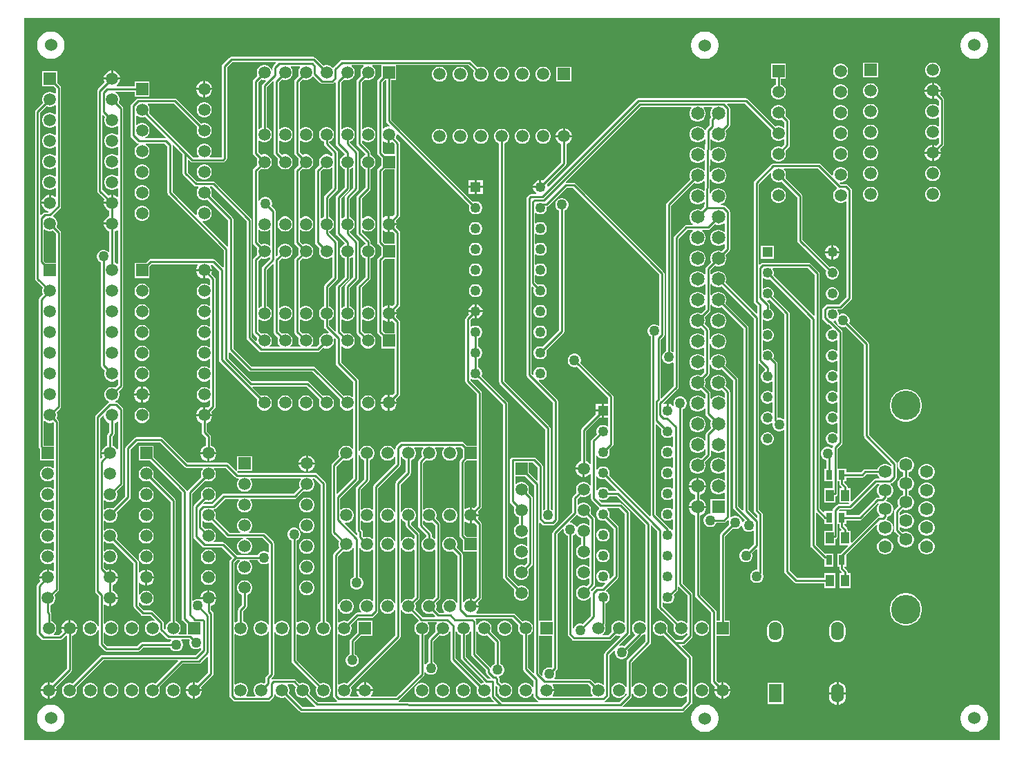
<source format=gtl>
%FSTAX23Y23*%
%MOIN*%
%SFA1B1*%

%IPPOS*%
%ADD10C,0.010000*%
%ADD18R,0.031500X0.049210*%
%ADD19R,0.041340X0.057090*%
%ADD26C,0.049210*%
%ADD27R,0.049210X0.049210*%
%ADD34C,0.060000*%
%ADD35C,0.059060*%
%ADD36R,0.059060X0.059060*%
%ADD37R,0.059060X0.059060*%
%ADD38R,0.062000X0.090000*%
%ADD39O,0.062000X0.090000*%
%ADD40C,0.062700*%
%ADD41C,0.141700*%
%ADD42C,0.064960*%
%ADD43R,0.064960X0.064960*%
%ADD44C,0.050000*%
%LN6502_vga-1*%
%LPD*%
G36*
X10117Y0129D02*
X05412D01*
Y04775*
X10117*
Y0129*
G37*
%LN6502_vga-2*%
%LPC*%
G36*
X10001Y04711D02*
X09988D01*
X09975Y04708*
X09963Y04703*
X09952Y04696*
X09943Y04687*
X09936Y04676*
X09931Y04664*
X09928Y04651*
Y04638*
X09931Y04625*
X09936Y04613*
X09943Y04602*
X09952Y04593*
X09963Y04586*
X09975Y04581*
X09988Y04578*
X10001*
X10014Y04581*
X10026Y04586*
X10037Y04593*
X10046Y04602*
X10053Y04613*
X10058Y04625*
X10061Y04638*
Y04651*
X10058Y04664*
X10053Y04676*
X10046Y04687*
X10037Y04696*
X10026Y04703*
X10014Y04708*
X10001Y04711*
G37*
G36*
X05546D02*
X05533D01*
X0552Y04708*
X05508Y04703*
X05497Y04696*
X05488Y04687*
X05481Y04676*
X05476Y04664*
X05473Y04651*
Y04638*
X05476Y04625*
X05481Y04613*
X05488Y04602*
X05497Y04593*
X05508Y04586*
X0552Y04581*
X05533Y04578*
X05546*
X05559Y04581*
X05571Y04586*
X05582Y04593*
X05591Y04602*
X05598Y04613*
X05603Y04625*
X05606Y04638*
Y04651*
X05603Y04664*
X05598Y04676*
X05591Y04687*
X05582Y04696*
X05571Y04703*
X05559Y04708*
X05546Y04711*
G37*
G36*
X08701Y04711D02*
X08688D01*
X08675Y04708*
X08663Y04703*
X08652Y04696*
X08643Y04687*
X08636Y04676*
X08631Y04664*
X08628Y04651*
Y04638*
X08631Y04625*
X08636Y04613*
X08643Y04602*
X08652Y04593*
X08663Y04586*
X08675Y04581*
X08688Y04578*
X08701*
X08714Y04581*
X08726Y04586*
X08737Y04593*
X08746Y04602*
X08753Y04613*
X08758Y04625*
X08761Y04638*
Y04651*
X08758Y04664*
X08753Y04676*
X08746Y04687*
X08737Y04696*
X08726Y04703*
X08714Y04708*
X08701Y04711*
G37*
G36*
X09799Y04561D02*
X0979D01*
X0978Y04559*
X09772Y04554*
X09765Y04547*
X0976Y04539*
X09758Y04529*
Y0452*
X0976Y0451*
X09765Y04502*
X09772Y04495*
X0978Y0449*
X0979Y04488*
X09799*
X09809Y0449*
X09817Y04495*
X09824Y04502*
X09829Y0451*
X09831Y0452*
Y04529*
X09829Y04539*
X09824Y04547*
X09817Y04554*
X09809Y04559*
X09799Y04561*
G37*
G36*
X09531D02*
X09458D01*
Y04488*
X09531*
Y04561*
G37*
G36*
X0584Y04522D02*
X0584D01*
Y04488*
X05874*
Y04488*
X05871Y04498*
X05866Y04507*
X05859Y04514*
X0585Y0452*
X0584Y04522*
G37*
G36*
X0583D02*
X05829D01*
X05819Y0452*
X0581Y04514*
X05803Y04507*
X05798Y04498*
X05795Y04488*
Y04488*
X0583*
Y04522*
G37*
G36*
X09354Y04556D02*
X09345D01*
X09335Y04554*
X09327Y04549*
X0932Y04542*
X09315Y04534*
X09313Y04524*
Y04515*
X09315Y04505*
X0932Y04497*
X09327Y0449*
X09335Y04485*
X09345Y04483*
X09354*
X09364Y04485*
X09372Y0449*
X09379Y04497*
X09384Y04505*
X09386Y04515*
Y04524*
X09384Y04534*
X09379Y04542*
X09372Y04549*
X09364Y04554*
X09354Y04556*
G37*
G36*
X08051Y04541D02*
X07978D01*
Y04468*
X08051*
Y04541*
G37*
G36*
X07919D02*
X0791D01*
X079Y04539*
X07892Y04534*
X07885Y04527*
X0788Y04519*
X07878Y04509*
Y045*
X0788Y0449*
X07885Y04482*
X07892Y04475*
X079Y0447*
X0791Y04468*
X07919*
X07929Y0447*
X07937Y04475*
X07944Y04482*
X07949Y0449*
X07951Y045*
Y04509*
X07949Y04519*
X07944Y04527*
X07937Y04534*
X07929Y04539*
X07919Y04541*
G37*
G36*
X07819D02*
X0781D01*
X078Y04539*
X07792Y04534*
X07785Y04527*
X0778Y04519*
X07778Y04509*
Y045*
X0778Y0449*
X07785Y04482*
X07792Y04475*
X078Y0447*
X0781Y04468*
X07819*
X07829Y0447*
X07837Y04475*
X07844Y04482*
X07849Y0449*
X07851Y045*
Y04509*
X07849Y04519*
X07844Y04527*
X07837Y04534*
X07829Y04539*
X07819Y04541*
G37*
G36*
X07719D02*
X0771D01*
X077Y04539*
X07692Y04534*
X07685Y04527*
X0768Y04519*
X07678Y04509*
Y045*
X0768Y0449*
X07685Y04482*
X07692Y04475*
X077Y0447*
X0771Y04468*
X07719*
X07729Y0447*
X07737Y04475*
X07744Y04482*
X07749Y0449*
X07751Y045*
Y04509*
X07749Y04519*
X07744Y04527*
X07737Y04534*
X07729Y04539*
X07719Y04541*
G37*
G36*
X06807Y04588D02*
X0641D01*
X06405Y04587*
X06401Y04584*
X06369Y04552*
X06366Y04548*
X06365Y04544*
Y04104*
X06364Y04103*
X06308*
X06306Y04108*
X06309Y0411*
X06314Y04119*
X06316Y04128*
Y04138*
X06314Y04147*
X06309Y04155*
X06302Y04162*
X06294Y04167*
X06284Y04169*
X06275*
X06265Y04167*
X06257Y04162*
X0625Y04155*
X06245Y04147*
X06243Y04138*
Y04128*
X06245Y04119*
X0625Y0411*
X06253Y04108*
X06251Y04103*
X06227*
X06197Y04132*
X06013Y04317*
X06014Y04319*
X06016Y04328*
Y04338*
X06014Y04347*
X06009Y04355*
X06007Y04357*
X06009Y04362*
X06133*
X06246Y04249*
X06245Y04247*
X06243Y04238*
Y04228*
X06245Y04219*
X0625Y0421*
X06257Y04204*
X06265Y04199*
X06275Y04196*
X06284*
X06294Y04199*
X06302Y04204*
X06309Y0421*
X06314Y04219*
X06316Y04228*
Y04238*
X06314Y04247*
X06309Y04255*
X06302Y04262*
X06294Y04267*
X06284Y04269*
X06275*
X06265Y04267*
X06264Y04266*
X06146Y04383*
X06143Y04386*
X06138Y04387*
X05961*
X05956Y04386*
X05952Y04383*
X05929Y0436*
X05926Y04356*
X05925Y04352*
Y04208*
X05926Y04203*
X05929Y04199*
X05954Y04174*
X05958Y04171*
X05962Y0417*
X05963Y04168*
X05963Y04165*
X05957Y04162*
X0595Y04155*
X05945Y04147*
X05943Y04138*
Y04128*
X05945Y04119*
X0595Y0411*
X05957Y04104*
X05965Y04099*
X05975Y04096*
X05984*
X05994Y04099*
X06002Y04104*
X06009Y0411*
X06014Y04119*
X06016Y04128*
Y04138*
X06014Y04147*
X06009Y04155*
X06002Y04162*
X05996Y04165*
X05998Y0417*
X06088*
X06102Y04156*
Y03932*
X06103Y03927*
X06106Y03923*
X06373Y03655*
Y03573*
X06368Y03571*
X06331Y03608*
X06327Y03611*
X06323Y03612*
X06021*
X06016Y03611*
X06013Y03608*
X05999Y03594*
X05943*
Y03521*
X06016*
Y03577*
X06026Y03587*
X06247*
X06248Y03583*
X06248Y03582*
X06243Y03573*
X0624Y03563*
Y03563*
X06319*
Y03563*
X06316Y03573*
X06311Y03582*
X06311Y03583*
X06313Y03587*
X06317*
X0635Y03554*
Y03125*
X06351Y0312*
X06354Y03116*
X06536Y02934*
X06535Y02932*
X06533Y02923*
Y02913*
X06535Y02904*
X0654Y02895*
X06547Y02889*
X06555Y02884*
X06565Y02881*
X06574*
X06584Y02884*
X06592Y02889*
X06599Y02895*
X06604Y02904*
X06606Y02913*
Y02923*
X06604Y02932*
X06599Y0294*
X06592Y02947*
X06584Y02952*
X06574Y02954*
X06565*
X06555Y02952*
X06554Y02951*
X06512Y02993*
X06514Y02997*
X06773*
X06836Y02934*
X06835Y02932*
X06833Y02923*
Y02913*
X06835Y02904*
X0684Y02895*
X06847Y02889*
X06855Y02884*
X06865Y02881*
X06874*
X06884Y02884*
X06892Y02889*
X06899Y02895*
X06904Y02904*
X06906Y02913*
Y02923*
X06904Y02932*
X06899Y0294*
X06892Y02947*
X06884Y02952*
X06874Y02954*
X06865*
X06855Y02952*
X06854Y02951*
X06786Y03018*
X06783Y03021*
X06778Y03022*
X06509*
X06398Y03133*
Y03161*
X06403Y03163*
X06494Y03072*
X06498Y03069*
X06503Y03068*
X06802*
X06936Y02934*
X06935Y02932*
X06933Y02923*
Y02913*
X06935Y02904*
X0694Y02895*
X06947Y02889*
X06955Y02884*
X06965Y02881*
X06974*
X06984Y02884*
X06992Y02889*
X06994Y02891*
X06999Y02889*
Y02697*
X06994Y02696*
X06994Y02697*
X06987Y02704*
X06979Y02709*
X06969Y02711*
X0696*
X0695Y02709*
X06942Y02704*
X06935Y02697*
X0693Y02689*
X06928Y02679*
Y0267*
X0693Y0266*
X06931Y02659*
X06897Y02625*
X06895Y02621*
X06894Y02616*
Y02293*
X06895Y02288*
X06897Y02284*
X06931Y0225*
X0693Y02249*
X06928Y02239*
Y0223*
X0693Y0222*
X06931Y02219*
X06904Y02191*
X06901Y02187*
X069Y02183*
Y01504*
X06901Y01499*
X06904Y01495*
X0692Y01479*
X0692Y01479*
X06919Y01474*
X06828Y01474*
X06788Y01514*
X06789Y01515*
X06791Y01525*
Y01534*
X06789Y01544*
X06784Y01552*
X06777Y01559*
X06769Y01564*
X06759Y01566*
X0675*
X0674Y01564*
X06739Y01563*
X06721Y0158*
X06717Y01583*
X06713Y01584*
X06613*
X06608Y01583*
X06602Y01585*
X06602Y01586*
X06613Y01596*
X06616Y016*
X06617Y01605*
Y01812*
X06622Y01813*
X06625Y01807*
X06632Y018*
X0664Y01795*
X0665Y01793*
X06659*
X06669Y01795*
X06677Y018*
X06684Y01807*
X06689Y01815*
X06691Y01825*
Y01834*
X06689Y01844*
X06684Y01852*
X06677Y01859*
X06669Y01864*
X06659Y01866*
X0665*
X0664Y01864*
X06632Y01859*
X06625Y01852*
X06622Y01846*
X06617Y01847*
Y0224*
X06616Y02244*
X06613Y02248*
X06575Y02286*
X06571Y02289*
X06566Y0229*
X06497*
X06496Y02295*
X06497Y02295*
X06504Y02302*
X06509Y0231*
X06511Y0232*
Y02329*
X06509Y02339*
X06504Y02347*
X06497Y02354*
X06489Y02359*
X06479Y02361*
X0647*
X0646Y02359*
X06452Y02354*
X06445Y02347*
X0644Y02339*
X06438Y02329*
Y0232*
X0644Y0231*
X06445Y02302*
X06452Y02295*
X06453Y02295*
X06452Y0229*
X06402*
X06333Y02359*
X06334Y0236*
X06336Y0237*
Y02379*
X06334Y02389*
X06329Y02397*
X06326Y02399*
X06328Y02405*
X06329Y02405*
X06333Y02407*
X0638Y02454*
X06446*
X06448Y02449*
X06445Y02447*
X0644Y02439*
X06438Y02429*
Y0242*
X0644Y0241*
X06445Y02402*
X06452Y02395*
X0646Y0239*
X0647Y02388*
X06479*
X06489Y0239*
X06497Y02395*
X06504Y02402*
X06509Y0241*
X06511Y0242*
Y02429*
X06509Y02439*
X06504Y02447*
X06501Y02449*
X06503Y02454*
X06717*
X06721Y02455*
X06725Y02458*
X06759Y02491*
X0676Y0249*
X0677Y02488*
X06779*
X06789Y0249*
X06797Y02495*
X06804Y02502*
X06809Y0251*
X06811Y0252*
Y02529*
X06809Y02539*
X06804Y02547*
X06801Y02549*
X06803Y02554*
X0681*
X06842Y02522*
Y01864*
X0684Y01864*
X06832Y01859*
X06825Y01852*
X0682Y01844*
X06818Y01834*
Y01825*
X0682Y01815*
X06825Y01807*
X06832Y018*
X0684Y01795*
X0685Y01793*
X06859*
X06869Y01795*
X06877Y018*
X06884Y01807*
X06889Y01815*
X06891Y01825*
Y01834*
X06889Y01844*
X06884Y01852*
X06877Y01859*
X06869Y01864*
X06867Y01864*
Y02528*
X06866Y02532*
X06863Y02536*
X06824Y02575*
X0682Y02578*
X06816Y02579*
X06443*
X06438Y02583*
X0644Y02588*
X06442*
X06511*
Y02661*
X06438*
Y02592*
Y0259*
X06433Y02588*
X06396Y02625*
X06392Y02628*
X06388Y02629*
X06199*
X06079Y02748*
X06075Y02751*
X06071Y02752*
X05952*
X05947Y02751*
X05943Y02748*
X05903Y02708*
X059Y02704*
X05899Y027*
Y02467*
X0584Y02408*
X05839Y02409*
X05829Y02411*
X0582*
X0581Y02409*
X05802Y02404*
X058Y02401*
X05795Y02403*
Y02446*
X058Y02448*
X05802Y02445*
X0581Y0244*
X0582Y02438*
X05829*
X05839Y0244*
X05847Y02445*
X05854Y02452*
X05859Y0246*
X05861Y0247*
Y02479*
X05859Y02489*
X05858Y0249*
X05885Y02518*
X05888Y02522*
X05889Y02527*
Y02887*
X05888Y02891*
X05885Y02895*
X05864Y02916*
X0586Y02919*
X05856Y0292*
X05852*
X0585Y02925*
X05857Y02929*
X05864Y02935*
X05869Y02944*
X05871Y02953*
Y02963*
X05869Y02972*
X05868Y02974*
X05885Y02991*
X05888Y02995*
X05889Y03*
Y04341*
X05888Y04346*
X05885Y04349*
X05868Y04367*
X05869Y04369*
X05871Y04378*
Y04388*
X05869Y04397*
X05864Y04405*
X05857Y04412*
X05851Y04416*
X05852Y04421*
X05943*
Y04396*
X06016*
Y04469*
X05943*
Y04445*
X05858*
X05857Y0445*
X05859Y04451*
X05866Y04459*
X05871Y04468*
X05874Y04478*
Y04478*
X05795*
Y04478*
X05798Y04468*
X05799Y04465*
X05767Y04433*
X05765Y04429*
X05764Y04424*
Y03941*
X05765Y03937*
X05767Y03933*
X05799Y03901*
X05798Y03898*
X05795Y03888*
Y03888*
X0583*
Y03922*
X05829*
X05819Y0392*
X05817Y03918*
X05788Y03946*
Y04305*
X05793Y04307*
X05801Y04299*
X058Y04297*
X05798Y04288*
Y04278*
X058Y04269*
X05805Y0426*
X05812Y04254*
X0582Y04249*
X0583Y04246*
X05839*
X05849Y04249*
X05857Y04254*
X05859Y04256*
X05864Y04254*
Y04212*
X05859Y0421*
X05857Y04212*
X05849Y04217*
X05839Y04219*
X0583*
X0582Y04217*
X05812Y04212*
X05805Y04205*
X058Y04197*
X05798Y04188*
Y04178*
X058Y04169*
X05805Y0416*
X05812Y04154*
X0582Y04149*
X0583Y04146*
X05839*
X05849Y04149*
X05857Y04154*
X05859Y04156*
X05864Y04154*
Y04112*
X05859Y0411*
X05857Y04112*
X05849Y04117*
X05839Y04119*
X0583*
X0582Y04117*
X05812Y04112*
X05805Y04105*
X058Y04097*
X05798Y04088*
Y04078*
X058Y04069*
X05805Y0406*
X05812Y04054*
X0582Y04049*
X0583Y04046*
X05839*
X05849Y04049*
X05857Y04054*
X05859Y04056*
X05864Y04054*
Y04012*
X05859Y0401*
X05857Y04012*
X05849Y04017*
X05839Y04019*
X0583*
X0582Y04017*
X05812Y04012*
X05805Y04005*
X058Y03997*
X05798Y03988*
Y03978*
X058Y03969*
X05805Y0396*
X05812Y03954*
X0582Y03949*
X0583Y03946*
X05839*
X05849Y03949*
X05857Y03954*
X05859Y03956*
X05864Y03954*
Y03916*
X0586Y03914*
X05859Y03914*
X0585Y0392*
X0584Y03922*
X0584*
Y03883*
X05835*
Y03878*
X05795*
Y03878*
X05798Y03868*
X05803Y03859*
X0581Y03851*
X05819Y03846*
X05822Y03845*
Y0382*
X05819Y0382*
X0581Y03814*
X05803Y03807*
X05798Y03798*
X05795Y03788*
Y03788*
X05835*
Y03778*
X05795*
Y03778*
X05798Y03768*
X05803Y03759*
X0581Y03751*
X05819Y03746*
X05822Y03745*
Y03646*
X05817Y03645*
X05812Y0365*
X05805Y03654*
X05797Y03657*
X05788*
X0578Y03654*
X05773Y0365*
X05767Y03644*
X05763Y03637*
X05761Y03629*
Y0362*
X05763Y03612*
X05767Y03605*
X05773Y03599*
X0578Y03595*
X0578Y03595*
Y031*
X05781Y03095*
X05784Y03091*
X05801Y03074*
X058Y03072*
X05798Y03063*
Y03053*
X058Y03044*
X05805Y03035*
X05812Y03029*
X0582Y03024*
X0583Y03021*
X05839*
X05849Y03024*
X05857Y03029*
X05859Y03031*
X05864Y03029*
Y03005*
X0585Y02991*
X05849Y02992*
X05839Y02994*
X0583*
X0582Y02992*
X05812Y02987*
X05805Y0298*
X058Y02972*
X05798Y02963*
Y02953*
X058Y02944*
X05805Y02935*
X05812Y02929*
X0582Y02924*
X0582Y02922*
X05819Y02919*
X05819Y02919*
X05815Y02916*
X05757Y02858*
X05754Y02854*
X05753Y0285*
Y02008*
X05754Y02003*
X05757Y01999*
X0577Y01985*
Y01838*
X05765Y01837*
X05764Y01844*
X05759Y01852*
X05752Y01859*
X05744Y01864*
X05734Y01866*
X05725*
X05715Y01864*
X05707Y01859*
X057Y01852*
X05695Y01844*
X05693Y01834*
Y01825*
X05695Y01815*
X057Y01807*
X05707Y018*
X05715Y01795*
X05725Y01793*
X05734*
X05744Y01795*
X05752Y018*
X05759Y01807*
X05764Y01815*
X05765Y01822*
X0577Y01821*
Y01754*
X05771Y01749*
X05774Y01745*
X05798Y01721*
X05802Y01718*
X05807Y01717*
X0596*
X05965Y01718*
X05969Y01721*
X05985Y01737*
X06115*
X06115Y01737*
X06119Y0173*
X06125Y01724*
X06132Y0172*
X0614Y01718*
X06149*
X06157Y0172*
X06164Y01724*
X0617Y0173*
X06174Y01737*
X06177Y01745*
Y01754*
X06174Y01762*
X0617Y01769*
X06169Y0177*
X06171Y01775*
X06206*
X0621Y01772*
X0621Y01772*
X06208Y01764*
Y01755*
X0621Y01747*
X06214Y0174*
X0622Y01734*
X06227Y0173*
X06235Y01728*
X06244*
X06252Y0173*
X06259Y01734*
X0626Y01735*
X06265Y01733*
Y01727*
X06237Y017*
X05787*
X05783Y01699*
X05779Y01696*
X05645Y01563*
X05644Y01564*
X05634Y01566*
X05625*
X05615Y01564*
X05607Y01559*
X056Y01552*
X05595Y01544*
X05593Y01534*
Y01525*
X05595Y01515*
X056Y01507*
X05607Y015*
X05615Y01495*
X05625Y01493*
X05634*
X05644Y01495*
X05652Y015*
X05659Y01507*
X05664Y01515*
X05666Y01525*
Y01534*
X05664Y01544*
X05663Y01545*
X05793Y01675*
X06151*
X06153Y01671*
X06045Y01563*
X06044Y01564*
X06034Y01566*
X06025*
X06015Y01564*
X06007Y01559*
X06Y01552*
X05995Y01544*
X05993Y01534*
Y01525*
X05995Y01515*
X06Y01507*
X06007Y015*
X06015Y01495*
X06025Y01493*
X06034*
X06044Y01495*
X06052Y015*
X06059Y01507*
X06064Y01515*
X06066Y01525*
Y01534*
X06064Y01544*
X06063Y01545*
X06175Y01658*
X06253*
X06257Y01659*
X06261Y01661*
X06294Y01694*
X06299Y01692*
Y01616*
X06247Y01565*
X06245Y01566*
X06235Y01569*
X06235*
Y01535*
X06269*
Y01535*
X06266Y01545*
X06265Y01547*
X0632Y01603*
X06323Y01607*
X06323Y01611*
Y01899*
X06323Y01904*
X0632Y01908*
X06312Y01916*
Y01937*
X06315Y01938*
X06324Y01943*
X06331Y0195*
X06336Y01959*
X06339Y01969*
Y0197*
X06257*
X06256Y01968*
X06255Y01968*
X06251Y0197*
X06242*
X06234Y01967*
X06227Y01963*
X06226Y01963*
X06222Y01965*
Y02479*
X06284Y02541*
X06285Y0254*
X06295Y02538*
X06304*
X06314Y0254*
X06322Y02545*
X06329Y02552*
X06334Y0256*
X06336Y0257*
Y02579*
X06334Y02589*
X06329Y02597*
X06326Y02599*
X06328Y02604*
X06382*
X06429Y02558*
X06433Y02555*
X06438Y02554*
X06446*
X06448Y02549*
X06445Y02547*
X0644Y02539*
X06438Y02529*
Y0252*
X0644Y0251*
X06445Y02502*
X06452Y02495*
X0646Y0249*
X0647Y02488*
X06479*
X06489Y0249*
X06497Y02495*
X06504Y02502*
X06509Y0251*
X06511Y0252*
Y02529*
X06509Y02539*
X06504Y02547*
X06501Y02549*
X06503Y02554*
X06746*
X06748Y02549*
X06745Y02547*
X0674Y02539*
X06738Y02529*
Y0252*
X0674Y0251*
X06741Y02509*
X06711Y02479*
X06375*
X0637Y02478*
X06366Y02475*
X06319Y02428*
X06278*
X06276Y02433*
X06284Y02441*
X06285Y0244*
X06295Y02438*
X06304*
X06314Y0244*
X06322Y02445*
X06329Y02452*
X06334Y0246*
X06336Y0247*
Y02479*
X06334Y02489*
X06329Y02497*
X06322Y02504*
X06314Y02509*
X06304Y02511*
X06295*
X06285Y02509*
X06277Y02504*
X0627Y02497*
X06265Y02489*
X06263Y02479*
Y0247*
X06265Y0246*
X06266Y02459*
X06232Y02424*
X06229Y0242*
X06228Y02416*
Y02272*
X06229Y02267*
X06232Y02263*
X06271Y02224*
X06275Y02221*
X0628Y0222*
X06365*
X06415Y02171*
X06404Y0216*
X06401Y02156*
X064Y02152*
Y01504*
X06401Y01499*
X06404Y01495*
X0642Y01479*
X06424Y01476*
X06429Y01475*
X06589*
X06593Y01476*
X06597Y01479*
X06613Y01495*
X06616Y01499*
X06617Y01504*
Y01512*
X06622Y01513*
X06625Y01507*
X06632Y015*
X0664Y01495*
X0665Y01493*
X06659*
X06669Y01495*
X0667Y01496*
X06739Y01428*
X06743Y01425*
X06748Y01424*
X08587*
X08591Y01425*
X08595Y01428*
X0863Y01463*
X08633Y01467*
X08634Y01472*
Y01688*
X08633Y01692*
X0863Y01696*
X08584Y01743*
X08586Y01747*
X08592*
X08596Y01748*
X086Y01751*
X08632Y01783*
X08635Y01787*
X08636Y01792*
Y01994*
X08635Y01998*
X08632Y02002*
X08588Y02047*
Y02887*
X08588Y02887*
X08595Y02891*
X08601Y02897*
X08605Y02904*
X08608Y02912*
Y02921*
X08605Y02929*
X08601Y02936*
X08595Y02942*
X08588Y02946*
X0858Y02949*
X08571*
X08563Y02946*
X08556Y02942*
X0855Y02936*
X08546Y02929*
X08544Y02921*
Y02912*
X08545Y02906*
X08541Y02904*
X08537Y02907*
X08529Y02912*
X08521Y02914*
Y0288*
X08511*
Y02914*
X08502Y02912*
X08501Y02911*
X08495Y02913*
X08495Y02915*
X08565Y02985*
X08568Y02989*
X08569Y02993*
Y0371*
X08611Y03752*
X08636*
X08637Y03747*
X08635Y03746*
X08628Y03739*
X08623Y0373*
X0862Y0372*
Y03709*
X08623Y03699*
X08628Y0369*
X08635Y03683*
X08644Y03678*
X08654Y03675*
X08665*
X08675Y03678*
X08684Y03683*
X08691Y0369*
X08696Y03699*
X08699Y03709*
Y0372*
X08696Y0373*
X08691Y03739*
X08684Y03746*
X08682Y03747*
X08683Y03752*
X0871*
X08714Y03753*
X08718Y03756*
X08742Y03779*
X08744Y03778*
X08754Y03775*
X08765*
X08775Y03778*
X08784Y03783*
X08787Y03786*
X08792Y03784*
Y03745*
X08787Y03743*
X08784Y03746*
X08775Y03751*
X08765Y03754*
X08754*
X08744Y03751*
X08735Y03746*
X08728Y03739*
X08723Y0373*
X0872Y0372*
Y03709*
X08723Y03699*
X08728Y0369*
X08735Y03683*
X08744Y03678*
X08754Y03675*
X08765*
X08775Y03678*
X08784Y03683*
X08787Y03686*
X08792Y03684*
Y03665*
X08777Y0365*
X08775Y03651*
X08765Y03654*
X08754*
X08744Y03651*
X08735Y03646*
X08728Y03639*
X08723Y0363*
X0872Y0362*
Y03609*
X08723Y03599*
X08724Y03597*
X08701Y03573*
X08698Y03569*
X08697Y03565*
Y03538*
X08692Y03537*
X08691Y03539*
X08684Y03546*
X08675Y03551*
X08665Y03554*
X08654*
X08644Y03551*
X08635Y03546*
X08628Y03539*
X08623Y0353*
X0862Y0352*
Y03509*
X08623Y03499*
X08628Y0349*
X08635Y03483*
X08644Y03478*
X08654Y03475*
X08665*
X08675Y03478*
X08684Y03483*
X08691Y0349*
X08692Y03492*
X08697Y03491*
Y03438*
X08692Y03437*
X08691Y03439*
X08684Y03446*
X08675Y03451*
X08665Y03454*
X08654*
X08644Y03451*
X08635Y03446*
X08628Y03439*
X08623Y0343*
X0862Y0342*
Y03409*
X08623Y03399*
X08628Y0339*
X08635Y03383*
X08644Y03378*
X08654Y03375*
X08665*
X08675Y03378*
X08684Y03383*
X08691Y0339*
X08692Y03392*
X08697Y03391*
Y0337*
X08677Y0335*
X08675Y03351*
X08665Y03354*
X08654*
X08644Y03351*
X08635Y03346*
X08628Y03339*
X08623Y0333*
X0862Y0332*
Y03309*
X08623Y03299*
X08628Y0329*
X08635Y03283*
X08644Y03278*
X08654Y03275*
X08665*
X08675Y03278*
X08677Y03279*
X08692Y03264*
Y03245*
X08687Y03243*
X08684Y03246*
X08675Y03251*
X08665Y03254*
X08654*
X08644Y03251*
X08635Y03246*
X08628Y03239*
X08623Y0323*
X0862Y0322*
Y03209*
X08623Y03199*
X08628Y0319*
X08635Y03183*
X08644Y03178*
X08654Y03175*
X08665*
X08675Y03178*
X08684Y03183*
X08687Y03186*
X08692Y03184*
Y03145*
X08687Y03143*
X08684Y03146*
X08675Y03151*
X08665Y03154*
X08654*
X08644Y03151*
X08635Y03146*
X08628Y03139*
X08623Y0313*
X0862Y0312*
Y03109*
X08623Y03099*
X08628Y0309*
X08635Y03083*
X08644Y03078*
X08654Y03075*
X08665*
X08675Y03078*
X08684Y03083*
X08687Y03086*
X08692Y03084*
Y03065*
X08677Y0305*
X08675Y03051*
X08665Y03054*
X08654*
X08644Y03051*
X08635Y03046*
X08628Y03039*
X08623Y0303*
X0862Y0302*
Y03009*
X08623Y02999*
X08628Y0299*
X08635Y02983*
X08644Y02978*
X08654Y02975*
X08665*
X08675Y02978*
X08677Y02979*
X08697Y02959*
Y02938*
X08692Y02937*
X08691Y02939*
X08684Y02946*
X08675Y02951*
X08665Y02954*
X08654*
X08644Y02951*
X08635Y02946*
X08628Y02939*
X08623Y0293*
X0862Y0292*
Y02909*
X08623Y02899*
X08628Y0289*
X08635Y02883*
X08644Y02878*
X08654Y02875*
X08665*
X08675Y02878*
X08684Y02883*
X08691Y0289*
X08692Y02892*
X08697Y02891*
Y02865*
X08698Y0286*
X08701Y02856*
X08724Y02832*
X08723Y0283*
X0872Y0282*
Y02809*
X08723Y02799*
X08724Y02797*
X08703Y02775*
X087Y02771*
X08699Y02766*
Y02735*
X08694Y02734*
X08691Y02739*
X08684Y02746*
X08675Y02751*
X08665Y02754*
X08654*
X08644Y02751*
X08635Y02746*
X08628Y02739*
X08623Y0273*
X0862Y0272*
Y02709*
X08623Y02699*
X08628Y0269*
X08635Y02683*
X08644Y02678*
X08654Y02675*
X08665*
X08675Y02678*
X08684Y02683*
X08691Y0269*
X08694Y02695*
X08699Y02694*
Y02671*
X08677Y0265*
X08675Y02651*
X08665Y02654*
X08654*
X08644Y02651*
X08635Y02646*
X08628Y02639*
X08623Y0263*
X0862Y0262*
Y02609*
X08623Y02599*
X08628Y0259*
X08635Y02583*
X08644Y02578*
X08654Y02575*
X08665*
X08675Y02578*
X08684Y02583*
X08691Y0259*
X08696Y02599*
X08699Y02609*
Y0262*
X08696Y0263*
X08695Y02632*
X0872Y02658*
X08723Y02662*
X08723Y02666*
Y02689*
X08728Y0269*
X08735Y02683*
X08744Y02678*
X08754Y02675*
X08765*
X08775Y02678*
X08784Y02683*
X08787Y02686*
X08792Y02684*
Y02645*
X08787Y02643*
X08784Y02646*
X08775Y02651*
X08765Y02654*
X08754*
X08744Y02651*
X08735Y02646*
X08728Y02639*
X08723Y0263*
X0872Y0262*
Y02609*
X08723Y02599*
X08728Y0259*
X08735Y02583*
X08744Y02578*
X08754Y02575*
X08765*
X08775Y02578*
X08784Y02583*
X08787Y02586*
X08792Y02584*
Y02545*
X08787Y02543*
X08784Y02546*
X08775Y02551*
X08765Y02554*
X08754*
X08744Y02551*
X08735Y02546*
X08728Y02539*
X08723Y0253*
X0872Y0252*
Y02509*
X08723Y02499*
X08728Y0249*
X08735Y02483*
X08744Y02478*
X08754Y02475*
X08765*
X08775Y02478*
X08784Y02483*
X08787Y02486*
X08792Y02484*
Y02454*
X0872*
Y02383*
X08716*
X08708Y0238*
X08701Y02376*
X08695Y0237*
X08691Y02363*
X08689Y02355*
Y02346*
X08691Y02338*
X08695Y02331*
X08701Y02325*
X08708Y02321*
X08716Y02319*
X08725*
X08733Y02321*
X0874Y02325*
X08746Y02331*
X0875Y02338*
X0875Y02338*
X08788*
X08792Y02339*
X08796Y02342*
X08806Y02352*
X08811Y02349*
X0881Y02345*
Y02336*
X08812Y02328*
X08812Y02328*
X08771Y02287*
X08768Y02283*
X08767Y02279*
Y01866*
X0875*
Y01911*
X08749Y01915*
X08746Y01919*
X08672Y01994*
Y02374*
X08676Y02375*
X08686Y02381*
X08693Y02388*
X08699Y02398*
X08702Y02409*
Y0241*
X0866*
X08617*
Y02409*
X0862Y02398*
X08626Y02388*
X08633Y02381*
X08643Y02375*
X08647Y02374*
Y01989*
X08648Y01984*
X08651Y0198*
X08725Y01905*
Y01572*
X08726Y01567*
X08729Y01563*
X08744Y01547*
X08743Y01545*
X0874Y01535*
Y01535*
X08775*
Y01569*
X08774*
X08764Y01566*
X08762Y01565*
X0875Y01577*
Y01793*
X08816*
Y01866*
X08792*
Y02273*
X08829Y02311*
X08829Y02311*
X08837Y02309*
X08846*
X08854Y02311*
X08861Y02315*
X08867Y02321*
X0887Y02325*
X08875Y02324*
Y02322*
X08877Y02314*
X08881Y02307*
X08887Y02301*
X08894Y02297*
X08902Y02295*
X08911*
X08919Y02297*
X08926Y02301*
X08927Y02301*
X08931Y02299*
Y02236*
X08905Y02209*
X08905Y02209*
X08897Y02212*
X08888*
X0888Y02209*
X08873Y02205*
X08867Y02199*
X08863Y02192*
X08861Y02184*
Y02175*
X08863Y02167*
X08867Y0216*
X08873Y02154*
X0888Y0215*
X08888Y02148*
X08897*
X08905Y0215*
X08912Y02154*
X08918Y0216*
X08922Y02167*
X08925Y02175*
Y02184*
X08922Y02192*
X08922Y02192*
X08944Y02213*
X08948Y02211*
Y02112*
X08941*
X08933Y02109*
X08926Y02105*
X0892Y02099*
X08916Y02092*
X08914Y02084*
Y02075*
X08916Y02067*
X0892Y0206*
X08926Y02054*
X08933Y0205*
X08941Y02048*
X0895*
X08958Y0205*
X08965Y02054*
X08971Y0206*
X08975Y02067*
X08978Y02075*
Y02084*
X08975Y02092*
X08973Y02096*
Y02381*
X08972Y02385*
X08969Y02389*
X08956Y02403*
Y03105*
X0896Y03107*
X08985Y03082*
Y03074*
X08977Y0307*
X08972Y03064*
X08967Y03057*
X08965Y03049*
Y0304*
X08967Y03032*
X08972Y03025*
X08977Y03019*
X08985Y03015*
X08993Y03013*
X09001*
X09009Y03015*
X09016Y03019*
X09017Y0302*
X09021Y03018*
Y02971*
X09017Y02969*
X09016Y0297*
X09009Y02974*
X09001Y02976*
X08993*
X08985Y02974*
X08977Y0297*
X08972Y02964*
X08967Y02957*
X08965Y02949*
Y0294*
X08967Y02932*
X08972Y02925*
X08977Y02919*
X08985Y02915*
X08993Y02913*
X09001*
X09009Y02915*
X09016Y02919*
X09017Y0292*
X09021Y02918*
Y02871*
X09017Y02869*
X09016Y0287*
X09009Y02874*
X09001Y02876*
X08993*
X08985Y02874*
X08977Y0287*
X08972Y02864*
X08967Y02857*
X08965Y02849*
Y0284*
X08967Y02832*
X08972Y02825*
X08977Y02819*
X08985Y02815*
X08993Y02813*
X09001*
X09009Y02815*
X09016Y02819*
X09017Y0282*
X09022Y02818*
X09022Y02817*
Y02808*
X09024Y028*
X09028Y02793*
X09034Y02787*
X09041Y02783*
X09049Y02781*
X09058*
X09066Y02783*
X09073Y02787*
X09074Y02787*
X09078Y02785*
Y02103*
X09079Y02099*
X09082Y02095*
X09126Y02051*
X0913Y02048*
X09135Y02047*
X0927*
Y02024*
X09326*
Y02095*
X0927*
Y02072*
X0914*
X09103Y02109*
Y03351*
X09102Y03356*
X09099Y0336*
X09026Y03432*
X09029Y0344*
Y03449*
X09026Y03457*
X09022Y03464*
X09016Y0347*
X09009Y03474*
X09001Y03476*
X08993*
X08985Y03474*
X08977Y0347*
X08977Y03469*
X08973Y03471*
Y03518*
X08977Y0352*
X08977Y03519*
X08985Y03515*
X08993Y03513*
X09001*
X09009Y03515*
X09205Y03319*
Y02229*
X09206Y02224*
X09209Y0222*
X09264Y02165*
X09268Y02162*
X0927Y02162*
Y02127*
X09316*
Y0219*
X09273*
X0923Y02234*
Y02385*
X09234Y02387*
X09267Y02355*
X0927Y02352*
Y02332*
X09311*
Y02301*
X0927*
Y0223*
X09326*
Y02261*
X09328Y02261*
X09332Y02264*
X09335Y02268*
X09336Y02273*
Y02332*
X09344*
Y02321*
X09345Y02317*
X09348Y02313*
X09355Y02306*
X09352Y02301*
X09343*
Y0223*
X09383*
X09385Y02225*
X0935Y0219*
X09333*
Y02127*
X09344*
Y02116*
X09345Y02112*
X09348Y02108*
X09355Y021*
X09353Y02095*
X09343*
Y02024*
X09399*
Y02095*
X09383*
Y02102*
X09382Y02106*
X0938Y0211*
X09368Y02121*
Y02127*
X09379*
Y02185*
X09524Y02329*
X09528Y02327*
X09526Y0232*
Y02309*
X09529Y023*
X09534Y02291*
X09541Y02284*
X0955Y02279*
X09559Y02276*
X0957*
X09579Y02279*
X09588Y02284*
X09595Y02291*
X096Y023*
X09603Y02309*
Y0232*
X096Y02329*
X09595Y02338*
X09588Y02345*
X09579Y0235*
X09573Y02352*
X09572Y02357*
X09573Y02359*
X09576Y02363*
X09577Y02368*
Y02368*
X09579Y02369*
X09588Y02374*
X09595Y02381*
X096Y0239*
X09603Y02399*
Y0241*
X096Y02419*
X09595Y02428*
X09588Y02435*
X09579Y0244*
X0957Y02443*
X09568Y02446*
X09568Y02447*
X09573Y02453*
X09576Y02457*
X09576Y02458*
X09579Y02459*
X09588Y02464*
X09595Y02471*
X096Y0248*
X09603Y02489*
Y025*
X096Y02509*
X09595Y02518*
X09591Y02523*
X09592Y02528*
X09593Y02528*
X09597Y02531*
X09617Y02551*
X0962Y02555*
X09621Y0256*
Y02624*
X0962Y02628*
X09617Y02632*
X09487Y02763*
Y03202*
X09486Y03206*
X09483Y0321*
X0939Y03303*
X0939Y03303*
X09393Y03311*
Y0332*
X0939Y03328*
X09386Y03335*
X0938Y03341*
X09373Y03345*
X09365Y03348*
X09356*
X09348Y03345*
X09345Y03344*
X09341Y03346*
Y03349*
X09339Y03357*
X09335Y03364*
X09334Y03364*
X09336Y03369*
X09349*
X09354Y0337*
X09358Y03372*
X094Y03415*
X09403Y03419*
X09404Y03424*
Y03946*
X09403Y0395*
X094Y03954*
X09384Y0397*
X0938Y03973*
X09376Y03974*
X09351*
X09346Y03978*
X09348Y03983*
X09354*
X09364Y03985*
X09372Y0399*
X09379Y03997*
X09384Y04005*
X09386Y04015*
Y04024*
X09384Y04034*
X09379Y04042*
X09372Y04049*
X09364Y04054*
X09354Y04056*
X09345*
X09335Y04054*
X09327Y04049*
X0932Y04042*
X09315Y04034*
X09313Y04024*
Y04018*
X09308Y04016*
X09254Y0407*
X0925Y04073*
X09246Y04074*
X09026*
X09021Y04073*
X09017Y0407*
X08935Y03988*
X08932Y03984*
X08931Y03979*
Y03408*
X08932Y03403*
X08935Y03399*
X08948Y03386*
Y0335*
X08943Y03348*
X08795Y03497*
X08796Y03499*
X08799Y03509*
Y0352*
X08796Y0353*
X08791Y03539*
X08784Y03546*
X08775Y03551*
X08765Y03554*
X08754*
X08744Y03551*
X08735Y03546*
X08728Y03539*
X08727Y03537*
X08722Y03538*
Y03559*
X08742Y03579*
X08744Y03578*
X08754Y03575*
X08765*
X08775Y03578*
X08784Y03583*
X08791Y0359*
X08796Y03599*
X08799Y03609*
Y0362*
X08796Y0363*
X08795Y03632*
X08813Y03651*
X08816Y03655*
X08817Y0366*
Y0384*
X08816Y03844*
X08813Y03848*
X08793Y03868*
X08789Y03871*
X08785Y03872*
X08772*
X08771Y03877*
X08775Y03878*
X08784Y03883*
X08791Y0389*
X08796Y03899*
X08799Y03909*
Y0392*
X08796Y0393*
X08791Y03939*
X08784Y03946*
X08775Y03951*
X08765Y03954*
X08754*
X08744Y03951*
X08735Y03946*
X08728Y03939*
X08723Y0393*
X08723Y0393*
X08718Y0393*
X08719Y03996*
X08724Y03998*
X08728Y0399*
X08735Y03983*
X08744Y03978*
X08754Y03975*
X08765*
X08775Y03978*
X08784Y03983*
X08791Y0399*
X08796Y03999*
X08799Y04009*
Y0402*
X08796Y0403*
X08791Y04039*
X08784Y04046*
X08775Y04051*
X08765Y04054*
X08754*
X08744Y04051*
X08735Y04046*
X08728Y04039*
X08724Y04032*
X08719Y04033*
X0872Y04094*
X08725Y04095*
X08728Y0409*
X08735Y04083*
X08744Y04078*
X08754Y04075*
X08765*
X08775Y04078*
X08784Y04083*
X08791Y0409*
X08796Y04099*
X08799Y04109*
Y0412*
X08796Y0413*
X08791Y04139*
X08784Y04146*
X08775Y04151*
X08765Y04154*
X08754*
X08744Y04151*
X08735Y04146*
X08728Y04139*
X08725Y04134*
X0872Y04136*
X08721Y04192*
X08726Y04193*
X08728Y0419*
X08735Y04183*
X08744Y04178*
X08754Y04175*
X08765*
X08775Y04178*
X08784Y04183*
X08791Y0419*
X08796Y04199*
X08799Y04209*
Y0422*
X08796Y0423*
X08795Y04232*
X08813Y04251*
X08816Y04255*
X08817Y0426*
Y04338*
X08816Y04343*
X08813Y04347*
X08801Y04359*
X08803Y04364*
X08888*
X09016Y04235*
X09015Y04234*
X09013Y04224*
Y04215*
X09015Y04205*
X0902Y04197*
X09027Y0419*
X09035Y04185*
X09045Y04183*
X09054*
X09064Y04185*
X09072Y0419*
X09074Y04193*
X09079Y04191*
Y04167*
X09065Y04153*
X09064Y04154*
X09054Y04156*
X09045*
X09035Y04154*
X09027Y04149*
X0902Y04142*
X09015Y04134*
X09013Y04124*
Y04115*
X09015Y04105*
X0902Y04097*
X09027Y0409*
X09035Y04085*
X09045Y04083*
X09054*
X09064Y04085*
X09072Y0409*
X09079Y04097*
X09084Y04105*
X09086Y04115*
Y04124*
X09084Y04134*
X09083Y04135*
X091Y04153*
X09103Y04157*
X09104Y04162*
Y04278*
X09103Y04282*
X091Y04286*
X09083Y04304*
X09084Y04305*
X09086Y04315*
Y04324*
X09084Y04334*
X09079Y04342*
X09072Y04349*
X09064Y04354*
X09054Y04356*
X09045*
X09035Y04354*
X09027Y04349*
X0902Y04342*
X09015Y04334*
X09013Y04324*
Y04315*
X09015Y04305*
X0902Y04297*
X09027Y0429*
X09035Y04285*
X09045Y04283*
X09054*
X09064Y04285*
X09065Y04286*
X09079Y04272*
Y04248*
X09074Y04246*
X09072Y04249*
X09064Y04254*
X09054Y04256*
X09045*
X09035Y04254*
X09034Y04253*
X08902Y04385*
X08898Y04387*
X08893Y04388*
X08373*
X08368Y04387*
X08364Y04385*
X0794Y0396*
X07935Y03962*
Y03964*
X07933Y03973*
X07932Y03974*
X08023Y04065*
X08026Y04069*
X08027Y04073*
Y04167*
X0803Y04168*
X08039Y04173*
X08046Y0418*
X08051Y04189*
X08054Y04199*
Y042*
X08015*
X07975*
Y04199*
X07978Y04189*
X07983Y0418*
X0799Y04173*
X07999Y04168*
X08002Y04167*
Y04078*
X07915Y03991*
X07914Y03992*
X07906Y03994*
Y0396*
X07901*
Y03955*
X07866*
X07869Y03946*
X07873Y03938*
X0788Y03932*
X07882Y0393*
X07881Y03925*
X07856*
X07851Y03924*
X07847Y03922*
X07839Y03913*
X07836Y03909*
X07835Y03905*
Y03053*
X07836Y03048*
X07839Y03044*
X07962Y0292*
Y02402*
X07958Y024*
X07957Y024*
X0795Y02404*
X0795Y02404*
Y02795*
X07949Y02799*
X07946Y02803*
X07727Y03023*
Y0417*
X07729Y0417*
X07737Y04175*
X07744Y04182*
X07749Y0419*
X07751Y042*
Y04209*
X07749Y04219*
X07744Y04227*
X07737Y04234*
X07729Y04239*
X07719Y04241*
X0771*
X077Y04239*
X07692Y04234*
X07685Y04227*
X0768Y04219*
X07678Y04209*
Y042*
X0768Y0419*
X07685Y04182*
X07692Y04175*
X077Y0417*
X07702Y0417*
Y03018*
X07703Y03013*
X07706Y03009*
X07925Y02789*
Y02404*
X07925Y02404*
X07918Y024*
X07917Y024*
X07913Y02402*
Y02613*
X07912Y02617*
X07909Y02621*
X0788Y0265*
X07876Y02653*
X07872Y02654*
X07768*
X07763Y02653*
X07759Y0265*
X07756Y02646*
X07755Y02642*
Y02442*
X07756Y02437*
X07759Y02433*
X07776Y02415*
X07775Y02414*
X07773Y02404*
Y02395*
X07775Y02385*
X0778Y02377*
X07787Y0237*
X07795Y02365*
X07797Y02365*
Y02334*
X07795Y02334*
X07787Y02329*
X0778Y02322*
X07775Y02314*
X07773Y02304*
Y02295*
X07775Y02285*
X0778Y02277*
X07787Y0227*
X07795Y02265*
X07805Y02263*
X07814*
X07824Y02265*
X07832Y0227*
X07834Y02273*
X07839Y02271*
Y02228*
X07834Y02226*
X07832Y02229*
X07824Y02234*
X07814Y02236*
X07805*
X07795Y02234*
X07787Y02229*
X0778Y02222*
X07775Y02214*
X07773Y02204*
Y02195*
X07775Y02185*
X0778Y02177*
X07787Y0217*
X07795Y02165*
X07805Y02163*
X07814*
X07824Y02165*
X07832Y0217*
X07834Y02173*
X07839Y02171*
Y02147*
X07825Y02133*
X07824Y02134*
X07814Y02136*
X07805*
X07795Y02134*
X07787Y02129*
X0778Y02122*
X07775Y02114*
X07773Y02104*
Y02095*
X07775Y02085*
X0778Y02077*
X07787Y0207*
X07795Y02065*
X07805Y02063*
X07814*
X07824Y02065*
X07832Y0207*
X07839Y02077*
X07844Y02085*
X07846Y02095*
Y02104*
X07844Y02114*
X07843Y02115*
X0786Y02133*
X07863Y02137*
X07864Y02142*
Y02458*
X07863Y02462*
X0786Y02466*
X07843Y02484*
X07844Y02485*
X07846Y02495*
Y02504*
X07844Y02514*
X07839Y02522*
X07832Y02529*
X07824Y02534*
X07814Y02536*
X07805*
X07795Y02534*
X07787Y02529*
X07785Y02526*
X0778Y02528*
Y02563*
X07829*
X07871Y0252*
Y01615*
X07867Y01613*
X07842Y01638*
Y01795*
X07844Y01795*
X07852Y018*
X07859Y01807*
X07864Y01815*
X07866Y01825*
Y01834*
X07864Y01844*
X07859Y01852*
X07852Y01859*
X07844Y01864*
X07834Y01866*
X07825*
X07815Y01864*
X07814Y01863*
X0778Y01897*
X07776Y01899*
X07771Y019*
X07593*
X07591Y01905*
X07596Y0191*
X07601Y01919*
X07604Y01929*
Y0193*
X07565*
Y01935*
X0756*
Y01974*
X07559*
X07549Y01971*
X0754Y01966*
X07533Y01959*
X07532Y01957*
X07527Y01958*
Y02185*
X07526Y02189*
X07523Y02193*
X07498Y02219*
X07499Y0222*
X07501Y0223*
Y02239*
X07499Y02249*
X07494Y02257*
X07487Y02264*
X07479Y02269*
X07469Y02271*
X0746*
X0745Y02269*
X07442Y02264*
X07435Y02257*
X0743Y02249*
X07428Y02239*
Y0223*
X0743Y0222*
X07435Y02212*
X07442Y02205*
X0745Y022*
X0746Y02198*
X07469*
X07479Y022*
X0748Y02201*
X07502Y02179*
Y01952*
X07497Y01951*
X07494Y01957*
X07487Y01964*
X07479Y01969*
X07469Y01971*
X0746*
X0745Y01969*
X07442Y01964*
X07435Y01957*
X0743Y01949*
X07428Y01939*
Y0193*
X0743Y0192*
X07435Y01912*
X07438Y01909*
X07436Y01904*
X07412*
X07398Y01919*
X07399Y0192*
X07401Y0193*
Y01939*
X07399Y01949*
X07398Y0195*
X07415Y01968*
X07418Y01972*
X07419Y01977*
Y02333*
X07418Y02337*
X07415Y02341*
X07398Y02359*
X07399Y0236*
X07401Y0237*
Y02379*
X07399Y02389*
X07394Y02397*
X07387Y02404*
X07379Y02409*
X07369Y02411*
X0736*
X0735Y02409*
X07342Y02404*
X0734Y02401*
X07335Y02403*
Y02627*
X07349Y02641*
X0735Y0264*
X0736Y02638*
X07369*
X07379Y0264*
X07387Y02645*
X07394Y02652*
X07399Y0266*
X07401Y0267*
Y02679*
X07399Y02689*
X07394Y02697*
X07391Y02699*
X07393Y02704*
X07436*
X07438Y02699*
X07435Y02697*
X0743Y02689*
X07428Y02679*
Y0267*
X0743Y0266*
X07435Y02652*
X07442Y02645*
X0745Y0264*
X0746Y02638*
X07469*
X07479Y0264*
X07487Y02645*
X07494Y02652*
X07499Y0266*
X07501Y0267*
Y02679*
X07499Y02689*
X07494Y02697*
X07491Y02699*
X07493Y02704*
X07517*
X07528Y02694*
Y02655*
X07514Y02641*
X07511Y02637*
X0751Y02633*
Y02277*
X07511Y02272*
X07514Y02268*
X07528Y02254*
Y02198*
X07594*
Y01982*
X07582Y0197*
X0758Y01971*
X0757Y01974*
X0757*
Y0194*
X07604*
Y0194*
X07601Y0195*
X076Y01952*
X07615Y01968*
X07618Y01972*
X07619Y01977*
Y02333*
X07618Y02337*
X07615Y02341*
X076Y02357*
X07601Y02359*
X07604Y02369*
Y0237*
X0757*
Y02335*
X0757*
X0758Y02338*
X07582Y02339*
X07594Y02327*
Y02271*
X07545*
X07535Y02282*
Y02342*
X07539Y02344*
X0754Y02343*
X07549Y02338*
X07559Y02335*
X0756*
Y02375*
Y02414*
X07559*
X07549Y02411*
X0754Y02406*
X07539Y02405*
X07535Y02407*
Y02627*
X07545Y02638*
X07594*
Y02422*
X07582Y0241*
X0758Y02411*
X0757Y02414*
X0757*
Y0238*
X07604*
Y0238*
X07601Y0239*
X076Y02392*
X07615Y02408*
X07618Y02412*
X07619Y02417*
Y02967*
X07618Y02971*
X07615Y02975*
X07564Y03027*
Y03033*
X07568Y03035*
X07569Y03034*
X07576Y0303*
X07584Y03028*
X07592*
X076Y0303*
X0772Y0291*
Y02077*
X07721Y02072*
X07724Y02068*
X07776Y02015*
X07775Y02014*
X07773Y02004*
Y01995*
X07775Y01985*
X0778Y01977*
X07787Y0197*
X07795Y01965*
X07805Y01963*
X07814*
X07824Y01965*
X07832Y0197*
X07839Y01977*
X07844Y01985*
X07846Y01995*
Y02004*
X07844Y02014*
X07839Y02022*
X07832Y02029*
X07824Y02034*
X07814Y02036*
X07805*
X07795Y02034*
X07794Y02033*
X07745Y02082*
Y02915*
X07744Y0292*
X07741Y02924*
X07618Y03047*
X0762Y03055*
Y03064*
X07618Y03072*
X07613Y03079*
X07608Y03085*
X076Y03089*
Y0313*
X07608Y03134*
X07613Y0314*
X07618Y03147*
X0762Y03155*
Y03164*
X07618Y03172*
X07613Y03179*
X07608Y03185*
X076Y03189*
Y0323*
X07608Y03234*
X07613Y0324*
X07618Y03247*
X0762Y03255*
Y03264*
X07618Y03272*
X07613Y03279*
X07608Y03285*
X076Y03289*
X07592Y03291*
X07584*
X07576Y03289*
X07569Y03285*
X07568Y03284*
X07564Y03286*
Y03318*
X07574Y03328*
X07575Y03327*
X07583Y03325*
Y03355*
X07554*
X07556Y03346*
X07557Y03345*
X07543Y03331*
X0754Y03327*
X07539Y03323*
Y03022*
X0754Y03017*
X07543Y03013*
X07594Y02961*
Y02711*
X07545*
X07531Y02725*
X07527Y02728*
X07523Y02729*
X07232*
X07227Y02728*
X07223Y02725*
X07206Y02708*
X07203Y02704*
X07202Y027*
Y02692*
X07197Y02691*
X07194Y02697*
X07187Y02704*
X07179Y02709*
X07169Y02711*
X0716*
X0715Y02709*
X07142Y02704*
X07135Y02697*
X0713Y02689*
X07128Y02679*
Y0267*
X0713Y0266*
X07135Y02652*
X07142Y02645*
X0715Y0264*
X0716Y02638*
X07169*
X07179Y0264*
X07187Y02645*
X07194Y02652*
X07197Y02658*
X07202Y02657*
Y02625*
X07098Y0252*
X07095Y02516*
X07094Y02512*
Y02403*
X07089Y02401*
X07087Y02404*
X07079Y02409*
X07069Y02411*
X0706*
X0705Y02409*
X07042Y02404*
X0704Y02401*
X07035Y02403*
Y02498*
X07073Y02537*
X07076Y02541*
X07077Y02546*
Y0264*
X07079Y0264*
X07087Y02645*
X07094Y02652*
X07099Y0266*
X07101Y0267*
Y02679*
X07099Y02689*
X07094Y02697*
X07087Y02704*
X07079Y02709*
X07069Y02711*
X0706*
X0705Y02709*
X07042Y02704*
X07035Y02697*
X0703Y02689*
X07029Y02682*
X07024Y02683*
Y03025*
X07023Y03029*
X0702Y03033*
X0694Y03114*
Y03189*
X06945Y03191*
X06947Y03189*
X06955Y03184*
X06965Y03181*
X06974*
X06984Y03184*
X06992Y03189*
X06999Y03195*
X07004Y03204*
X07006Y03213*
Y03223*
X07004Y03232*
X06999Y0324*
X06992Y03247*
X06984Y03252*
X06974Y03254*
X06965*
X06955Y03252*
X06954Y03251*
X0694Y03265*
Y03321*
X06945Y03323*
X06947Y0332*
X06955Y03315*
X06965Y03313*
X06974*
X06984Y03315*
X06992Y0332*
X06999Y03327*
X07004Y03335*
X07006Y03345*
Y03354*
X07004Y03364*
X06999Y03372*
X06992Y03379*
X06984Y03384*
X06982Y03384*
Y03473*
X0702Y03512*
X07023Y03516*
X07024Y03521*
Y03694*
X07023Y03698*
X0702Y03702*
X06982Y03741*
Y03747*
X06984Y03747*
X06992Y03752*
X06999Y03759*
X07004Y03767*
X07006Y03776*
Y03786*
X07004Y03795*
X06999Y03804*
X06992Y0381*
X06984Y03815*
X06982Y03816*
Y03904*
X0702Y03943*
X07023Y03947*
X07024Y03952*
Y04127*
X07023Y04131*
X0702Y04135*
X06982Y04174*
Y04178*
X06984Y04179*
X06992Y04184*
X06999Y0419*
X07004Y04199*
X07006Y04208*
Y04218*
X07004Y04227*
X06999Y04235*
X06992Y04242*
X06984Y04247*
X06974Y04249*
X06965*
X06955Y04247*
X06947Y04242*
X06945Y0424*
X0694Y04242*
Y04466*
X06954Y0448*
X06955Y04479*
X06965Y04476*
X06974*
X06984Y04479*
X06992Y04484*
X06999Y0449*
X07004Y04499*
X07006Y04508*
Y04518*
X07004Y04527*
X06999Y04535*
X06992Y04542*
X0699Y04543*
X06991Y04548*
X07048*
X07049Y04543*
X07047Y04542*
X0704Y04535*
X07035Y04527*
X07033Y04518*
Y04508*
X07035Y04499*
X07036Y04497*
X07019Y04479*
X07016Y04476*
X07015Y04471*
Y04168*
X07016Y04163*
X07019Y04159*
X07057Y0412*
Y04116*
X07055Y04115*
X07047Y0411*
X0704Y04104*
X07035Y04095*
X07033Y04086*
Y04076*
X07035Y04067*
X0704Y04059*
X07047Y04052*
X07055Y04047*
X07057Y04047*
Y03957*
X07019Y03918*
X07016Y03914*
X07015Y0391*
Y03737*
X07016Y03732*
X07019Y03728*
X07057Y03689*
Y03684*
X07055Y03684*
X07047Y03679*
X0704Y03672*
X07035Y03664*
X07033Y03654*
Y03645*
X07035Y03635*
X0704Y03627*
X07047Y0362*
X07055Y03615*
X07057Y03615*
Y03526*
X07019Y03487*
X07016Y03483*
X07015Y03479*
Y0326*
X07016Y03255*
X07019Y03251*
X07036Y03234*
X07035Y03232*
X07033Y03223*
Y03213*
X07035Y03204*
X0704Y03195*
X07047Y03189*
X07055Y03184*
X07065Y03181*
X07074*
X07084Y03184*
X07092Y03189*
X07099Y03195*
X07104Y03204*
X07106Y03213*
Y03223*
X07104Y03232*
X07099Y0324*
X07092Y03247*
X07084Y03252*
X07074Y03254*
X07065*
X07055Y03252*
X07054Y03251*
X0704Y03265*
Y03321*
X07045Y03323*
X07047Y0332*
X07055Y03315*
X07065Y03313*
X07074*
X07084Y03315*
X07092Y0332*
X07099Y03327*
X07104Y03335*
X07106Y03345*
Y03354*
X07104Y03364*
X07099Y03372*
X07092Y03379*
X07084Y03384*
X07074Y03386*
X07065*
X07055Y03384*
X07047Y03379*
X07045Y03376*
X0704Y03378*
Y03473*
X07078Y03512*
X07081Y03516*
X07082Y03521*
Y03615*
X07084Y03615*
X07092Y0362*
X07099Y03627*
X07104Y03635*
X07106Y03645*
Y03654*
X07104Y03664*
X07099Y03672*
X07092Y03679*
X07084Y03684*
X07082Y03684*
Y03695*
X07081Y03699*
X07078Y03703*
X0704Y03742*
Y03752*
X07045Y03754*
X07047Y03752*
X07055Y03747*
X07065Y03745*
X07074*
X07084Y03747*
X07092Y03752*
X07099Y03759*
X07104Y03767*
X07106Y03776*
Y03786*
X07104Y03795*
X07099Y03804*
X07092Y0381*
X07084Y03815*
X07074Y03818*
X07065*
X07055Y03815*
X07047Y0381*
X07045Y03808*
X0704Y0381*
Y03904*
X07078Y03943*
X07081Y03947*
X07082Y03952*
Y04047*
X07084Y04047*
X07092Y04052*
X07099Y04059*
X07104Y04067*
X07106Y04076*
Y04086*
X07104Y04095*
X07099Y04104*
X07092Y0411*
X07084Y04115*
X07082Y04116*
Y04126*
X07081Y0413*
X07078Y04134*
X0704Y04173*
Y04184*
X07045Y04186*
X07047Y04184*
X07055Y04179*
X07065Y04176*
X07074*
X07084Y04179*
X07092Y04184*
X07099Y0419*
X07104Y04199*
X07106Y04208*
Y04218*
X07104Y04227*
X07099Y04235*
X07092Y04242*
X07084Y04247*
X07074Y04249*
X07065*
X07055Y04247*
X07047Y04242*
X07045Y0424*
X0704Y04242*
Y04466*
X07054Y0448*
X07055Y04479*
X07065Y04476*
X07074*
X07084Y04479*
X07092Y04484*
X07099Y0449*
X07104Y04499*
X07106Y04508*
Y04518*
X07104Y04527*
X07099Y04535*
X07092Y04542*
X0709Y04543*
X07091Y04548*
X07133*
Y04494*
X07119Y04479*
X07116Y04476*
X07115Y04471*
Y04123*
X07116Y04118*
X07119Y04115*
X07133Y041*
Y04062*
X07119Y04048*
X07116Y04044*
X07115Y04039*
Y03692*
X07116Y03687*
X07119Y03683*
X07133Y03669*
Y0363*
X07119Y03616*
X07116Y03612*
X07115Y03608*
Y0326*
X07116Y03255*
X07119Y03251*
X07133Y03237*
Y03181*
X07199*
Y02965*
X07187Y02953*
X07185Y02955*
X07175Y02957*
X07175*
Y02923*
X07209*
Y02923*
X07206Y02933*
X07205Y02936*
X0722Y02951*
X07223Y02955*
X07224Y0296*
Y03308*
X07223Y03312*
X0722Y03316*
X07205Y03332*
X07206Y03334*
X07209Y03344*
Y03345*
X07175*
Y0331*
X07175*
X07185Y03313*
X07187Y03314*
X07199Y03302*
Y03254*
X0715*
X0714Y03265*
Y03317*
X07144Y03319*
X07145Y03318*
X07154Y03313*
X07164Y0331*
X07165*
Y0335*
Y03389*
X07164*
X07154Y03386*
X07145Y03381*
X07144Y0338*
X0714Y03382*
Y03602*
X0715Y03613*
X07199*
Y03397*
X07187Y03385*
X07185Y03386*
X07175Y03389*
X07175*
Y03355*
X07209*
Y03355*
X07206Y03365*
X07205Y03367*
X0722Y03383*
X07223Y03387*
X07224Y03392*
Y03739*
X07223Y03744*
X0722Y03748*
X07205Y03763*
X07206Y03766*
X07209Y03776*
Y03776*
X07175*
Y03742*
X07175*
X07185Y03744*
X07187Y03746*
X07199Y03734*
Y03686*
X0715*
X0714Y03697*
Y03749*
X07144Y0375*
X07145Y0375*
X07154Y03744*
X07164Y03742*
X07165*
Y03781*
Y03821*
X07164*
X07154Y03818*
X07145Y03813*
X07144Y03812*
X0714Y03814*
Y04034*
X0715Y04045*
X07199*
Y03828*
X07187Y03816*
X07185Y03818*
X07175Y03821*
X07175*
Y03786*
X07209*
Y03786*
X07206Y03796*
X07205Y03799*
X0722Y03815*
X07223Y03818*
X07224Y03823*
Y04171*
X07223Y04176*
X0722Y04179*
X07205Y04195*
X07206Y04198*
X07209Y04208*
Y04214*
X07214Y04216*
X07559Y03872*
X07557Y03864*
Y03855*
X07559Y03847*
X07563Y0384*
X07569Y03834*
X07576Y0383*
X07584Y03828*
X07592*
X076Y0383*
X07608Y03834*
X07613Y0384*
X07618Y03847*
X0762Y03855*
Y03864*
X07618Y03872*
X07613Y03879*
X07608Y03885*
X076Y03889*
X07592Y03891*
X07584*
X07576Y03889*
X07182Y04283*
Y04476*
X07206*
Y04548*
X07553*
X07581Y0452*
X0758Y04519*
X07578Y04509*
Y045*
X0758Y0449*
X07585Y04482*
X07592Y04475*
X076Y0447*
X0761Y04468*
X07619*
X07629Y0447*
X07637Y04475*
X07644Y04482*
X07649Y0449*
X07651Y045*
Y04509*
X07649Y04519*
X07644Y04527*
X07637Y04534*
X07629Y04539*
X07619Y04541*
X0761*
X076Y04539*
X07599Y04538*
X07567Y04569*
X07563Y04572*
X07559Y04573*
X06944*
X06939Y04572*
X06935Y04569*
X06903Y04538*
X06902Y04537*
X06897*
X06892Y04542*
X06884Y04547*
X06874Y04549*
X06865*
X06855Y04547*
X06854Y04546*
X06815Y04584*
X06812Y04587*
X06807Y04588*
G37*
G36*
X07519Y04541D02*
X0751D01*
X075Y04539*
X07492Y04534*
X07485Y04527*
X0748Y04519*
X07478Y04509*
Y045*
X0748Y0449*
X07485Y04482*
X07492Y04475*
X075Y0447*
X0751Y04468*
X07519*
X07529Y0447*
X07537Y04475*
X07544Y04482*
X07549Y0449*
X07551Y045*
Y04509*
X07549Y04519*
X07544Y04527*
X07537Y04534*
X07529Y04539*
X07519Y04541*
G37*
G36*
X07419D02*
X0741D01*
X074Y04539*
X07392Y04534*
X07385Y04527*
X0738Y04519*
X07378Y04509*
Y045*
X0738Y0449*
X07385Y04482*
X07392Y04475*
X074Y0447*
X0741Y04468*
X07419*
X07429Y0447*
X07437Y04475*
X07444Y04482*
X07449Y0449*
X07451Y045*
Y04509*
X07449Y04519*
X07444Y04527*
X07437Y04534*
X07429Y04539*
X07419Y04541*
G37*
G36*
X06285Y04472D02*
X06285D01*
Y04438*
X06319*
Y04438*
X06316Y04448*
X06311Y04457*
X06304Y04464*
X06295Y0447*
X06285Y04472*
G37*
G36*
X06275D02*
X06274D01*
X06264Y0447*
X06255Y04464*
X06248Y04457*
X06243Y04448*
X0624Y04438*
Y04438*
X06275*
Y04472*
G37*
G36*
X098Y04464D02*
X098D01*
Y0443*
X09834*
Y0443*
X09831Y0444*
X09826Y04449*
X09819Y04456*
X0981Y04461*
X098Y04464*
G37*
G36*
X0979D02*
X09789D01*
X09779Y04461*
X0977Y04456*
X09763Y04449*
X09758Y0444*
X09755Y0443*
Y0443*
X0979*
Y04464*
G37*
G36*
X05571Y04519D02*
X05498D01*
Y04446*
X05554*
X05564Y04436*
Y04412*
X05559Y0441*
X05557Y04412*
X05549Y04417*
X05539Y04419*
X0553*
X0552Y04417*
X05512Y04412*
X05505Y04405*
X055Y04397*
X05498Y04388*
Y04378*
X055Y04369*
X05501Y04367*
X05467Y04333*
X05465Y04329*
X05464Y04324*
Y03516*
X05465Y03512*
X05467Y03508*
X05501Y03474*
X055Y03472*
X05498Y03463*
Y03453*
X055Y03444*
X05501Y03442*
X05484Y03424*
X05481Y03421*
X0548Y03416*
Y02707*
X05481Y02702*
X05484Y02698*
X05488Y02694*
Y02638*
X05554*
Y02603*
X05549Y02601*
X05547Y02604*
X05539Y02609*
X05529Y02611*
X0552*
X0551Y02609*
X05502Y02604*
X05495Y02597*
X0549Y02589*
X05488Y02579*
Y0257*
X0549Y0256*
X05495Y02552*
X05502Y02545*
X0551Y0254*
X0552Y02538*
X05529*
X05539Y0254*
X05547Y02545*
X05549Y02548*
X05554Y02546*
Y02503*
X05549Y02501*
X05547Y02504*
X05539Y02509*
X05529Y02511*
X0552*
X0551Y02509*
X05502Y02504*
X05495Y02497*
X0549Y02489*
X05488Y02479*
Y0247*
X0549Y0246*
X05495Y02452*
X05502Y02445*
X0551Y0244*
X0552Y02438*
X05529*
X05539Y0244*
X05547Y02445*
X05549Y02448*
X05554Y02446*
Y02403*
X05549Y02401*
X05547Y02404*
X05539Y02409*
X05529Y02411*
X0552*
X0551Y02409*
X05502Y02404*
X05495Y02397*
X0549Y02389*
X05488Y02379*
Y0237*
X0549Y0236*
X05495Y02352*
X05502Y02345*
X0551Y0234*
X0552Y02338*
X05529*
X05539Y0234*
X05547Y02345*
X05549Y02348*
X05554Y02346*
Y02303*
X05549Y02301*
X05547Y02304*
X05539Y02309*
X05529Y02311*
X0552*
X0551Y02309*
X05502Y02304*
X05495Y02297*
X0549Y02289*
X05488Y02279*
Y0227*
X0549Y0226*
X05495Y02252*
X05502Y02245*
X0551Y0224*
X0552Y02238*
X05529*
X05539Y0224*
X05547Y02245*
X05549Y02248*
X05554Y02246*
Y02203*
X05549Y02201*
X05547Y02204*
X05539Y02209*
X05529Y02211*
X0552*
X0551Y02209*
X05502Y02204*
X05495Y02197*
X0549Y02189*
X05488Y02179*
Y0217*
X0549Y0216*
X05495Y02152*
X05502Y02145*
X0551Y0214*
X0552Y02138*
X05529*
X05539Y0214*
X05547Y02145*
X05549Y02148*
X05554Y02146*
Y02107*
X0555Y02105*
X05549Y02106*
X0554Y02111*
X0553Y02114*
X0553*
Y02075*
X05525*
Y0207*
X05485*
Y02069*
X05488Y02059*
X05489Y02057*
X05474Y02041*
X05471Y02037*
X0547Y02033*
Y01806*
X05471Y01801*
X05474Y01797*
X05495Y01776*
X05499Y01773*
X05504Y01772*
X05585*
X05589Y01773*
X05593Y01776*
X05612Y01794*
X05614Y01793*
X05617Y01792*
Y01635*
X05547Y01565*
X05545Y01566*
X05535Y01569*
X05535*
Y01535*
X05569*
Y01535*
X05566Y01545*
X05565Y01547*
X05638Y01621*
X05641Y01625*
X05642Y0163*
Y01792*
X05645Y01793*
X05654Y01798*
X05661Y01805*
X05666Y01814*
X05669Y01824*
Y01825*
X0563*
X0559*
Y01824*
X05593Y01814*
X05594Y01812*
X05579Y01797*
X05555*
X05553Y01802*
X05559Y01807*
X05564Y01815*
X05566Y01825*
Y01834*
X05564Y01844*
X05559Y01852*
X05552Y01859*
X05544Y01864*
X05542Y01864*
Y019*
X05541Y01904*
X05538Y01908*
X05537Y0191*
Y0194*
X05539Y0194*
X05547Y01945*
X05554Y01952*
X05559Y0196*
X05561Y0197*
Y01979*
X05559Y01989*
X05558Y0199*
X05575Y02008*
X05578Y02012*
X05579Y02017*
Y02826*
X05578Y02831*
X05575Y02834*
X05568Y02842*
X05569Y02844*
X05571Y02853*
Y02863*
X05569Y02872*
X05568Y02874*
X05585Y02891*
X05588Y02895*
X05589Y029*
Y03741*
X05588Y03746*
X05585Y03749*
X05568Y03767*
X05569Y03769*
X05571Y03778*
Y03788*
X05569Y03797*
X05564Y03805*
X05557Y03812*
X05551Y03816*
X0555Y03821*
X05585Y03857*
X05588Y03861*
X05589Y03866*
Y04441*
X05588Y04446*
X05585Y04449*
X05571Y04464*
Y04519*
G37*
G36*
X06319Y04428D02*
X06285D01*
Y04393*
X06285*
X06295Y04396*
X06304Y04401*
X06311Y04409*
X06316Y04418*
X06319Y04428*
Y04428*
G37*
G36*
X06275D02*
X0624D01*
Y04428*
X06243Y04418*
X06248Y04409*
X06255Y04401*
X06264Y04396*
X06274Y04393*
X06275*
Y04428*
G37*
G36*
X09499Y04461D02*
X0949D01*
X0948Y04459*
X09472Y04454*
X09465Y04447*
X0946Y04439*
X09458Y04429*
Y0442*
X0946Y0441*
X09465Y04402*
X09472Y04395*
X0948Y0439*
X0949Y04388*
X09499*
X09509Y0439*
X09517Y04395*
X09524Y04402*
X09529Y0441*
X09531Y0442*
Y04429*
X09529Y04439*
X09524Y04447*
X09517Y04454*
X09509Y04459*
X09499Y04461*
G37*
G36*
X0979Y0442D02*
X09755D01*
Y04419*
X09758Y04409*
X09763Y044*
X0977Y04393*
X09779Y04388*
X09789Y04385*
X0979*
Y0442*
G37*
G36*
X09354Y04456D02*
X09345D01*
X09335Y04454*
X09327Y04449*
X0932Y04442*
X09315Y04434*
X09313Y04424*
Y04415*
X09315Y04405*
X0932Y04397*
X09327Y0439*
X09335Y04385*
X09345Y04383*
X09354*
X09364Y04385*
X09372Y0439*
X09379Y04397*
X09384Y04405*
X09386Y04415*
Y04424*
X09384Y04434*
X09379Y04442*
X09372Y04449*
X09364Y04454*
X09354Y04456*
G37*
G36*
X09086Y04556D02*
X09013D01*
Y04483*
X09037*
Y04454*
X09035Y04454*
X09027Y04449*
X0902Y04442*
X09015Y04434*
X09013Y04424*
Y04415*
X09015Y04405*
X0902Y04397*
X09027Y0439*
X09035Y04385*
X09045Y04383*
X09054*
X09064Y04385*
X09072Y0439*
X09079Y04397*
X09084Y04405*
X09086Y04415*
Y04424*
X09084Y04434*
X09079Y04442*
X09072Y04449*
X09064Y04454*
X09062Y04454*
Y04483*
X09086*
Y04556*
G37*
G36*
X09834Y0442D02*
X098D01*
Y04385*
X098*
X0981Y04388*
X09812Y04389*
X09824Y04377*
Y04353*
X09819Y04351*
X09817Y04354*
X09809Y04359*
X09799Y04361*
X0979*
X0978Y04359*
X09772Y04354*
X09765Y04347*
X0976Y04339*
X09758Y04329*
Y0432*
X0976Y0431*
X09765Y04302*
X09772Y04295*
X0978Y0429*
X0979Y04288*
X09799*
X09809Y0429*
X09817Y04295*
X09819Y04298*
X09824Y04296*
Y04253*
X09819Y04251*
X09817Y04254*
X09809Y04259*
X09799Y04261*
X0979*
X0978Y04259*
X09772Y04254*
X09765Y04247*
X0976Y04239*
X09758Y04229*
Y0422*
X0976Y0421*
X09765Y04202*
X09772Y04195*
X0978Y0419*
X0979Y04188*
X09799*
X09809Y0419*
X09817Y04195*
X09819Y04198*
X09824Y04196*
Y04172*
X09812Y0416*
X0981Y04161*
X098Y04164*
X098*
Y0413*
X09834*
Y0413*
X09831Y0414*
X0983Y04142*
X09845Y04158*
X09848Y04162*
X09849Y04167*
Y04383*
X09848Y04387*
X09845Y04391*
X0983Y04407*
X09831Y04409*
X09834Y04419*
Y0442*
G37*
G36*
X06284Y04369D02*
X06275D01*
X06265Y04367*
X06257Y04362*
X0625Y04355*
X06245Y04347*
X06243Y04338*
Y04328*
X06245Y04319*
X0625Y0431*
X06257Y04304*
X06265Y04299*
X06275Y04296*
X06284*
X06294Y04299*
X06302Y04304*
X06309Y0431*
X06314Y04319*
X06316Y04328*
Y04338*
X06314Y04347*
X06309Y04355*
X06302Y04362*
X06294Y04367*
X06284Y04369*
G37*
G36*
X09499Y04361D02*
X0949D01*
X0948Y04359*
X09472Y04354*
X09465Y04347*
X0946Y04339*
X09458Y04329*
Y0432*
X0946Y0431*
X09465Y04302*
X09472Y04295*
X0948Y0429*
X0949Y04288*
X09499*
X09509Y0429*
X09517Y04295*
X09524Y04302*
X09529Y0431*
X09531Y0432*
Y04329*
X09529Y04339*
X09524Y04347*
X09517Y04354*
X09509Y04359*
X09499Y04361*
G37*
G36*
X09354Y04356D02*
X09345D01*
X09335Y04354*
X09327Y04349*
X0932Y04342*
X09315Y04334*
X09313Y04324*
Y04315*
X09315Y04305*
X0932Y04297*
X09327Y0429*
X09335Y04285*
X09345Y04283*
X09354*
X09364Y04285*
X09372Y0429*
X09379Y04297*
X09384Y04305*
X09386Y04315*
Y04324*
X09384Y04334*
X09379Y04342*
X09372Y04349*
X09364Y04354*
X09354Y04356*
G37*
G36*
X0802Y04244D02*
X0802D01*
Y0421*
X08054*
Y0421*
X08051Y0422*
X08046Y04229*
X08039Y04236*
X0803Y04241*
X0802Y04244*
G37*
G36*
X0801D02*
X08009D01*
X07999Y04241*
X0799Y04236*
X07983Y04229*
X07978Y0422*
X07975Y0421*
Y0421*
X0801*
Y04244*
G37*
G36*
X09499Y04261D02*
X0949D01*
X0948Y04259*
X09472Y04254*
X09465Y04247*
X0946Y04239*
X09458Y04229*
Y0422*
X0946Y0421*
X09465Y04202*
X09472Y04195*
X0948Y0419*
X0949Y04188*
X09499*
X09509Y0419*
X09517Y04195*
X09524Y04202*
X09529Y0421*
X09531Y0422*
Y04229*
X09529Y04239*
X09524Y04247*
X09517Y04254*
X09509Y04259*
X09499Y04261*
G37*
G36*
X09354Y04256D02*
X09345D01*
X09335Y04254*
X09327Y04249*
X0932Y04242*
X09315Y04234*
X09313Y04224*
Y04215*
X09315Y04205*
X0932Y04197*
X09327Y0419*
X09335Y04185*
X09345Y04183*
X09354*
X09364Y04185*
X09372Y0419*
X09379Y04197*
X09384Y04205*
X09386Y04215*
Y04224*
X09384Y04234*
X09379Y04242*
X09372Y04249*
X09364Y04254*
X09354Y04256*
G37*
G36*
X07919Y04241D02*
X0791D01*
X079Y04239*
X07892Y04234*
X07885Y04227*
X0788Y04219*
X07878Y04209*
Y042*
X0788Y0419*
X07885Y04182*
X07892Y04175*
X079Y0417*
X0791Y04168*
X07919*
X07929Y0417*
X07937Y04175*
X07944Y04182*
X07949Y0419*
X07951Y042*
Y04209*
X07949Y04219*
X07944Y04227*
X07937Y04234*
X07929Y04239*
X07919Y04241*
G37*
G36*
X07819D02*
X0781D01*
X078Y04239*
X07792Y04234*
X07785Y04227*
X0778Y04219*
X07778Y04209*
Y042*
X0778Y0419*
X07785Y04182*
X07792Y04175*
X078Y0417*
X0781Y04168*
X07819*
X07829Y0417*
X07837Y04175*
X07844Y04182*
X07849Y0419*
X07851Y042*
Y04209*
X07849Y04219*
X07844Y04227*
X07837Y04234*
X07829Y04239*
X07819Y04241*
G37*
G36*
X07619D02*
X0761D01*
X076Y04239*
X07592Y04234*
X07585Y04227*
X0758Y04219*
X07578Y04209*
Y042*
X0758Y0419*
X07585Y04182*
X07592Y04175*
X076Y0417*
X0761Y04168*
X07619*
X07629Y0417*
X07637Y04175*
X07644Y04182*
X07649Y0419*
X07651Y042*
Y04209*
X07649Y04219*
X07644Y04227*
X07637Y04234*
X07629Y04239*
X07619Y04241*
G37*
G36*
X07519D02*
X0751D01*
X075Y04239*
X07492Y04234*
X07485Y04227*
X0748Y04219*
X07478Y04209*
Y042*
X0748Y0419*
X07485Y04182*
X07492Y04175*
X075Y0417*
X0751Y04168*
X07519*
X07529Y0417*
X07537Y04175*
X07544Y04182*
X07549Y0419*
X07551Y042*
Y04209*
X07549Y04219*
X07544Y04227*
X07537Y04234*
X07529Y04239*
X07519Y04241*
G37*
G36*
X07419D02*
X0741D01*
X074Y04239*
X07392Y04234*
X07385Y04227*
X0738Y04219*
X07378Y04209*
Y042*
X0738Y0419*
X07385Y04182*
X07392Y04175*
X074Y0417*
X0741Y04168*
X07419*
X07429Y0417*
X07437Y04175*
X07444Y04182*
X07449Y0419*
X07451Y042*
Y04209*
X07449Y04219*
X07444Y04227*
X07437Y04234*
X07429Y04239*
X07419Y04241*
G37*
G36*
X0979Y04164D02*
X09789D01*
X09779Y04161*
X0977Y04156*
X09763Y04149*
X09758Y0414*
X09755Y0413*
Y0413*
X0979*
Y04164*
G37*
G36*
X09499Y04161D02*
X0949D01*
X0948Y04159*
X09472Y04154*
X09465Y04147*
X0946Y04139*
X09458Y04129*
Y0412*
X0946Y0411*
X09465Y04102*
X09472Y04095*
X0948Y0409*
X0949Y04088*
X09499*
X09509Y0409*
X09517Y04095*
X09524Y04102*
X09529Y0411*
X09531Y0412*
Y04129*
X09529Y04139*
X09524Y04147*
X09517Y04154*
X09509Y04159*
X09499Y04161*
G37*
G36*
X09834Y0412D02*
X098D01*
Y04085*
X098*
X0981Y04088*
X09819Y04093*
X09826Y041*
X09831Y04109*
X09834Y04119*
Y0412*
G37*
G36*
X0979D02*
X09755D01*
Y04119*
X09758Y04109*
X09763Y041*
X0977Y04093*
X09779Y04088*
X09789Y04085*
X0979*
Y0412*
G37*
G36*
X09354Y04156D02*
X09345D01*
X09335Y04154*
X09327Y04149*
X0932Y04142*
X09315Y04134*
X09313Y04124*
Y04115*
X09315Y04105*
X0932Y04097*
X09327Y0409*
X09335Y04085*
X09345Y04083*
X09354*
X09364Y04085*
X09372Y0409*
X09379Y04097*
X09384Y04105*
X09386Y04115*
Y04124*
X09384Y04134*
X09379Y04142*
X09372Y04149*
X09364Y04154*
X09354Y04156*
G37*
G36*
X05984Y04069D02*
X05975D01*
X05965Y04067*
X05957Y04062*
X0595Y04055*
X05945Y04047*
X05943Y04038*
Y04028*
X05945Y04019*
X0595Y0401*
X05957Y04004*
X05965Y03999*
X05975Y03996*
X05984*
X05994Y03999*
X06002Y04004*
X06009Y0401*
X06014Y04019*
X06016Y04028*
Y04038*
X06014Y04047*
X06009Y04055*
X06002Y04062*
X05994Y04067*
X05984Y04069*
G37*
G36*
X09799Y04061D02*
X0979D01*
X0978Y04059*
X09772Y04054*
X09765Y04047*
X0976Y04039*
X09758Y04029*
Y0402*
X0976Y0401*
X09765Y04002*
X09772Y03995*
X0978Y0399*
X0979Y03988*
X09799*
X09809Y0399*
X09817Y03995*
X09824Y04002*
X09829Y0401*
X09831Y0402*
Y04029*
X09829Y04039*
X09824Y04047*
X09817Y04054*
X09809Y04059*
X09799Y04061*
G37*
G36*
X09499D02*
X0949D01*
X0948Y04059*
X09472Y04054*
X09465Y04047*
X0946Y04039*
X09458Y04029*
Y0402*
X0946Y0401*
X09465Y04002*
X09472Y03995*
X0948Y0399*
X0949Y03988*
X09499*
X09509Y0399*
X09517Y03995*
X09524Y04002*
X09529Y0401*
X09531Y0402*
Y04029*
X09529Y04039*
X09524Y04047*
X09517Y04054*
X09509Y04059*
X09499Y04061*
G37*
G36*
X07896Y03994D02*
X07887Y03992D01*
X0788Y03987*
X07873Y03981*
X07869Y03973*
X07866Y03965*
X07896*
Y03994*
G37*
G36*
X07623Y03994D02*
X07593D01*
Y03965*
X07623*
Y03994*
G37*
G36*
X07583D02*
X07554D01*
Y03965*
X07583*
Y03994*
G37*
G36*
X07623Y03955D02*
X07593D01*
Y03925*
X07623*
Y03955*
G37*
G36*
X07583D02*
X07554D01*
Y03925*
X07583*
Y03955*
G37*
G36*
X05984Y03969D02*
X05975D01*
X05965Y03967*
X05957Y03962*
X0595Y03955*
X05945Y03947*
X05943Y03938*
Y03928*
X05945Y03919*
X0595Y0391*
X05957Y03904*
X05965Y03899*
X05975Y03896*
X05984*
X05994Y03899*
X06002Y03904*
X06009Y0391*
X06014Y03919*
X06016Y03928*
Y03938*
X06014Y03947*
X06009Y03955*
X06002Y03962*
X05994Y03967*
X05984Y03969*
G37*
G36*
X09799Y03961D02*
X0979D01*
X0978Y03959*
X09772Y03954*
X09765Y03947*
X0976Y03939*
X09758Y03929*
Y0392*
X0976Y0391*
X09765Y03902*
X09772Y03895*
X0978Y0389*
X0979Y03888*
X09799*
X09809Y0389*
X09817Y03895*
X09824Y03902*
X09829Y0391*
X09831Y0392*
Y03929*
X09829Y03939*
X09824Y03947*
X09817Y03954*
X09809Y03959*
X09799Y03961*
G37*
G36*
X09499D02*
X0949D01*
X0948Y03959*
X09472Y03954*
X09465Y03947*
X0946Y03939*
X09458Y03929*
Y0392*
X0946Y0391*
X09465Y03902*
X09472Y03895*
X0948Y0389*
X0949Y03888*
X09499*
X09509Y0389*
X09517Y03895*
X09524Y03902*
X09529Y0391*
X09531Y0392*
Y03929*
X09529Y03939*
X09524Y03947*
X09517Y03954*
X09509Y03959*
X09499Y03961*
G37*
G36*
X05984Y03869D02*
X05975D01*
X05965Y03867*
X05957Y03862*
X0595Y03855*
X05945Y03847*
X05943Y03838*
Y03828*
X05945Y03819*
X0595Y0381*
X05957Y03804*
X05965Y03799*
X05975Y03796*
X05984*
X05994Y03799*
X06002Y03804*
X06009Y0381*
X06014Y03819*
X06016Y03828*
Y03838*
X06014Y03847*
X06009Y03855*
X06002Y03862*
X05994Y03867*
X05984Y03869*
G37*
G36*
X07592Y03791D02*
X07584D01*
X07576Y03789*
X07569Y03785*
X07563Y03779*
X07559Y03772*
X07557Y03764*
Y03755*
X07559Y03747*
X07563Y0374*
X07569Y03734*
X07576Y0373*
X07584Y03728*
X07592*
X076Y0373*
X07608Y03734*
X07613Y0374*
X07618Y03747*
X0762Y03755*
Y03764*
X07618Y03772*
X07613Y03779*
X07608Y03785*
X076Y03789*
X07592Y03791*
G37*
G36*
Y03691D02*
X07584D01*
X07576Y03689*
X07569Y03685*
X07563Y03679*
X07559Y03672*
X07557Y03664*
Y03655*
X07559Y03647*
X07563Y0364*
X07569Y03634*
X07576Y0363*
X07584Y03628*
X07592*
X076Y0363*
X07608Y03634*
X07613Y0364*
X07618Y03647*
X0762Y03655*
Y03664*
X07618Y03672*
X07613Y03679*
X07608Y03685*
X076Y03689*
X07592Y03691*
G37*
G36*
X08665Y03654D02*
X08654D01*
X08644Y03651*
X08635Y03646*
X08628Y03639*
X08623Y0363*
X0862Y0362*
Y03609*
X08623Y03599*
X08628Y0359*
X08635Y03583*
X08644Y03578*
X08654Y03575*
X08665*
X08675Y03578*
X08684Y03583*
X08691Y0359*
X08696Y03599*
X08699Y03609*
Y0362*
X08696Y0363*
X08691Y03639*
X08684Y03646*
X08675Y03651*
X08665Y03654*
G37*
G36*
X07592Y03591D02*
X07584D01*
X07576Y03589*
X07569Y03585*
X07563Y03579*
X07559Y03572*
X07557Y03564*
Y03555*
X07559Y03547*
X07563Y0354*
X07569Y03534*
X07576Y0353*
X07584Y03528*
X07592*
X076Y0353*
X07608Y03534*
X07613Y0354*
X07618Y03547*
X0762Y03555*
Y03564*
X07618Y03572*
X07613Y03579*
X07608Y03585*
X076Y03589*
X07592Y03591*
G37*
G36*
X06275Y03553D02*
X0624D01*
Y03553*
X06243Y03543*
X06248Y03534*
X06255Y03526*
X06264Y03521*
X06274Y03518*
X06275*
Y03553*
G37*
G36*
X06319D02*
X06285D01*
Y03518*
X06285*
X06295Y03521*
X06297Y03523*
X06309Y03511*
Y03487*
X06304Y03485*
X06302Y03487*
X06294Y03492*
X06284Y03494*
X06275*
X06265Y03492*
X06257Y03487*
X0625Y0348*
X06245Y03472*
X06243Y03463*
Y03453*
X06245Y03444*
X0625Y03435*
X06257Y03429*
X06265Y03424*
X06275Y03421*
X06284*
X06294Y03424*
X06302Y03429*
X06304Y03431*
X06309Y03429*
Y03387*
X06304Y03385*
X06302Y03387*
X06294Y03392*
X06284Y03394*
X06275*
X06265Y03392*
X06257Y03387*
X0625Y0338*
X06245Y03372*
X06243Y03363*
Y03353*
X06245Y03344*
X0625Y03335*
X06257Y03329*
X06265Y03324*
X06275Y03321*
X06284*
X06294Y03324*
X06302Y03329*
X06304Y03331*
X06309Y03329*
Y03287*
X06304Y03285*
X06302Y03287*
X06294Y03292*
X06284Y03294*
X06275*
X06265Y03292*
X06257Y03287*
X0625Y0328*
X06245Y03272*
X06243Y03263*
Y03253*
X06245Y03244*
X0625Y03235*
X06257Y03229*
X06265Y03224*
X06275Y03221*
X06284*
X06294Y03224*
X06302Y03229*
X06304Y03231*
X06309Y03229*
Y03187*
X06304Y03185*
X06302Y03187*
X06294Y03192*
X06284Y03194*
X06275*
X06265Y03192*
X06257Y03187*
X0625Y0318*
X06245Y03172*
X06243Y03163*
Y03153*
X06245Y03144*
X0625Y03135*
X06257Y03129*
X06265Y03124*
X06275Y03121*
X06284*
X06294Y03124*
X06302Y03129*
X06304Y03131*
X06309Y03129*
Y03087*
X06304Y03085*
X06302Y03087*
X06294Y03092*
X06284Y03094*
X06275*
X06265Y03092*
X06257Y03087*
X0625Y0308*
X06245Y03072*
X06243Y03063*
Y03053*
X06245Y03044*
X0625Y03035*
X06257Y03029*
X06265Y03024*
X06275Y03021*
X06284*
X06294Y03024*
X06302Y03029*
X06304Y03031*
X06309Y03029*
Y02987*
X06304Y02985*
X06302Y02987*
X06294Y02992*
X06284Y02994*
X06275*
X06265Y02992*
X06257Y02987*
X0625Y0298*
X06245Y02972*
X06243Y02963*
Y02953*
X06245Y02944*
X0625Y02935*
X06257Y02929*
X06265Y02924*
X06275Y02921*
X06284*
X06294Y02924*
X06302Y02929*
X06304Y02931*
X06309Y02929*
Y02905*
X06297Y02893*
X06295Y02895*
X06285Y02897*
X06285*
Y02863*
X06319*
Y02863*
X06316Y02873*
X06315Y02876*
X0633Y02891*
X06333Y02895*
X06334Y029*
Y03516*
X06333Y03521*
X0633Y03524*
X06315Y0354*
X06316Y03543*
X06319Y03553*
Y03553*
G37*
G36*
X07592Y03491D02*
X07584D01*
X07576Y03489*
X07569Y03485*
X07563Y03479*
X07559Y03472*
X07557Y03464*
Y03455*
X07559Y03447*
X07563Y0344*
X07569Y03434*
X07576Y0343*
X07584Y03428*
X07592*
X076Y0343*
X07608Y03434*
X07613Y0344*
X07618Y03447*
X0762Y03455*
Y03464*
X07618Y03472*
X07613Y03479*
X07608Y03485*
X076Y03489*
X07592Y03491*
G37*
G36*
X05984Y03494D02*
X05975D01*
X05965Y03492*
X05957Y03487*
X0595Y0348*
X05945Y03472*
X05943Y03463*
Y03453*
X05945Y03444*
X0595Y03435*
X05957Y03429*
X05965Y03424*
X05975Y03421*
X05984*
X05994Y03424*
X06002Y03429*
X06009Y03435*
X06014Y03444*
X06016Y03453*
Y03463*
X06014Y03472*
X06009Y0348*
X06002Y03487*
X05994Y03492*
X05984Y03494*
G37*
G36*
X07593Y03394D02*
Y03365D01*
X07623*
X0762Y03373*
X07616Y03381*
X07609Y03387*
X07602Y03392*
X07593Y03394*
G37*
G36*
X07583D02*
X07575Y03392D01*
X07567Y03387*
X07561Y03381*
X07556Y03373*
X07554Y03365*
X07583*
Y03394*
G37*
G36*
X07623Y03355D02*
X07593D01*
Y03325*
X07602Y03327*
X07609Y03332*
X07616Y03338*
X0762Y03346*
X07623Y03355*
G37*
G36*
X05984Y03394D02*
X05975D01*
X05965Y03392*
X05957Y03387*
X0595Y0338*
X05945Y03372*
X05943Y03363*
Y03353*
X05945Y03344*
X0595Y03335*
X05957Y03329*
X05965Y03324*
X05975Y03321*
X05984*
X05994Y03324*
X06002Y03329*
X06009Y03335*
X06014Y03344*
X06016Y03353*
Y03363*
X06014Y03372*
X06009Y0338*
X06002Y03387*
X05994Y03392*
X05984Y03394*
G37*
G36*
Y03294D02*
X05975D01*
X05965Y03292*
X05957Y03287*
X0595Y0328*
X05945Y03272*
X05943Y03263*
Y03253*
X05945Y03244*
X0595Y03235*
X05957Y03229*
X05965Y03224*
X05975Y03221*
X05984*
X05994Y03224*
X06002Y03229*
X06009Y03235*
X06014Y03244*
X06016Y03253*
Y03263*
X06014Y03272*
X06009Y0328*
X06002Y03287*
X05994Y03292*
X05984Y03294*
G37*
G36*
Y03194D02*
X05975D01*
X05965Y03192*
X05957Y03187*
X0595Y0318*
X05945Y03172*
X05943Y03163*
Y03153*
X05945Y03144*
X0595Y03135*
X05957Y03129*
X05965Y03124*
X05975Y03121*
X05984*
X05994Y03124*
X06002Y03129*
X06009Y03135*
X06014Y03144*
X06016Y03153*
Y03163*
X06014Y03172*
X06009Y0318*
X06002Y03187*
X05994Y03192*
X05984Y03194*
G37*
G36*
Y03094D02*
X05975D01*
X05965Y03092*
X05957Y03087*
X0595Y0308*
X05945Y03072*
X05943Y03063*
Y03053*
X05945Y03044*
X0595Y03035*
X05957Y03029*
X05965Y03024*
X05975Y03021*
X05984*
X05994Y03024*
X06002Y03029*
X06009Y03035*
X06014Y03044*
X06016Y03053*
Y03063*
X06014Y03072*
X06009Y0308*
X06002Y03087*
X05994Y03092*
X05984Y03094*
G37*
G36*
X05985Y02997D02*
X05985D01*
Y02963*
X06019*
Y02963*
X06016Y02973*
X06011Y02982*
X06004Y02989*
X05995Y02995*
X05985Y02997*
G37*
G36*
X05975D02*
X05974D01*
X05964Y02995*
X05955Y02989*
X05948Y02982*
X05943Y02973*
X0594Y02963*
Y02963*
X05975*
Y02997*
G37*
G36*
X07165Y02957D02*
X07164D01*
X07154Y02955*
X07145Y02949*
X07138Y02942*
X07133Y02933*
X0713Y02923*
Y02923*
X07165*
Y02957*
G37*
G36*
X06019Y02953D02*
X05985D01*
Y02918*
X05985*
X05995Y02921*
X06004Y02926*
X06011Y02934*
X06016Y02943*
X06019Y02953*
Y02953*
G37*
G36*
X05975D02*
X0594D01*
Y02953*
X05943Y02943*
X05948Y02934*
X05955Y02926*
X05964Y02921*
X05974Y02918*
X05975*
Y02953*
G37*
G36*
X07074Y02954D02*
X07065D01*
X07055Y02952*
X07047Y02947*
X0704Y0294*
X07035Y02932*
X07033Y02923*
Y02913*
X07035Y02904*
X0704Y02895*
X07047Y02889*
X07055Y02884*
X07065Y02881*
X07074*
X07084Y02884*
X07092Y02889*
X07099Y02895*
X07104Y02904*
X07106Y02913*
Y02923*
X07104Y02932*
X07099Y0294*
X07092Y02947*
X07084Y02952*
X07074Y02954*
G37*
G36*
X06774D02*
X06765D01*
X06755Y02952*
X06747Y02947*
X0674Y0294*
X06735Y02932*
X06733Y02923*
Y02913*
X06735Y02904*
X0674Y02895*
X06747Y02889*
X06755Y02884*
X06765Y02881*
X06774*
X06784Y02884*
X06792Y02889*
X06799Y02895*
X06804Y02904*
X06806Y02913*
Y02923*
X06804Y02932*
X06799Y0294*
X06792Y02947*
X06784Y02952*
X06774Y02954*
G37*
G36*
X06674D02*
X06665D01*
X06655Y02952*
X06647Y02947*
X0664Y0294*
X06635Y02932*
X06633Y02923*
Y02913*
X06635Y02904*
X0664Y02895*
X06647Y02889*
X06655Y02884*
X06665Y02881*
X06674*
X06684Y02884*
X06692Y02889*
X06699Y02895*
X06704Y02904*
X06706Y02913*
Y02923*
X06704Y02932*
X06699Y0294*
X06692Y02947*
X06684Y02952*
X06674Y02954*
G37*
G36*
X07209Y02913D02*
X07175D01*
Y02878*
X07175*
X07185Y02881*
X07194Y02886*
X07201Y02894*
X07206Y02903*
X07209Y02913*
Y02913*
G37*
G36*
X07165D02*
X0713D01*
Y02913*
X07133Y02903*
X07138Y02894*
X07145Y02886*
X07154Y02881*
X07164Y02878*
X07165*
Y02913*
G37*
G36*
X06275Y02897D02*
X06274D01*
X06264Y02895*
X06255Y02889*
X06248Y02882*
X06243Y02873*
X0624Y02863*
Y02863*
X06275*
Y02897*
G37*
G36*
X09672Y02982D02*
X09657D01*
X09642Y02979*
X09628Y02973*
X09615Y02965*
X09604Y02954*
X09596Y02941*
X0959Y02927*
X09587Y02912*
Y02897*
X0959Y02882*
X09596Y02868*
X09604Y02855*
X09615Y02844*
X09628Y02836*
X09642Y0283*
X09657Y02827*
X09672*
X09687Y0283*
X09701Y02836*
X09714Y02844*
X09725Y02855*
X09733Y02868*
X09739Y02882*
X09742Y02897*
Y02912*
X09739Y02927*
X09733Y02941*
X09725Y02954*
X09714Y02965*
X09701Y02973*
X09687Y02979*
X09672Y02982*
G37*
G36*
X05984Y02894D02*
X05975D01*
X05965Y02892*
X05957Y02887*
X0595Y0288*
X05945Y02872*
X05943Y02863*
Y02853*
X05945Y02844*
X0595Y02835*
X05957Y02829*
X05965Y02824*
X05975Y02821*
X05984*
X05994Y02824*
X06002Y02829*
X06009Y02835*
X06014Y02844*
X06016Y02853*
Y02863*
X06014Y02872*
X06009Y0288*
X06002Y02887*
X05994Y02892*
X05984Y02894*
G37*
G36*
X08665Y02854D02*
X08654D01*
X08644Y02851*
X08635Y02846*
X08628Y02839*
X08623Y0283*
X0862Y0282*
Y02809*
X08623Y02799*
X08628Y0279*
X08635Y02783*
X08644Y02778*
X08654Y02775*
X08665*
X08675Y02778*
X08684Y02783*
X08691Y0279*
X08696Y02799*
X08699Y02809*
Y0282*
X08696Y0283*
X08691Y02839*
X08684Y02846*
X08675Y02851*
X08665Y02854*
G37*
G36*
X09001Y02776D02*
X08993D01*
X08985Y02774*
X08977Y0277*
X08972Y02764*
X08967Y02757*
X08965Y02749*
Y0274*
X08967Y02732*
X08972Y02725*
X08977Y02719*
X08985Y02715*
X08993Y02713*
X09001*
X09009Y02715*
X09016Y02719*
X09022Y02725*
X09026Y02732*
X09029Y0274*
Y02749*
X09026Y02757*
X09022Y02764*
X09016Y0277*
X09009Y02774*
X09001Y02776*
G37*
G36*
X06319Y02853D02*
X0624D01*
Y02853*
X06243Y02843*
X06248Y02834*
X06255Y02826*
X06264Y02821*
X06267Y0282*
Y02776*
X06268Y02771*
X06271Y02767*
X06287Y0275*
Y02712*
X06284Y02711*
X06275Y02706*
X06268Y02699*
X06263Y0269*
X0626Y0268*
Y0268*
X06339*
Y0268*
X06336Y0269*
X06331Y02699*
X06324Y02706*
X06315Y02711*
X06312Y02712*
Y02756*
X06311Y0276*
X06308Y02764*
X06292Y02781*
Y0282*
X06295Y02821*
X06304Y02826*
X06311Y02834*
X06316Y02843*
X06319Y02853*
Y02853*
G37*
G36*
X06339Y0267D02*
X06305D01*
Y02635*
X06305*
X06315Y02638*
X06324Y02643*
X06331Y0265*
X06336Y02659*
X06339Y02669*
Y0267*
G37*
G36*
X06295D02*
X0626D01*
Y02669*
X06263Y02659*
X06268Y0265*
X06275Y02643*
X06284Y02638*
X06294Y02635*
X06295*
Y0267*
G37*
G36*
X0678Y02664D02*
X0678D01*
Y0263*
X06814*
Y0263*
X06811Y0264*
X06806Y02649*
X06799Y02656*
X0679Y02661*
X0678Y02664*
G37*
G36*
X0677D02*
X06769D01*
X06759Y02661*
X0675Y02656*
X06743Y02649*
X06738Y0264*
X06735Y0263*
Y0263*
X0677*
Y02664*
G37*
G36*
X06814Y0262D02*
X0678D01*
Y02585*
X0678*
X0679Y02588*
X06799Y02593*
X06806Y026*
X06811Y02609*
X06814Y02619*
Y0262*
G37*
G36*
X0677D02*
X06735D01*
Y02619*
X06738Y02609*
X06743Y026*
X0675Y02593*
X06759Y02588*
X06769Y02585*
X0677*
Y0262*
G37*
G36*
X0977Y02623D02*
X09759D01*
X0975Y0262*
X09741Y02615*
X09734Y02608*
X09729Y02599*
X09726Y0259*
Y02579*
X09729Y0257*
X09734Y02561*
X09741Y02554*
X0975Y02549*
X09759Y02546*
X0977*
X09779Y02549*
X09788Y02554*
X09795Y02561*
X098Y0257*
X09803Y02579*
Y0259*
X098Y02599*
X09795Y02608*
X09788Y02615*
X09779Y0262*
X0977Y02623*
G37*
G36*
X08665Y02557D02*
X08665D01*
Y0252*
X08702*
Y0252*
X08699Y02531*
X08693Y02541*
X08686Y02548*
X08676Y02554*
X08665Y02557*
G37*
G36*
X08655D02*
X08654D01*
X08643Y02554*
X08633Y02548*
X08626Y02541*
X0862Y02531*
X08617Y0252*
Y0252*
X08655*
Y02557*
G37*
G36*
X0977Y02533D02*
X09759D01*
X0975Y0253*
X09741Y02525*
X09734Y02518*
X09729Y02509*
X09726Y025*
Y02489*
X09729Y0248*
X09734Y02471*
X09741Y02464*
X0975Y02459*
X09759Y02456*
X0977*
X09779Y02459*
X09788Y02464*
X09795Y02471*
X098Y0248*
X09803Y02489*
Y025*
X098Y02509*
X09795Y02518*
X09788Y02525*
X09779Y0253*
X0977Y02533*
G37*
G36*
X08702Y0251D02*
X0866D01*
X08617*
Y02509*
X0862Y02498*
X08626Y02488*
X08633Y02481*
X08643Y02475*
X08647Y02474*
Y02455*
X08643Y02454*
X08633Y02448*
X08626Y02441*
X0862Y02431*
X08617Y0242*
Y0242*
X0866*
X08702*
Y0242*
X08699Y02431*
X08693Y02441*
X08686Y02448*
X08676Y02454*
X08672Y02455*
Y02474*
X08676Y02475*
X08686Y02481*
X08693Y02488*
X08699Y02498*
X08702Y02509*
Y0251*
G37*
G36*
X0967Y02656D02*
X09659D01*
X0965Y02653*
X09641Y02648*
X09634Y02641*
X09629Y02632*
X09626Y02623*
Y02612*
X09629Y02603*
X09634Y02594*
X09641Y02587*
X0965Y02582*
X09652Y02581*
Y02564*
X0965Y02563*
X09641Y02558*
X09634Y02551*
X09629Y02542*
X09626Y02533*
Y02522*
X09629Y02513*
X09634Y02504*
X09641Y02497*
X0965Y02492*
X09652Y02491*
Y02474*
X0965Y02473*
X09641Y02468*
X09634Y02461*
X09629Y02452*
X09626Y02443*
Y02432*
X09629Y02423*
X0963Y0242*
X09612Y02402*
X09609Y02398*
X09608Y02394*
Y02302*
X09609Y02297*
X09612Y02293*
X0963Y02275*
X09629Y02272*
X09626Y02263*
Y02252*
X09629Y02243*
X09634Y02234*
X09641Y02227*
X0965Y02222*
X09659Y02219*
X0967*
X09679Y02222*
X09688Y02227*
X09695Y02234*
X097Y02243*
X09703Y02252*
Y02263*
X097Y02272*
X09695Y02281*
X09688Y02288*
X09679Y02293*
X0967Y02296*
X09659*
X0965Y02293*
X09647Y02292*
X09633Y02307*
Y02318*
X09638Y0232*
X09641Y02317*
X0965Y02312*
X09659Y02309*
X0967*
X09679Y02312*
X09688Y02317*
X09695Y02324*
X097Y02333*
X09703Y02342*
Y02353*
X097Y02362*
X09695Y02371*
X09688Y02378*
X09679Y02383*
X0967Y02386*
X09659*
X0965Y02383*
X09641Y02378*
X09638Y02375*
X09633Y02377*
Y02388*
X09647Y02403*
X0965Y02402*
X09659Y02399*
X0967*
X09679Y02402*
X09688Y02407*
X09695Y02414*
X097Y02423*
X09703Y02432*
Y02443*
X097Y02452*
X09695Y02461*
X09688Y02468*
X09679Y02473*
X09677Y02474*
Y02491*
X09679Y02492*
X09688Y02497*
X09695Y02504*
X097Y02513*
X09703Y02522*
Y02533*
X097Y02542*
X09695Y02551*
X09688Y02558*
X09679Y02563*
X09677Y02564*
Y02581*
X09679Y02582*
X09688Y02587*
X09695Y02594*
X097Y02603*
X09703Y02612*
Y02623*
X097Y02632*
X09695Y02641*
X09688Y02648*
X09679Y02653*
X0967Y02656*
G37*
G36*
X06779Y02461D02*
X0677D01*
X0676Y02459*
X06752Y02454*
X06745Y02447*
X0674Y02439*
X06738Y02429*
Y0242*
X0674Y0241*
X06745Y02402*
X06752Y02395*
X0676Y0239*
X0677Y02388*
X06779*
X06789Y0239*
X06797Y02395*
X06804Y02402*
X06809Y0241*
X06811Y0242*
Y02429*
X06809Y02439*
X06804Y02447*
X06797Y02454*
X06789Y02459*
X06779Y02461*
G37*
G36*
X0977Y02443D02*
X09759D01*
X0975Y0244*
X09741Y02435*
X09734Y02428*
X09729Y02419*
X09726Y0241*
Y02399*
X09729Y0239*
X09734Y02381*
X09741Y02374*
X0975Y02369*
X09759Y02366*
X0977*
X09779Y02369*
X09788Y02374*
X09795Y02381*
X098Y0239*
X09803Y02399*
Y0241*
X098Y02419*
X09795Y02428*
X09788Y02435*
X09779Y0244*
X0977Y02443*
G37*
G36*
X07469Y02411D02*
X0746D01*
X0745Y02409*
X07442Y02404*
X07435Y02397*
X0743Y02389*
X07428Y02379*
Y0237*
X0743Y0236*
X07435Y02352*
X07442Y02345*
X0745Y0234*
X0746Y02338*
X07469*
X07479Y0234*
X07487Y02345*
X07494Y02352*
X07499Y0236*
X07501Y0237*
Y02379*
X07499Y02389*
X07494Y02397*
X07487Y02404*
X07479Y02409*
X07469Y02411*
G37*
G36*
X06779Y02361D02*
X0677D01*
X0676Y02359*
X06752Y02354*
X06745Y02347*
X0674Y02339*
X06738Y02329*
Y0232*
X0674Y0231*
X06745Y02302*
X06752Y02295*
X0676Y0229*
X0677Y02288*
X06779*
X06789Y0229*
X06797Y02295*
X06804Y02302*
X06809Y0231*
X06811Y0232*
Y02329*
X06809Y02339*
X06804Y02347*
X06797Y02354*
X06789Y02359*
X06779Y02361*
G37*
G36*
X0977Y02353D02*
X09759D01*
X0975Y0235*
X09741Y02345*
X09734Y02338*
X09729Y02329*
X09726Y0232*
Y02309*
X09729Y023*
X09734Y02291*
X09741Y02284*
X0975Y02279*
X09759Y02276*
X0977*
X09779Y02279*
X09788Y02284*
X09795Y02291*
X098Y023*
X09803Y02309*
Y0232*
X098Y02329*
X09795Y02338*
X09788Y02345*
X09779Y0235*
X0977Y02353*
G37*
G36*
X06779Y02261D02*
X0677D01*
X0676Y02259*
X06752Y02254*
X06745Y02247*
X0674Y02239*
X06738Y02229*
Y0222*
X0674Y0221*
X06745Y02202*
X06752Y02195*
X0676Y0219*
X0677Y02188*
X06779*
X06789Y0219*
X06797Y02195*
X06804Y02202*
X06809Y0221*
X06811Y0222*
Y02229*
X06809Y02239*
X06804Y02247*
X06797Y02254*
X06789Y02259*
X06779Y02261*
G37*
G36*
X0977Y02262D02*
X09759D01*
X0975Y02259*
X09741Y02254*
X09734Y02247*
X09729Y02238*
X09726Y02229*
Y02218*
X09729Y02209*
X09734Y022*
X09741Y02193*
X0975Y02188*
X09759Y02185*
X0977*
X09779Y02188*
X09788Y02193*
X09795Y022*
X098Y02209*
X09803Y02218*
Y02229*
X098Y02238*
X09795Y02247*
X09788Y02254*
X09779Y02259*
X0977Y02262*
G37*
G36*
X0957D02*
X09559D01*
X0955Y02259*
X09541Y02254*
X09534Y02247*
X09529Y02238*
X09526Y02229*
Y02218*
X09529Y02209*
X09534Y022*
X09541Y02193*
X0955Y02188*
X09559Y02185*
X0957*
X09579Y02188*
X09588Y02193*
X09595Y022*
X096Y02209*
X09603Y02218*
Y02229*
X096Y02238*
X09595Y02247*
X09588Y02254*
X09579Y02259*
X0957Y02262*
G37*
G36*
X06304Y02211D02*
X06295D01*
X06285Y02209*
X06277Y02204*
X0627Y02197*
X06265Y02189*
X06263Y02179*
Y0217*
X06265Y0216*
X0627Y02152*
X06277Y02145*
X06285Y0214*
X06295Y02138*
X06304*
X06314Y0214*
X06322Y02145*
X06329Y02152*
X06334Y0216*
X06336Y0217*
Y02179*
X06334Y02189*
X06329Y02197*
X06322Y02204*
X06314Y02209*
X06304Y02211*
G37*
G36*
X06779Y02161D02*
X0677D01*
X0676Y02159*
X06752Y02154*
X06745Y02147*
X0674Y02139*
X06738Y02129*
Y0212*
X0674Y0211*
X06745Y02102*
X06752Y02095*
X0676Y0209*
X0677Y02088*
X06779*
X06789Y0209*
X06797Y02095*
X06804Y02102*
X06809Y0211*
X06811Y0212*
Y02129*
X06809Y02139*
X06804Y02147*
X06797Y02154*
X06789Y02159*
X06779Y02161*
G37*
G36*
X0552Y02114D02*
X05519D01*
X05509Y02111*
X055Y02106*
X05493Y02099*
X05488Y0209*
X05485Y0208*
Y0208*
X0552*
Y02114*
G37*
G36*
X06304Y02111D02*
X06295D01*
X06285Y02109*
X06277Y02104*
X0627Y02097*
X06265Y02089*
X06263Y02079*
Y0207*
X06265Y0206*
X0627Y02052*
X06277Y02045*
X06285Y0204*
X06295Y02038*
X06304*
X06314Y0204*
X06322Y02045*
X06329Y02052*
X06334Y0206*
X06336Y0207*
Y02079*
X06334Y02089*
X06329Y02097*
X06322Y02104*
X06314Y02109*
X06304Y02111*
G37*
G36*
X06779Y02061D02*
X0677D01*
X0676Y02059*
X06752Y02054*
X06745Y02047*
X0674Y02039*
X06738Y02029*
Y0202*
X0674Y0201*
X06745Y02002*
X06752Y01995*
X0676Y0199*
X0677Y01988*
X06779*
X06789Y0199*
X06797Y01995*
X06804Y02002*
X06809Y0201*
X06811Y0202*
Y02029*
X06809Y02039*
X06804Y02047*
X06797Y02054*
X06789Y02059*
X06779Y02061*
G37*
G36*
X06305Y02014D02*
X06305D01*
Y0198*
X06339*
Y0198*
X06336Y0199*
X06331Y01999*
X06324Y02006*
X06315Y02011*
X06305Y02014*
G37*
G36*
X06295D02*
X06294D01*
X06284Y02011*
X06275Y02006*
X06268Y01999*
X06263Y0199*
X0626Y0198*
Y0198*
X06295*
Y02014*
G37*
G36*
X09672Y01998D02*
X09657D01*
X09642Y01995*
X09628Y01989*
X09615Y01981*
X09604Y0197*
X09596Y01957*
X0959Y01943*
X09587Y01928*
Y01913*
X0959Y01898*
X09596Y01884*
X09604Y01871*
X09615Y0186*
X09628Y01852*
X09642Y01846*
X09657Y01843*
X09672*
X09687Y01846*
X09701Y01852*
X09714Y0186*
X09725Y01871*
X09733Y01884*
X09739Y01898*
X09742Y01913*
Y01928*
X09739Y01943*
X09733Y01957*
X09725Y0197*
X09714Y01981*
X09701Y01989*
X09687Y01995*
X09672Y01998*
G37*
G36*
X05635Y01869D02*
X05635D01*
Y01835*
X05669*
Y01835*
X05666Y01845*
X05661Y01854*
X05654Y01861*
X05645Y01866*
X05635Y01869*
G37*
G36*
X05625D02*
X05624D01*
X05614Y01866*
X05605Y01861*
X05598Y01854*
X05593Y01845*
X0559Y01835*
Y01835*
X05625*
Y01869*
G37*
G36*
X08684Y01866D02*
X08675D01*
X08665Y01864*
X08657Y01859*
X0865Y01852*
X08645Y01844*
X08643Y01834*
Y01825*
X08645Y01815*
X0865Y01807*
X08657Y018*
X08665Y01795*
X08675Y01793*
X08684*
X08694Y01795*
X08702Y018*
X08709Y01807*
X08714Y01815*
X08716Y01825*
Y01834*
X08714Y01844*
X08709Y01852*
X08702Y01859*
X08694Y01864*
X08684Y01866*
G37*
G36*
X06717Y02315D02*
X06708D01*
X067Y02313*
X06693Y02309*
X06687Y02303*
X06683Y02295*
X06681Y02287*
Y02279*
X06683Y02271*
X06687Y02263*
X06693Y02257*
X067Y02253*
X067Y02253*
Y01672*
X06701Y01667*
X06704Y01663*
X06821Y01545*
X0682Y01544*
X06818Y01534*
Y01525*
X0682Y01515*
X06825Y01507*
X06832Y015*
X0684Y01495*
X0685Y01493*
X06859*
X06869Y01495*
X06877Y015*
X06884Y01507*
X06889Y01515*
X06891Y01525*
Y01534*
X06889Y01544*
X06884Y01552*
X06877Y01559*
X06869Y01564*
X06859Y01566*
X0685*
X0684Y01564*
X06839Y01563*
X06725Y01677*
Y01801*
X0673Y01803*
X06732Y018*
X0674Y01795*
X0675Y01793*
X06759*
X06769Y01795*
X06777Y018*
X06784Y01807*
X06789Y01815*
X06791Y01825*
Y01834*
X06789Y01844*
X06784Y01852*
X06777Y01859*
X06769Y01864*
X06759Y01866*
X0675*
X0674Y01864*
X06732Y01859*
X0673Y01856*
X06725Y01858*
Y02253*
X06725Y02253*
X06732Y02257*
X06738Y02263*
X06742Y02271*
X06745Y02279*
Y02287*
X06742Y02295*
X06738Y02303*
X06732Y02309*
X06725Y02313*
X06717Y02315*
G37*
G36*
X09335Y01867D02*
X09325Y01866D01*
X09315Y01862*
X09307Y01856*
X09301Y01848*
X09297Y01838*
X09296Y01829*
Y01801*
X09297Y01791*
X09301Y01781*
X09307Y01773*
X09315Y01767*
X09325Y01763*
X09335Y01762*
X09344Y01763*
X09354Y01767*
X09362Y01773*
X09368Y01781*
X09372Y01791*
X09373Y01801*
Y01829*
X09372Y01838*
X09368Y01848*
X09362Y01856*
X09354Y01862*
X09344Y01866*
X09335Y01867*
G37*
G36*
X09035D02*
X09025Y01866D01*
X09015Y01862*
X09007Y01856*
X09001Y01848*
X08997Y01838*
X08996Y01829*
Y01801*
X08997Y01791*
X09001Y01781*
X09007Y01773*
X09015Y01767*
X09025Y01763*
X09035Y01762*
X09044Y01763*
X09054Y01767*
X09062Y01773*
X09068Y01781*
X09072Y01791*
X09073Y01801*
Y01829*
X09072Y01838*
X09068Y01848*
X09062Y01856*
X09054Y01862*
X09044Y01866*
X09035Y01867*
G37*
G36*
X08785Y01569D02*
X08785D01*
Y01535*
X08819*
Y01535*
X08816Y01545*
X08811Y01554*
X08804Y01561*
X08795Y01566*
X08785Y01569*
G37*
G36*
X06225D02*
X06224D01*
X06214Y01566*
X06205Y01561*
X06198Y01554*
X06193Y01545*
X0619Y01535*
Y01535*
X06225*
Y01569*
G37*
G36*
X05525D02*
X05524D01*
X05514Y01566*
X05505Y01561*
X05498Y01554*
X05493Y01545*
X0549Y01535*
Y01535*
X05525*
Y01569*
G37*
G36*
X0934Y01569D02*
Y0152D01*
X09376*
Y01529*
X09374Y01539*
X0937Y01549*
X09364Y01558*
X09355Y01564*
X09345Y01568*
X0934Y01569*
G37*
G36*
X0933D02*
X09324Y01568D01*
X09314Y01564*
X09305Y01558*
X09299Y01549*
X09295Y01539*
X09293Y01529*
Y0152*
X0933*
Y01569*
G37*
G36*
X08684Y01566D02*
X08675D01*
X08665Y01564*
X08657Y01559*
X0865Y01552*
X08645Y01544*
X08643Y01534*
Y01525*
X08645Y01515*
X0865Y01507*
X08657Y015*
X08665Y01495*
X08675Y01493*
X08684*
X08694Y01495*
X08702Y015*
X08709Y01507*
X08714Y01515*
X08716Y01525*
Y01534*
X08714Y01544*
X08709Y01552*
X08702Y01559*
X08694Y01564*
X08684Y01566*
G37*
G36*
X06134D02*
X06125D01*
X06115Y01564*
X06107Y01559*
X061Y01552*
X06095Y01544*
X06093Y01534*
Y01525*
X06095Y01515*
X061Y01507*
X06107Y015*
X06115Y01495*
X06125Y01493*
X06134*
X06144Y01495*
X06152Y015*
X06159Y01507*
X06164Y01515*
X06166Y01525*
Y01534*
X06164Y01544*
X06159Y01552*
X06152Y01559*
X06144Y01564*
X06134Y01566*
G37*
G36*
X05934D02*
X05925D01*
X05915Y01564*
X05907Y01559*
X059Y01552*
X05895Y01544*
X05893Y01534*
Y01525*
X05895Y01515*
X059Y01507*
X05907Y015*
X05915Y01495*
X05925Y01493*
X05934*
X05944Y01495*
X05952Y015*
X05959Y01507*
X05964Y01515*
X05966Y01525*
Y01534*
X05964Y01544*
X05959Y01552*
X05952Y01559*
X05944Y01564*
X05934Y01566*
G37*
G36*
X05834D02*
X05825D01*
X05815Y01564*
X05807Y01559*
X058Y01552*
X05795Y01544*
X05793Y01534*
Y01525*
X05795Y01515*
X058Y01507*
X05807Y015*
X05815Y01495*
X05825Y01493*
X05834*
X05844Y01495*
X05852Y015*
X05859Y01507*
X05864Y01515*
X05866Y01525*
Y01534*
X05864Y01544*
X05859Y01552*
X05852Y01559*
X05844Y01564*
X05834Y01566*
G37*
G36*
X05734D02*
X05725D01*
X05715Y01564*
X05707Y01559*
X057Y01552*
X05695Y01544*
X05693Y01534*
Y01525*
X05695Y01515*
X057Y01507*
X05707Y015*
X05715Y01495*
X05725Y01493*
X05734*
X05744Y01495*
X05752Y015*
X05759Y01507*
X05764Y01515*
X05766Y01525*
Y01534*
X05764Y01544*
X05759Y01552*
X05752Y01559*
X05744Y01564*
X05734Y01566*
G37*
G36*
X08819Y01525D02*
X08785D01*
Y0149*
X08785*
X08795Y01493*
X08804Y01498*
X08811Y01505*
X08816Y01514*
X08819Y01524*
Y01525*
G37*
G36*
X08775D02*
X0874D01*
Y01524*
X08743Y01514*
X08748Y01505*
X08755Y01498*
X08764Y01493*
X08774Y0149*
X08775*
Y01525*
G37*
G36*
X06269D02*
X06235D01*
Y0149*
X06235*
X06245Y01493*
X06254Y01498*
X06261Y01505*
X06266Y01514*
X06269Y01524*
Y01525*
G37*
G36*
X06225D02*
X0619D01*
Y01524*
X06193Y01514*
X06198Y01505*
X06205Y01498*
X06214Y01493*
X06224Y0149*
X06225*
Y01525*
G37*
G36*
X05569D02*
X05535D01*
Y0149*
X05535*
X05545Y01493*
X05554Y01498*
X05561Y01505*
X05566Y01514*
X05569Y01524*
Y01525*
G37*
G36*
X05525D02*
X0549D01*
Y01524*
X05493Y01514*
X05498Y01505*
X05505Y01498*
X05514Y01493*
X05524Y0149*
X05525*
Y01525*
G37*
G36*
X09073Y01567D02*
X08997D01*
Y01463*
X09073*
Y01567*
G37*
G36*
X09376Y0151D02*
X0934D01*
Y0146*
X09345Y01461*
X09355Y01465*
X09364Y01471*
X0937Y0148*
X09374Y0149*
X09376Y01501*
Y0151*
G37*
G36*
X0933D02*
X09293D01*
Y01501*
X09295Y0149*
X09299Y0148*
X09305Y01471*
X09314Y01465*
X09324Y01461*
X0933Y0146*
Y0151*
G37*
G36*
X10001Y01461D02*
X09988D01*
X09975Y01458*
X09963Y01453*
X09952Y01446*
X09943Y01437*
X09936Y01426*
X09931Y01414*
X09928Y01401*
Y01388*
X09931Y01375*
X09936Y01363*
X09943Y01352*
X09952Y01343*
X09963Y01336*
X09975Y01331*
X09988Y01328*
X10001*
X10014Y01331*
X10026Y01336*
X10037Y01343*
X10046Y01352*
X10053Y01363*
X10058Y01375*
X10061Y01388*
Y01401*
X10058Y01414*
X10053Y01426*
X10046Y01437*
X10037Y01446*
X10026Y01453*
X10014Y01458*
X10001Y01461*
G37*
G36*
X05546D02*
X05533D01*
X0552Y01458*
X05508Y01453*
X05497Y01446*
X05488Y01437*
X05481Y01426*
X05476Y01414*
X05473Y01401*
Y01388*
X05476Y01375*
X05481Y01363*
X05488Y01352*
X05497Y01343*
X05508Y01336*
X0552Y01331*
X05533Y01328*
X05546*
X05559Y01331*
X05571Y01336*
X05582Y01343*
X05591Y01352*
X05598Y01363*
X05603Y01375*
X05606Y01388*
Y01401*
X05603Y01414*
X05598Y01426*
X05591Y01437*
X05582Y01446*
X05571Y01453*
X05559Y01458*
X05546Y01461*
G37*
G36*
X08701Y01461D02*
X08688D01*
X08675Y01458*
X08663Y01453*
X08652Y01446*
X08643Y01437*
X08636Y01426*
X08631Y01414*
X08628Y01401*
Y01388*
X08631Y01375*
X08636Y01363*
X08643Y01352*
X08652Y01343*
X08663Y01336*
X08675Y01331*
X08688Y01328*
X08701*
X08714Y01331*
X08726Y01336*
X08737Y01343*
X08746Y01352*
X08753Y01363*
X08758Y01375*
X08761Y01388*
Y01401*
X08758Y01414*
X08753Y01426*
X08746Y01437*
X08737Y01446*
X08726Y01453*
X08714Y01458*
X08701Y01461*
G37*
%LN6502_vga-3*%
%LPD*%
G36*
X06626Y04558D02*
X06613Y04545D01*
X0661Y04541*
X06609Y04537*
Y04525*
X06604Y04524*
X06604Y04527*
X06599Y04535*
X06592Y04542*
X06584Y04547*
X06574Y04549*
X06565*
X06555Y04547*
X06547Y04542*
X0654Y04535*
X06535Y04527*
X06533Y04518*
Y04508*
X06535Y04499*
X06536Y04497*
X06519Y04479*
X06516Y04476*
X06515Y04471*
Y04123*
X06516Y04118*
X06519Y04115*
X06536Y04097*
X06535Y04095*
X06533Y04086*
Y04076*
X06535Y04067*
X06536Y04065*
X06519Y04048*
X06516Y04044*
X06515Y04039*
Y03692*
X06516Y03687*
X06519Y03683*
X06536Y03665*
X06535Y03664*
X06533Y03654*
Y03645*
X06535Y03635*
X06536Y03634*
X06519Y03616*
X06516Y03612*
X06515Y03608*
Y0326*
X06516Y03255*
X06519Y03251*
X06536Y03234*
X06535Y03232*
X06533Y03223*
Y03219*
X06528Y03217*
X06509Y03237*
Y03801*
X06508Y03805*
X06505Y03809*
X06331Y03983*
X06327Y03986*
X06323Y03987*
X06245*
X06201Y04031*
Y04088*
X06205Y0409*
X06213Y04082*
X06217Y04079*
X06222Y04078*
X0637*
X06374Y04079*
X06378Y04082*
X06386Y0409*
X06389Y04094*
X0639Y04099*
Y04538*
X06415Y04563*
X06624*
X06626Y04558*
G37*
G36*
X06839Y04462D02*
X06843Y04459D01*
X06848Y04458*
X06898*
X06902Y04459*
X06906Y04462*
X0691Y04466*
X06915Y04464*
Y04168*
X06916Y04163*
X06919Y04159*
X06957Y0412*
Y04116*
X06955Y04115*
X06947Y0411*
X0694Y04104*
X06935Y04095*
X06933Y04086*
Y04076*
X06935Y04067*
X0694Y04059*
X06947Y04052*
X06955Y04047*
X06957Y04047*
Y03958*
X06919Y03919*
X06916Y03915*
X06915Y03911*
Y03736*
X06916Y03731*
X06919Y03727*
X06957Y03689*
X06956Y03684*
X06955Y03684*
X06947Y03679*
X0694Y03672*
X06935Y03664*
X06933Y03654*
Y03645*
X06935Y03635*
X0694Y03627*
X06947Y0362*
X06955Y03615*
X06957Y03615*
Y03526*
X06919Y03487*
X06916Y03483*
X06915Y03479*
Y03264*
X0691Y03262*
X06882Y03291*
Y03315*
X06884Y03315*
X06892Y0332*
X06899Y03327*
X06904Y03335*
X06906Y03345*
Y03354*
X06904Y03364*
X06899Y03372*
X06892Y03379*
X06884Y03384*
X06882Y03384*
Y03473*
X0692Y03512*
X06923Y03516*
X06924Y03521*
Y03694*
X06923Y03698*
X0692Y03702*
X06882Y03741*
Y03747*
X06884Y03747*
X06892Y03752*
X06899Y03759*
X06904Y03767*
X06906Y03776*
Y03786*
X06904Y03795*
X06899Y03804*
X06892Y0381*
X06884Y03815*
X06882Y03816*
Y03904*
X0692Y03943*
X06923Y03947*
X06924Y03952*
Y04127*
X06923Y04131*
X0692Y04135*
X06882Y04174*
Y04178*
X06884Y04179*
X06892Y04184*
X06899Y0419*
X06904Y04199*
X06906Y04208*
Y04218*
X06904Y04227*
X06899Y04235*
X06892Y04242*
X06884Y04247*
X06874Y04249*
X06865*
X06855Y04247*
X06847Y04242*
X0684Y04235*
X06835Y04227*
X06833Y04218*
Y04208*
X06835Y04199*
X0684Y0419*
X06847Y04184*
X06855Y04179*
X06857Y04178*
Y04169*
X06858Y04164*
X06861Y0416*
X06899Y04121*
Y0411*
X06894Y04108*
X06892Y0411*
X06884Y04115*
X06874Y04118*
X06865*
X06855Y04115*
X06847Y0411*
X0684Y04104*
X06835Y04095*
X06833Y04086*
Y04076*
X06835Y04067*
X06836Y04065*
X06819Y04048*
X06816Y04044*
X06815Y04039*
Y03692*
X06816Y03687*
X06819Y03683*
X06836Y03665*
X06835Y03664*
X06833Y03654*
Y03645*
X06835Y03635*
X0684Y03627*
X06847Y0362*
X06855Y03615*
X06865Y03613*
X06874*
X06884Y03615*
X06892Y0362*
X06894Y03623*
X06899Y03621*
Y03526*
X06861Y03487*
X06858Y03483*
X06857Y03479*
Y03384*
X06855Y03384*
X06847Y03379*
X0684Y03372*
X06835Y03364*
X06833Y03354*
Y03345*
X06835Y03335*
X0684Y03327*
X06847Y0332*
X06855Y03315*
X06857Y03315*
Y03286*
X06858Y03281*
X06861Y03277*
X0688Y03258*
X06877Y03254*
X06874Y03254*
X06865*
X06855Y03252*
X06847Y03247*
X0684Y0324*
X06835Y03232*
X06833Y03223*
Y03213*
X06835Y03204*
X06836Y03202*
X06822Y03188*
X06798*
X06796Y03193*
X06799Y03195*
X06804Y03204*
X06806Y03213*
Y03223*
X06804Y03232*
X06799Y0324*
X06792Y03247*
X06784Y03252*
X06774Y03254*
X06765*
X06755Y03252*
X06754Y03251*
X0674Y03265*
Y03321*
X06745Y03323*
X06747Y0332*
X06755Y03315*
X06765Y03313*
X06774*
X06784Y03315*
X06792Y0332*
X06799Y03327*
X06804Y03335*
X06806Y03345*
Y03354*
X06804Y03364*
X06799Y03372*
X06792Y03379*
X06784Y03384*
X06774Y03386*
X06765*
X06755Y03384*
X06747Y03379*
X06745Y03376*
X0674Y03378*
Y03602*
X06754Y03616*
X06755Y03615*
X06765Y03613*
X06774*
X06784Y03615*
X06792Y0362*
X06799Y03627*
X06804Y03635*
X06806Y03645*
Y03654*
X06804Y03664*
X06799Y03672*
X06792Y03679*
X06784Y03684*
X06774Y03686*
X06765*
X06755Y03684*
X06754Y03683*
X0674Y03697*
Y03752*
X06745Y03754*
X06747Y03752*
X06755Y03747*
X06765Y03745*
X06774*
X06784Y03747*
X06792Y03752*
X06799Y03759*
X06804Y03767*
X06806Y03776*
Y03786*
X06804Y03795*
X06799Y03804*
X06792Y0381*
X06784Y03815*
X06774Y03818*
X06765*
X06755Y03815*
X06747Y0381*
X06745Y03808*
X0674Y0381*
Y04034*
X06754Y04048*
X06755Y04047*
X06765Y04045*
X06774*
X06784Y04047*
X06792Y04052*
X06799Y04059*
X06804Y04067*
X06806Y04076*
Y04086*
X06804Y04095*
X06799Y04104*
X06792Y0411*
X06784Y04115*
X06774Y04118*
X06765*
X06755Y04115*
X06754Y04114*
X0674Y04128*
Y04184*
X06745Y04186*
X06747Y04184*
X06755Y04179*
X06765Y04176*
X06774*
X06784Y04179*
X06792Y04184*
X06799Y0419*
X06804Y04199*
X06806Y04208*
Y04218*
X06804Y04227*
X06799Y04235*
X06792Y04242*
X06784Y04247*
X06774Y04249*
X06765*
X06755Y04247*
X06747Y04242*
X06745Y0424*
X0674Y04242*
Y04466*
X06754Y0448*
X06755Y04479*
X06765Y04476*
X06774*
X06784Y04479*
X06792Y04484*
X06799Y0449*
X06801Y04494*
X06806Y04495*
X06839Y04462*
G37*
G36*
X06742Y04537D02*
X0674Y04535D01*
X06735Y04527*
X06733Y04518*
Y04508*
X06735Y04499*
X06736Y04497*
X06719Y04479*
X06716Y04476*
X06715Y04471*
Y04123*
X06716Y04118*
X06719Y04115*
X06736Y04097*
X06735Y04095*
X06733Y04086*
Y04076*
X06735Y04067*
X06736Y04065*
X06719Y04048*
X06716Y04044*
X06715Y04039*
Y03692*
X06716Y03687*
X06719Y03683*
X06736Y03665*
X06735Y03664*
X06733Y03654*
Y03645*
X06735Y03635*
X06736Y03634*
X06719Y03616*
X06716Y03612*
X06715Y03608*
Y0326*
X06716Y03255*
X06719Y03251*
X06736Y03234*
X06735Y03232*
X06733Y03223*
Y03213*
X06735Y03204*
X0674Y03195*
X06743Y03193*
X06741Y03188*
X06698*
X06696Y03193*
X06699Y03195*
X06704Y03204*
X06706Y03213*
Y03223*
X06704Y03232*
X06699Y0324*
X06692Y03247*
X06684Y03252*
X06674Y03254*
X06665*
X06655Y03252*
X06654Y03251*
X0664Y03265*
Y03321*
X06645Y03323*
X06647Y0332*
X06655Y03315*
X06665Y03313*
X06674*
X06684Y03315*
X06692Y0332*
X06699Y03327*
X06704Y03335*
X06706Y03345*
Y03354*
X06704Y03364*
X06699Y03372*
X06692Y03379*
X06684Y03384*
X06674Y03386*
X06665*
X06655Y03384*
X06647Y03379*
X06645Y03376*
X0664Y03378*
Y03588*
X0664Y03591*
Y03603*
X06654Y03616*
X06655Y03615*
X06665Y03613*
X06674*
X06684Y03615*
X06692Y0362*
X06699Y03627*
X06704Y03635*
X06706Y03645*
Y03654*
X06704Y03664*
X06699Y03672*
X06692Y03679*
X06684Y03684*
X06674Y03686*
X06665*
X06655Y03684*
X06647Y03679*
X0664Y03672*
X06635Y03664*
X06633Y03654*
Y03645*
X06635Y03635*
X06636Y03634*
X06628Y03625*
X06623Y03627*
Y03843*
X06622Y03848*
X0662Y03852*
X06604Y03867*
X06604Y03867*
X06607Y03875*
Y03884*
X06604Y03892*
X066Y03899*
X06594Y03905*
X06587Y03909*
X06579Y03912*
X0657*
X06562Y03909*
X06555Y03905*
X06549Y03899*
X06545Y03892*
X0654Y03893*
Y04034*
X06554Y04048*
X06555Y04047*
X06565Y04045*
X06574*
X06584Y04047*
X06592Y04052*
X06599Y04059*
X06604Y04067*
X06606Y04076*
Y04086*
X06604Y04095*
X06599Y04104*
X06592Y0411*
X06584Y04115*
X06574Y04118*
X06565*
X06555Y04115*
X06554Y04114*
X0654Y04128*
Y04184*
X06545Y04186*
X06547Y04184*
X06555Y04179*
X06565Y04176*
X06574*
X06584Y04179*
X06592Y04184*
X06599Y0419*
X06604Y04199*
X06606Y04208*
Y04218*
X06604Y04227*
X06599Y04235*
X06592Y04242*
X06584Y04247*
X06582Y04247*
Y04442*
X0661Y04471*
X06615Y04469*
Y04123*
X06616Y04118*
X06619Y04115*
X06636Y04097*
X06635Y04095*
X06633Y04086*
Y04076*
X06635Y04067*
X0664Y04059*
X06647Y04052*
X06655Y04047*
X06665Y04045*
X06674*
X06684Y04047*
X06692Y04052*
X06699Y04059*
X06704Y04067*
X06706Y04076*
Y04086*
X06704Y04095*
X06699Y04104*
X06692Y0411*
X06684Y04115*
X06674Y04118*
X06665*
X06655Y04115*
X06654Y04114*
X0664Y04128*
Y04184*
X06645Y04186*
X06647Y04184*
X06655Y04179*
X06665Y04176*
X06674*
X06684Y04179*
X06692Y04184*
X06699Y0419*
X06704Y04199*
X06706Y04208*
Y04218*
X06704Y04227*
X06699Y04235*
X06692Y04242*
X06684Y04247*
X06674Y04249*
X06665*
X06655Y04247*
X06647Y04242*
X06645Y0424*
X0664Y04242*
Y04466*
X06654Y0448*
X06655Y04479*
X06665Y04476*
X06674*
X06684Y04479*
X06692Y04484*
X06699Y0449*
X06704Y04499*
X06706Y04508*
Y04518*
X06704Y04527*
X06699Y04535*
X06697Y04537*
X06699Y04542*
X0674*
X06742Y04537*
G37*
G36*
X08731Y04342D02*
X08728Y04339D01*
X08723Y0433*
X0872Y0432*
Y04309*
X08723Y04299*
X08724Y04297*
X08722Y04294*
X08719Y0429*
X08718Y04285*
Y04258*
X08701Y04241*
X087Y04239*
X08698Y04237*
X08698Y04237*
X08698Y04237*
X08698Y04237*
X08693Y04236*
X08691Y04239*
X08684Y04246*
X08675Y04251*
X08665Y04254*
X08654*
X08644Y04251*
X08635Y04246*
X08628Y04239*
X08623Y0423*
X0862Y0422*
Y04209*
X08623Y04199*
X08628Y0419*
X08635Y04183*
X08644Y04178*
X08654Y04175*
X08665*
X08675Y04178*
X08684Y04183*
X08691Y0419*
X08692Y04191*
X08697Y0419*
X08696Y0414*
X08692Y04139*
X08691Y04139*
X08684Y04146*
X08675Y04151*
X08665Y04154*
X08654*
X08644Y04151*
X08635Y04146*
X08628Y04139*
X08623Y0413*
X0862Y0412*
Y04109*
X08623Y04099*
X08628Y0409*
X08635Y04083*
X08644Y04078*
X08654Y04075*
X08665*
X08675Y04078*
X08684Y04083*
X0869Y0409*
X08695Y04088*
X08695Y04042*
X0869Y0404*
X08684Y04046*
X08675Y04051*
X08665Y04054*
X08654*
X08644Y04051*
X08635Y04046*
X08628Y04039*
X08623Y0403*
X0862Y0402*
Y04009*
X08623Y03999*
X08624Y03997*
X08511Y03883*
X08508Y03879*
X08507Y03875*
Y03167*
X08507Y03167*
X085Y03163*
X08494Y03157*
X0849Y0315*
X08488Y03142*
Y03133*
X0849Y03125*
X08494Y03118*
X085Y03112*
X08507Y03108*
X08515Y03106*
X08524*
X08532Y03108*
X08539Y03112*
X0854Y03112*
X08544Y0311*
Y02998*
X08486Y02941*
X08482Y02942*
Y03222*
X08496Y03237*
X08499Y03241*
X085Y03246*
Y03543*
X08499Y03547*
X08496Y03551*
X08071Y03976*
X08067Y03979*
X08063Y0398*
X08025*
X08023Y03985*
X08385Y04347*
X08629*
X08631Y04342*
X08628Y04339*
X08623Y0433*
X0862Y0432*
Y04309*
X08623Y04299*
X08628Y0429*
X08635Y04283*
X08644Y04278*
X08654Y04275*
X08665*
X08675Y04278*
X08684Y04283*
X08691Y0429*
X08696Y04299*
X08699Y04309*
Y0432*
X08696Y0433*
X08691Y04339*
X08688Y04342*
X0869Y04347*
X08729*
X08731Y04342*
G37*
G36*
X07157Y04278D02*
X07158Y04274D01*
X07161Y0427*
X07173Y04257*
X07171Y04252*
X07164*
X07154Y0425*
X07145Y04244*
X07144Y04244*
X0714Y04246*
Y04466*
X0715Y04476*
X07157*
Y04278*
G37*
G36*
X06555Y04479D02*
X06565Y04476D01*
X06574*
X06575Y04475*
X06577Y04472*
X06561Y04456*
X06558Y04452*
X06557Y04448*
Y04247*
X06555Y04247*
X06547Y04242*
X06545Y0424*
X0654Y04242*
Y04466*
X06554Y0448*
X06555Y04479*
G37*
G36*
X05957Y04304D02*
X05965Y04299D01*
X05975Y04296*
X05984*
X05994Y04299*
X05995Y043*
X06096Y04199*
X06094Y04195*
X06093Y04195*
X05997*
X05995Y042*
X06002Y04204*
X06009Y0421*
X06014Y04219*
X06016Y04228*
Y04238*
X06014Y04247*
X06009Y04255*
X06002Y04262*
X05994Y04267*
X05984Y04269*
X05975*
X05965Y04267*
X05957Y04262*
X05955Y0426*
X0595Y04262*
Y04304*
X05955Y04306*
X05957Y04304*
G37*
G36*
X07175Y04173D02*
X07175D01*
X07185Y04176*
X07187Y04178*
X07199Y04166*
Y04118*
X0715*
X0714Y04128*
Y0418*
X07144Y04182*
X07145Y04181*
X07154Y04176*
X07164Y04173*
X07165*
Y04213*
X07175*
Y04173*
G37*
G36*
X06899Y04052D02*
Y03957D01*
X06861Y03918*
X06858Y03914*
X06857Y0391*
Y03816*
X06855Y03815*
X06847Y0381*
X06845Y03808*
X0684Y0381*
Y04034*
X06854Y04048*
X06855Y04047*
X06865Y04045*
X06874*
X06884Y04047*
X06892Y04052*
X06894Y04054*
X06899Y04052*
G37*
G36*
X08694Y03986D02*
X08693Y03944D01*
X08688Y03941*
X08684Y03946*
X08675Y03951*
X08665Y03954*
X08654*
X08644Y03951*
X08635Y03946*
X08628Y03939*
X08623Y0393*
X0862Y0392*
Y03909*
X08623Y03899*
X08628Y0389*
X08635Y03883*
X08644Y03878*
X08654Y03875*
X08665*
X08675Y03878*
X08684Y03883*
X08688Y03887*
X08693Y03885*
X08692Y03865*
X08677Y0385*
X08675Y03851*
X08665Y03854*
X08654*
X08644Y03851*
X08635Y03846*
X08628Y03839*
X08623Y0383*
X0862Y0382*
Y03809*
X08623Y03799*
X08628Y0379*
X08635Y03783*
X08637Y03782*
X08636Y03777*
X08606*
X08601Y03776*
X08597Y03773*
X08548Y03724*
X08545Y0372*
X08544Y03716*
Y03165*
X0854Y03163*
X08539Y03163*
X08532Y03167*
X08532Y03167*
Y03869*
X08642Y03979*
X08644Y03978*
X08654Y03975*
X08665*
X08675Y03978*
X08684Y03983*
X08689Y03988*
X08694Y03986*
G37*
G36*
X08475Y03538D02*
Y03292D01*
X08471Y0329*
X0847Y0329*
X08463Y03294*
X08455Y03297*
X08446*
X08438Y03294*
X08431Y0329*
X08425Y03284*
X08421Y03277*
X08419Y03269*
Y0326*
X08421Y03252*
X08425Y03245*
X08431Y03239*
X08433Y03238*
Y02376*
X08433Y02374*
X08429Y02371*
X08233Y02567*
X08235Y02575*
Y02584*
X08233Y02592*
X08228Y02599*
X08223Y02605*
X08215Y02609*
X08207Y02611*
X08199*
X08191Y02609*
X08184Y02605*
X08178Y02599*
X08176Y02595*
X08171Y02596*
Y02663*
X08176Y02664*
X08178Y0266*
X08184Y02654*
X08191Y0265*
X08199Y02648*
X08207*
X08215Y0265*
X08223Y02654*
X08228Y0266*
X08233Y02667*
X08235Y02675*
Y02684*
X08233Y02692*
X08249Y02708*
X08252Y02712*
X08253Y02717*
Y02948*
X08252Y02952*
X08249Y02956*
X08095Y0311*
X08095Y0311*
X08098Y03118*
Y03127*
X08095Y03135*
X08091Y03142*
X08085Y03148*
X08078Y03152*
X0807Y03155*
X08061*
X08053Y03152*
X08046Y03148*
X0804Y03142*
X08036Y03135*
X08034Y03127*
Y03118*
X08036Y0311*
X0804Y03103*
X08046Y03097*
X08053Y03093*
X08061Y03091*
X0807*
X08078Y03093*
X08078Y03093*
X08228Y02942*
Y02914*
X08208*
Y0288*
Y02845*
X08228*
Y02806*
X08224Y02804*
X08223Y02805*
X08215Y02809*
X08207Y02811*
X08199*
X08191Y02809*
X08184Y02805*
X08178Y02799*
X08174Y02792*
X08172Y02784*
Y02775*
X08174Y02767*
X0815Y02743*
X08147Y02739*
X08146Y02735*
Y02625*
X08141Y02623*
X08141Y02624*
X08134Y02631*
X08125Y02636*
X08122Y02637*
Y02781*
X08186Y02845*
X08198*
Y02875*
X08169*
Y02862*
X08101Y02794*
X08098Y0279*
X08097Y02786*
Y02637*
X08094Y02636*
X08085Y02631*
X08078Y02624*
X08073Y02615*
X0807Y02605*
Y02605*
X0811*
Y026*
X08115*
Y0256*
X08115*
X08125Y02563*
X08134Y02568*
X08141Y02575*
X08141Y02576*
X08146Y02574*
Y02519*
X08141Y02518*
X08139Y02522*
X08132Y02529*
X08124Y02534*
X08114Y02536*
X08105*
X08095Y02534*
X08087Y02529*
X0808Y02522*
X08075Y02514*
X08073Y02504*
Y02495*
X08075Y02485*
X08076Y02484*
X08059Y02467*
X08057Y02463*
X08056Y02458*
Y0239*
X07963Y02297*
X0796Y02293*
X07959Y02289*
Y01866*
X07896*
Y02337*
X079Y02339*
X07911Y02329*
X07915Y02326*
X0792Y02325*
X07961*
X07965Y02326*
X07969Y02329*
X07983Y02343*
X07986Y02347*
X07987Y02352*
Y02926*
X07986Y0293*
X07983Y02934*
X07894Y03023*
X07896Y03028*
X07897Y03028*
X07905*
X07913Y0303*
X0792Y03034*
X07926Y0304*
X0793Y03047*
X07932Y03055*
Y03064*
X0793Y03072*
X07926Y03079*
X0792Y03085*
X07913Y03089*
X07905Y03091*
X07897*
X07889Y03089*
X07881Y03085*
X07876Y03079*
X07871Y03072*
X07869Y03064*
Y03055*
X07869Y03055*
X07865Y03053*
X07859Y03058*
Y03477*
X07864Y03479*
X07871Y03472*
X07869Y03464*
Y03455*
X07871Y03447*
X07876Y0344*
X07881Y03434*
X07889Y0343*
X07897Y03428*
X07905*
X07913Y0343*
X0792Y03434*
X07926Y0344*
X0793Y03447*
X07932Y03455*
Y03464*
X0793Y03472*
X07926Y03479*
X0792Y03485*
X07913Y03489*
X07905Y03491*
X07897*
X07889Y03489*
X07876Y03501*
Y03533*
X07881Y03535*
X07881Y03534*
X07889Y0353*
X07897Y03528*
X07905*
X07913Y0353*
X0792Y03534*
X07926Y0354*
X0793Y03547*
X07932Y03555*
Y03564*
X0793Y03572*
X07926Y03579*
X0792Y03585*
X07913Y03589*
X07905Y03591*
X07897*
X07889Y03589*
X07881Y03585*
X07881Y03584*
X07876Y03586*
Y03633*
X07881Y03635*
X07881Y03634*
X07889Y0363*
X07897Y03628*
X07905*
X07913Y0363*
X0792Y03634*
X07926Y0364*
X0793Y03647*
X07932Y03655*
Y03664*
X0793Y03672*
X07926Y03679*
X0792Y03685*
X07913Y03689*
X07905Y03691*
X07897*
X07889Y03689*
X07881Y03685*
X07881Y03684*
X07876Y03686*
Y03733*
X07881Y03735*
X07881Y03734*
X07889Y0373*
X07897Y03728*
X07905*
X07913Y0373*
X0792Y03734*
X07926Y0374*
X0793Y03747*
X07932Y03755*
Y03764*
X0793Y03772*
X07926Y03779*
X0792Y03785*
X07913Y03789*
X07905Y03791*
X07897*
X07889Y03789*
X07881Y03785*
X07881Y03784*
X07876Y03786*
Y03833*
X07881Y03835*
X07881Y03834*
X07889Y0383*
X07897Y03828*
X07905*
X07913Y0383*
X0792Y03834*
X07926Y0384*
X0793Y03847*
X07932Y03855*
Y03864*
X07937Y03866*
X07941Y03869*
X08028Y03955*
X08058*
X08475Y03538*
G37*
G36*
X06999Y04052D02*
Y03957D01*
X06961Y03918*
X06958Y03914*
X06957Y0391*
Y03816*
X06955Y03815*
X06947Y0381*
X06945Y03808*
X0694Y0381*
Y03905*
X06978Y03944*
X06981Y03948*
X06982Y03953*
Y04047*
X06984Y04047*
X06992Y04052*
X06994Y04054*
X06999Y04052*
G37*
G36*
X06176Y04119D02*
Y04026D01*
X06177Y04021*
X0618Y04017*
X06231Y03966*
X06235Y03963*
X0624Y03962*
X0625*
X06252Y03957*
X0625Y03955*
X06245Y03947*
X06243Y03938*
Y03928*
X06245Y03919*
X0625Y0391*
X06257Y03904*
X06265Y03899*
X06275Y03896*
X06284*
X06294Y03899*
X06295Y039*
X06395Y038*
Y03675*
X0639Y03673*
X06271Y03792*
X06274Y03797*
X06275Y03796*
X06284*
X06294Y03799*
X06302Y03804*
X06309Y0381*
X06314Y03819*
X06316Y03828*
Y03838*
X06314Y03847*
X06309Y03855*
X06302Y03862*
X06294Y03867*
X06284Y03869*
X06275*
X06265Y03867*
X06257Y03862*
X0625Y03855*
X06245Y03847*
X06243Y03838*
Y03828*
X06243Y03827*
X06239Y03825*
X06127Y03937*
Y04161*
X06127Y04162*
X06131Y04164*
X06176Y04119*
G37*
G36*
X06547Y03752D02*
X06555Y03747D01*
X06565Y03745*
X06574*
X06584Y03747*
X06592Y03752*
X06594Y03754*
X06599Y03752*
Y03679*
X06594Y03677*
X06592Y03679*
X06584Y03684*
X06574Y03686*
X06565*
X06555Y03684*
X06554Y03683*
X0654Y03697*
Y03752*
X06545Y03754*
X06547Y03752*
G37*
G36*
X06599Y0362D02*
Y03613D01*
X06561Y03575*
X06558Y03571*
X06557Y03566*
Y03384*
X06555Y03384*
X06547Y03379*
X06545Y03376*
X0654Y03378*
Y03602*
X06554Y03616*
X06555Y03615*
X06565Y03613*
X06574*
X06584Y03615*
X06592Y0362*
X06594Y03622*
X06599Y0362*
G37*
G36*
X05864Y0375D02*
Y03591D01*
X0586Y03589*
X05859Y03589*
X0585Y03595*
X05847Y03595*
Y03745*
X0585Y03746*
X05859Y03751*
X0586Y03752*
X05864Y0375*
G37*
G36*
X09332Y03957D02*
X09331Y03951D01*
X09327Y03949*
X0932Y03942*
X09315Y03934*
X09313Y03924*
Y03915*
X09315Y03905*
X0932Y03897*
X09327Y0389*
X09335Y03885*
X09345Y03883*
X09354*
X09364Y03885*
X09372Y0389*
X09374Y03893*
X09379Y03891*
Y03429*
X09344Y03393*
X09287*
X09282Y03392*
X09278Y0339*
X09264Y03376*
X09262Y03372*
X09261Y03368*
Y03328*
X09262Y03323*
X09264Y03319*
X09284Y03299*
X09288Y03297*
X09293Y03296*
X09293*
X09308Y03281*
X09306Y03276*
X09305*
X09297Y03274*
X0929Y0327*
X09284Y03264*
X0928Y03257*
X09278Y03249*
Y0324*
X0928Y03232*
X09284Y03225*
X0929Y03219*
X09297Y03215*
X09305Y03213*
X09314*
X09322Y03215*
X09329Y03219*
X0933Y0322*
X09334Y03218*
Y03171*
X0933Y03169*
X09329Y0317*
X09322Y03174*
X09314Y03176*
X09305*
X09297Y03174*
X0929Y0317*
X09284Y03164*
X0928Y03157*
X09278Y03149*
Y0314*
X0928Y03132*
X09284Y03125*
X0929Y03119*
X09297Y03115*
X09305Y03113*
X09314*
X09322Y03115*
X09329Y03119*
X0933Y0312*
X09334Y03118*
Y03071*
X0933Y03069*
X09329Y0307*
X09322Y03074*
X09314Y03076*
X09305*
X09297Y03074*
X0929Y0307*
X09284Y03064*
X0928Y03057*
X09278Y03049*
Y0304*
X0928Y03032*
X09284Y03025*
X0929Y03019*
X09297Y03015*
X09305Y03013*
X09314*
X09322Y03015*
X09329Y03019*
X0933Y0302*
X09334Y03018*
Y02971*
X0933Y02969*
X09329Y0297*
X09322Y02974*
X09314Y02976*
X09305*
X09297Y02974*
X0929Y0297*
X09284Y02964*
X0928Y02957*
X09278Y02949*
Y0294*
X0928Y02932*
X09284Y02925*
X0929Y02919*
X09297Y02915*
X09305Y02913*
X09314*
X09322Y02915*
X09329Y02919*
X0933Y0292*
X09334Y02918*
Y02871*
X0933Y02869*
X09329Y0287*
X09322Y02874*
X09314Y02876*
X09305*
X09297Y02874*
X0929Y0287*
X09284Y02864*
X0928Y02857*
X09278Y02849*
Y0284*
X0928Y02832*
X09284Y02825*
X0929Y02819*
X09297Y02815*
X09305Y02813*
X09314*
X09322Y02815*
X09329Y02819*
X0933Y0282*
X09334Y02818*
Y02771*
X0933Y02769*
X09329Y0277*
X09322Y02774*
X09314Y02776*
X09305*
X09297Y02774*
X0929Y0277*
X09284Y02764*
X0928Y02757*
X09278Y02749*
Y0274*
X0928Y02732*
X09284Y02725*
X0929Y02719*
X09297Y02715*
X09305Y02713*
X09311*
X09313Y02708*
X09312Y02706*
X09311Y02702*
Y027*
X09307Y02698*
X09306Y02698*
X09299Y02702*
X09291Y02705*
X09282*
X09274Y02702*
X09267Y02698*
X09261Y02692*
X09257Y02685*
X09255Y02677*
Y02668*
X09257Y0266*
X09261Y02653*
X09267Y02647*
X09274Y02643*
X09281Y02641*
Y02601*
X0927*
Y02538*
X09311*
Y02506*
X0927*
Y02435*
X09326*
Y02467*
X09328Y02467*
X09332Y0247*
X09335Y02474*
X09336Y02479*
Y02538*
X09344*
Y02527*
X09345Y02523*
X09348Y02519*
X09355Y02511*
X09353Y02506*
X09343*
Y02435*
X09388*
X0939Y0243*
X09388Y02428*
X0934*
X09335Y02427*
X09331Y02424*
X09315Y02408*
X09312Y02404*
X09311Y024*
Y02396*
X0927*
Y02392*
X09266Y02391*
X09249Y02408*
Y03543*
X09248Y03547*
X09245Y03551*
X09206Y0359*
X09202Y03593*
X09198Y03594*
X08974*
X0897Y03593*
X08966Y0359*
X0896Y03585*
X08956Y03587*
Y03974*
X09009Y04027*
X09013Y04025*
X09013Y04024*
Y04015*
X09015Y04005*
X0902Y03997*
X09027Y0399*
X09035Y03985*
X09045Y03983*
X09054*
X09064Y03985*
X09065Y03986*
X09141Y0391*
Y03701*
X09142Y03696*
X09145Y03692*
X0928Y03557*
X09278Y03549*
Y0354*
X0928Y03532*
X09284Y03525*
X0929Y03519*
X09297Y03515*
X09305Y03513*
X09314*
X09322Y03515*
X09329Y03519*
X09335Y03525*
X09339Y03532*
X09341Y0354*
Y03549*
X09339Y03557*
X09335Y03564*
X09329Y0357*
X09322Y03574*
X09314Y03576*
X09305*
X09297Y03574*
X09166Y03706*
Y03916*
X09165Y0392*
X09162Y03924*
X09083Y04004*
X09084Y04005*
X09086Y04015*
Y04024*
X09084Y04034*
X09079Y04042*
X09076Y04044*
X09078Y04049*
X0924*
X09332Y03957*
G37*
G36*
X06999Y03621D02*
Y03526D01*
X06961Y03487*
X06958Y03483*
X06957Y03479*
Y03384*
X06955Y03384*
X06947Y03379*
X06945Y03376*
X0694Y03378*
Y03473*
X06978Y03512*
X06981Y03516*
X06982Y03521*
Y03615*
X06984Y03615*
X06992Y0362*
X06994Y03623*
X06999Y03621*
G37*
G36*
X09224Y03537D02*
Y03341D01*
X0922Y03339*
X09026Y03532*
X09029Y0354*
Y03549*
X09026Y03557*
X09022Y03564*
X09021Y03565*
X09023Y03569*
X09192*
X09224Y03537*
G37*
G36*
X06615Y03587D02*
Y0326D01*
X06616Y03255*
X06619Y03251*
X06636Y03234*
X06635Y03232*
X06633Y03223*
Y03213*
X06635Y03204*
X0664Y03195*
X06643Y03193*
X06641Y03188*
X06598*
X06596Y03193*
X06599Y03195*
X06604Y03204*
X06606Y03213*
Y03223*
X06604Y03232*
X06599Y0324*
X06592Y03247*
X06584Y03252*
X06574Y03254*
X06565*
X06555Y03252*
X06554Y03251*
X0654Y03265*
Y03321*
X06545Y03323*
X06547Y0332*
X06555Y03315*
X06565Y03313*
X06574*
X06584Y03315*
X06592Y0332*
X06599Y03327*
X06604Y03335*
X06606Y03345*
Y03354*
X06604Y03364*
X06599Y03372*
X06592Y03379*
X06584Y03384*
X06582Y03384*
Y03561*
X0661Y03589*
X06615Y03587*
G37*
G36*
X09078Y03346D02*
Y0284D01*
X09074Y02838*
X09073Y02838*
X09066Y02842*
X09058Y02845*
X09049*
X09046Y02847*
Y03108*
X09045Y03113*
X09042Y03117*
X09026Y03132*
X09029Y0314*
Y03149*
X09026Y03157*
X09022Y03164*
X09016Y0317*
X09009Y03174*
X09001Y03176*
X08993*
X08985Y03174*
X08977Y0317*
X08977Y03169*
X08973Y03171*
Y03218*
X08977Y0322*
X08977Y03219*
X08985Y03215*
X08993Y03213*
X09001*
X09009Y03215*
X09016Y03219*
X09022Y03225*
X09026Y03232*
X09029Y0324*
Y03249*
X09026Y03257*
X09022Y03264*
X09016Y0327*
X09009Y03274*
X09001Y03276*
X08993*
X08985Y03274*
X08977Y0327*
X08977Y03269*
X08973Y03271*
Y03318*
X08977Y0332*
X08977Y03319*
X08985Y03315*
X08993Y03313*
X09001*
X09009Y03315*
X09016Y03319*
X09022Y03325*
X09026Y03332*
X09029Y0334*
Y03349*
X09026Y03357*
X09022Y03364*
X09016Y0337*
X09009Y03374*
Y0339*
X09008Y03394*
X09006Y03398*
X08996Y03408*
X08998Y03413*
X09001*
X09009Y03415*
X09078Y03346*
G37*
G36*
X08728Y0339D02*
X08735Y03383D01*
X08744Y03378*
X08754Y03375*
X08765*
X08775Y03378*
X08777Y03379*
X0888Y03276*
Y024*
X08875Y02398*
X08855Y02419*
Y03032*
X08854Y03036*
X08851Y0304*
X08795Y03097*
X08796Y03099*
X08799Y03109*
Y0312*
X08796Y0313*
X08791Y03139*
X08784Y03146*
X08775Y03151*
X08765Y03154*
X08754*
X08744Y03151*
X08735Y03146*
X08728Y03139*
X08723Y0313*
X08722Y03126*
X08717Y03127*
Y03202*
X08722Y03203*
X08723Y03199*
X08728Y0319*
X08735Y03183*
X08744Y03178*
X08754Y03175*
X08765*
X08775Y03178*
X08784Y03183*
X08791Y0319*
X08796Y03199*
X08799Y03209*
Y0322*
X08796Y0323*
X08791Y03239*
X08784Y03246*
X08775Y03251*
X08765Y03254*
X08754*
X08744Y03251*
X08735Y03246*
X08728Y03239*
X08723Y0323*
X08722Y03226*
X08717Y03227*
Y0327*
X08716Y03274*
X08713Y03278*
X08695Y03297*
X08696Y03299*
X08699Y03309*
Y0332*
X08696Y0333*
X08695Y03332*
X08718Y03356*
X08721Y0336*
X08722Y03365*
Y03391*
X08727Y03392*
X08728Y0339*
G37*
G36*
X06484Y03795D02*
Y03232D01*
X06485Y03227*
X06488Y03223*
X06544Y03167*
X06548Y03164*
X06553Y03163*
X06827*
X06832Y03164*
X06836Y03167*
X06854Y03185*
X06855Y03184*
X06865Y03181*
X06874*
X06884Y03184*
X06892Y03189*
X06899Y03195*
X06904Y03204*
X06906Y03213*
Y03223*
X06905Y03225*
X0691Y03228*
X06915Y03222*
Y03109*
X06916Y03104*
X06919Y031*
X06999Y03019*
Y02947*
X06994Y02945*
X06992Y02947*
X06984Y02952*
X06974Y02954*
X06965*
X06955Y02952*
X06954Y02951*
X06815Y03089*
X06812Y03092*
X06807Y03093*
X06508*
X0642Y03181*
Y03805*
X06419Y0381*
X06416Y03813*
X06313Y03917*
X06314Y03919*
X06316Y03928*
Y03938*
X06314Y03947*
X06309Y03955*
X06307Y03957*
X06309Y03962*
X06317*
X06484Y03795*
G37*
G36*
X08486Y02792D02*
X08484Y02784D01*
Y02775*
X08486Y02767*
X08491Y0276*
X08496Y02754*
X08504Y0275*
X08512Y02748*
X0852*
X08528Y0275*
X08535Y02754*
X08536Y02755*
X0854Y02753*
Y02706*
X08536Y02704*
X08535Y02705*
X08528Y02709*
X0852Y02711*
X08512*
X08504Y02709*
X08496Y02705*
X08491Y02699*
X08486Y02692*
X08484Y02684*
Y02675*
X08486Y02667*
X08491Y0266*
X08496Y02654*
X08504Y0265*
X08512Y02648*
X0852*
X08528Y0265*
X08535Y02654*
X08536Y02655*
X0854Y02653*
Y02606*
X08536Y02604*
X08535Y02605*
X08528Y02609*
X0852Y02611*
X08512*
X08504Y02609*
X08496Y02605*
X08491Y02599*
X08486Y02592*
X08484Y02584*
Y02575*
X08486Y02567*
X08491Y0256*
X08496Y02554*
X08504Y0255*
X08512Y02548*
X0852*
X08528Y0255*
X08535Y02554*
X08536Y02555*
X0854Y02553*
Y02506*
X08536Y02504*
X08535Y02505*
X08528Y02509*
X0852Y02511*
X08512*
X08504Y02509*
X08496Y02505*
X08491Y02499*
X08486Y02492*
X08484Y02484*
Y02475*
X08486Y02467*
X08491Y0246*
X08496Y02454*
X08504Y0245*
X08512Y02448*
X0852*
X08528Y0245*
X08535Y02454*
X08536Y02455*
X0854Y02453*
Y02406*
X08536Y02404*
X08535Y02405*
X08528Y02409*
X0852Y02411*
X08512*
X08504Y02409*
X08496Y02405*
X08491Y02399*
X08486Y02392*
X08484Y02384*
Y02375*
X08486Y02367*
X08491Y0236*
X08496Y02354*
X08504Y0235*
X08512Y02348*
X0852*
X08528Y0235*
X08535Y02354*
X08536Y02355*
X0854Y02353*
Y02306*
X08536Y02304*
X08535Y02305*
X08528Y02309*
X08527Y02309*
X08527Y0231*
X08524Y02314*
X08457Y02381*
Y02814*
X08462Y02816*
X08486Y02792*
G37*
G36*
X05864Y02825D02*
Y02695D01*
X05859Y02693*
X05856Y02699*
X05849Y02706*
X0584Y02711*
X05837Y02712*
Y02755*
X05843Y02762*
X05846Y02766*
X05847Y02771*
Y0282*
X0585Y02821*
X05859Y02826*
X0586Y02827*
X05864Y02825*
G37*
G36*
X05795Y02855D02*
Y02853D01*
X05798Y02843*
X05803Y02834*
X0581Y02826*
X05819Y02821*
X05822Y0282*
Y02776*
X05816Y02769*
X05813Y02765*
X05812Y02761*
Y02712*
X05809Y02711*
X058Y02706*
X05793Y02699*
X05788Y0269*
X05785Y0268*
Y0268*
X05825*
Y0267*
X05785*
Y02669*
X05788Y02659*
X05789Y02657*
X05782Y0265*
X05778Y02652*
Y02844*
X0579Y02857*
X05795Y02855*
G37*
G36*
X06999Y02652D02*
Y02556D01*
X06923Y02479*
X06918Y02481*
Y02611*
X06949Y02641*
X0695Y0264*
X0696Y02638*
X06969*
X06979Y0264*
X06987Y02645*
X06994Y02652*
X06994Y02653*
X06999Y02652*
G37*
G36*
X09329Y03314D02*
Y03311D01*
X09331Y03303*
X09335Y03296*
X09341Y0329*
X09348Y03286*
X09356Y03284*
X09365*
X09373Y03286*
X09373Y03286*
X09462Y03196*
Y02758*
X09463Y02753*
X09466Y02749*
X09596Y02619*
X09596Y02614*
X09591Y02612*
X09588Y02615*
X09579Y0262*
X0957Y02623*
X09559*
X0955Y0262*
X09541Y02615*
X09534Y02608*
X09529Y02599*
X09528Y02597*
X09468*
X09463Y02596*
X09459Y02593*
X09447Y02582*
X09379*
Y02601*
X09336*
Y02696*
X09355Y02716*
X09358Y0272*
X09359Y02725*
Y0326*
X09358Y03264*
X09355Y03268*
X09315Y03308*
X09317Y03314*
X09322Y03315*
X09324Y03316*
X09329Y03314*
G37*
G36*
X07888Y02607D02*
Y02545D01*
X07884Y02543*
X07846Y0258*
Y02629*
X07866*
X07888Y02607*
G37*
G36*
X06185Y02608D02*
X06189Y02605D01*
X06194Y02604*
X06271*
X06273Y02599*
X0627Y02597*
X06265Y02589*
X06263Y02579*
Y0257*
X06265Y0256*
X06266Y02559*
X06201Y02493*
X062Y02492*
X06195Y02493*
X06194Y02496*
X06192Y025*
X06036Y02655*
Y02711*
X05963*
Y02638*
X06019*
X06171Y02486*
Y01876*
X06172Y01871*
X06174Y01867*
X06193Y01849*
Y018*
X06158*
X06156Y01805*
X06159Y01807*
X06164Y01815*
X06166Y01825*
Y01834*
X06164Y01844*
X06159Y01852*
X06152Y01859*
X06144Y01864*
X06142Y01864*
Y02445*
X06141Y02449*
X06138Y02453*
X06033Y02559*
X06034Y0256*
X06036Y0257*
Y02579*
X06034Y02589*
X06029Y02597*
X06022Y02604*
X06014Y02609*
X06004Y02611*
X05995*
X05985Y02609*
X05977Y02604*
X0597Y02597*
X05965Y02589*
X05963Y02579*
Y0257*
X05965Y0256*
X0597Y02552*
X05977Y02545*
X05985Y0254*
X05995Y02538*
X06004*
X06014Y0254*
X06015Y02541*
X06117Y02439*
Y01864*
X06115Y01864*
X06107Y01859*
X061Y01852*
X06095Y01844*
X06093Y01834*
Y01826*
X06088Y01824*
X06084Y01829*
Y01856*
X06083Y0186*
X0608Y01864*
X06033Y01911*
X06029Y01914*
X06025Y01915*
X05989*
X05964Y0194*
Y01953*
X05969Y01955*
X0597Y01952*
X05977Y01945*
X05985Y0194*
X05995Y01938*
X06004*
X06014Y0194*
X06022Y01945*
X06029Y01952*
X06034Y0196*
X06036Y0197*
Y01979*
X06034Y01989*
X06029Y01997*
X06022Y02004*
X06014Y02009*
X06004Y02011*
X05995*
X05985Y02009*
X05977Y02004*
X0597Y01997*
X05969Y01994*
X05964Y01996*
Y02048*
X05969Y02049*
X05975Y02043*
X05984Y02038*
X05994Y02035*
X05995*
Y02075*
Y02114*
X05994*
X05984Y02111*
X05975Y02106*
X05969Y021*
X05964Y02101*
Y02148*
X05963Y02152*
X0596Y02156*
X05858Y02259*
X05859Y0226*
X05861Y0227*
Y02279*
X05859Y02289*
X05854Y02297*
X05847Y02304*
X05839Y02309*
X05829Y02311*
X0582*
X0581Y02309*
X05802Y02304*
X058Y02301*
X05795Y02303*
Y02346*
X058Y02348*
X05802Y02345*
X0581Y0234*
X0582Y02338*
X05829*
X05839Y0234*
X05847Y02345*
X05854Y02352*
X05859Y0236*
X05861Y0237*
Y02379*
X05859Y02389*
X05858Y0239*
X0592Y02453*
X05923Y02457*
X05924Y02462*
Y02694*
X05957Y02727*
X06065*
X06185Y02608*
G37*
G36*
X08178Y0256D02*
X08184Y02554D01*
X08191Y0255*
X08199Y02548*
X08207*
X08215Y0255*
X08269Y02496*
X08267Y02492*
X08233*
X08228Y02499*
X08223Y02505*
X08215Y02509*
X08207Y02511*
X08199*
X08191Y02509*
X08184Y02505*
X08178Y02499*
X08176Y02495*
X08171Y02496*
Y02563*
X08176Y02564*
X08178Y0256*
G37*
G36*
X08146Y0248D02*
Y02456D01*
X08147Y02451*
X0815Y02447*
X08183Y02414*
X08186Y02412*
X08186Y02408*
X08186Y02406*
X08184Y02405*
X08178Y02399*
X08174Y02392*
X08172Y02384*
Y02375*
X08174Y02367*
X08178Y0236*
X08184Y02354*
X08191Y0235*
X08199Y02348*
X08207*
X08215Y0235*
X08254Y02311*
Y02085*
X08238Y02068*
X08234Y02071*
X08235Y02075*
Y02084*
X08233Y02092*
X08228Y02099*
X08223Y02105*
X08215Y02109*
X08207Y02111*
X08199*
X08191Y02109*
X08184Y02105*
X08178Y02099*
X08174Y02092*
X08172Y02084*
Y02075*
X08174Y02067*
X08178Y0206*
X08184Y02054*
X08191Y0205*
X08199Y02048*
X08207*
X08212Y02049*
X08214Y02045*
X08198Y02029*
X08176*
X08171Y02028*
X08167Y02025*
X0815Y02008*
X08149Y02008*
X08145Y02009*
X08144Y02014*
X08143Y02015*
X0816Y02033*
X08163Y02037*
X08164Y02042*
Y02358*
X08163Y02362*
X0816Y02366*
X08143Y02384*
X08144Y02385*
X08146Y02395*
Y02404*
X08144Y02414*
X08139Y02422*
X08132Y02429*
X08124Y02434*
X08114Y02436*
X08105*
X08095Y02434*
X08087Y02429*
X08085Y02427*
X0808Y02429*
Y02453*
X08094Y02466*
X08095Y02465*
X08105Y02463*
X08114*
X08124Y02465*
X08132Y0247*
X08139Y02477*
X08141Y02481*
X08146Y0248*
G37*
G36*
X08409Y02328D02*
Y01858D01*
X08404Y01856*
X08402Y01859*
X08394Y01864*
X08384Y01866*
X08375*
X08365Y01864*
X08357Y01859*
X0835Y01852*
X08345Y01844*
X08343Y01834*
Y01825*
X08345Y01815*
X0835Y01807*
X08357Y018*
X08357Y018*
X08358Y01795*
X08305Y01742*
X08305Y01742*
X08297Y01745*
X08288*
X08284Y01743*
X08281Y01748*
X0833Y01797*
X08333Y01801*
X08334Y01806*
Y02389*
X08333Y02393*
X0833Y02397*
X08296Y02431*
X08292Y02434*
X08288Y02435*
X08197*
X08182Y0245*
X08185Y02454*
X08191Y0245*
X08199Y02448*
X08207*
X08215Y0245*
X08223Y02454*
X08228Y0246*
X08233Y02467*
X0827*
X08409Y02328*
G37*
G36*
X09529Y0257D02*
X09534Y02561D01*
X09538Y02557*
X09536Y02552*
X09519*
X09514Y02551*
X0951Y02548*
X09403Y02442*
X09399Y02443*
Y02506*
X09383*
Y02513*
X09382Y02517*
X0938Y02521*
X09368Y02532*
Y02538*
X09379*
Y02557*
X09453*
X09457Y02558*
X09461Y02561*
X09473Y02572*
X09528*
X09529Y0257*
G37*
G36*
X07235Y02652D02*
X07242Y02645D01*
X0725Y0264*
X07252Y0264*
Y02585*
X07206Y02538*
X07203Y02534*
X07202Y0253*
Y02392*
X07197Y02391*
X07194Y02397*
X07187Y02404*
X07179Y02409*
X07169Y02411*
X0716*
X0715Y02409*
X07142Y02404*
X07135Y02397*
X0713Y02389*
X07128Y02379*
Y0237*
X0713Y0236*
X07135Y02352*
X07142Y02345*
X0715Y0234*
X0716Y02338*
X07169*
X07179Y0234*
X07187Y02345*
X07194Y02352*
X07197Y02358*
X07202Y02357*
Y02252*
X07197Y02251*
X07194Y02257*
X07187Y02264*
X07179Y02269*
X07169Y02271*
X0716*
X0715Y02269*
X07142Y02264*
X07135Y02257*
X0713Y02249*
X07128Y02239*
Y0223*
X0713Y0222*
X07135Y02212*
X07142Y02205*
X0715Y022*
X0716Y02198*
X07169*
X07179Y022*
X07187Y02205*
X07194Y02212*
X07197Y02218*
X07202Y02217*
Y01952*
X07197Y01951*
X07194Y01957*
X07187Y01964*
X07179Y01969*
X07169Y01971*
X0716*
X0715Y01969*
X07142Y01964*
X07135Y01957*
X0713Y01949*
X07128Y01939*
Y0193*
X0713Y0192*
X07135Y01912*
X07142Y01905*
X0715Y019*
X0716Y01898*
X07169*
X07179Y019*
X07187Y01905*
X07194Y01912*
X07197Y01918*
X07202Y01917*
Y01795*
X0697Y01563*
X06969Y01564*
X06959Y01566*
X0695*
X0694Y01564*
X06932Y01559*
X0693Y01556*
X06925Y01558*
Y01801*
X0693Y01803*
X06932Y018*
X0694Y01795*
X0695Y01793*
X06959*
X06969Y01795*
X06977Y018*
X06984Y01807*
X06989Y01815*
X06991Y01825*
Y01834*
X06989Y01844*
X06988Y01845*
X07023Y0188*
X07088*
X07092Y01881*
X07096Y01884*
X07115Y01903*
X07118Y01907*
X07119Y01912*
Y02506*
X07223Y02611*
X07226Y02615*
X07227Y0262*
Y02657*
X07232Y02658*
X07235Y02652*
G37*
G36*
X09538Y02522D02*
X09534Y02518D01*
X09529Y02509*
X09526Y025*
Y02489*
X09529Y0248*
X09534Y02471*
X09539Y02466*
X09537Y02461*
X09528*
X09523Y0246*
X09519Y02457*
X09437Y02376*
X09379*
Y02396*
X09344*
X09342Y024*
X09345Y02403*
X09395*
X09399Y02404*
X09403Y02407*
X09524Y02527*
X09536*
X09538Y02522*
G37*
G36*
X08728Y0349D02*
X08735Y03483D01*
X08744Y03478*
X08754Y03475*
X08765*
X08775Y03478*
X08777Y03479*
X08931Y03326*
Y02398*
X08932Y02393*
X08935Y02389*
X08948Y02375*
Y02365*
X08944Y02363*
X08905Y02402*
Y03282*
X08904Y03286*
X08901Y0329*
X08795Y03397*
X08796Y03399*
X08799Y03409*
Y0342*
X08796Y0343*
X08791Y03439*
X08784Y03446*
X08775Y03451*
X08765Y03454*
X08754*
X08744Y03451*
X08735Y03446*
X08728Y03439*
X08727Y03437*
X08722Y03438*
Y03491*
X08727Y03492*
X08728Y0349*
G37*
G36*
X08723Y03099D02*
X08728Y0309D01*
X08735Y03083*
X08744Y03078*
X08754Y03075*
X08765*
X08775Y03078*
X08777Y03079*
X0883Y03026*
Y02414*
X08831Y02409*
X08834Y02405*
X08887Y02352*
X08881Y02346*
X08879Y02342*
X08874Y02343*
Y02345*
X08871Y02353*
X08867Y0236*
X08861Y02366*
X08854Y0237*
X08846Y02373*
X08837*
X08829Y0237*
X08822Y02366*
X08821Y02366*
X08818Y02367*
X08817Y02368*
Y0297*
X08816Y02974*
X08813Y02978*
X08795Y02997*
X08796Y02999*
X08799Y03009*
Y0302*
X08796Y0303*
X08791Y03039*
X08784Y03046*
X08775Y03051*
X08765Y03054*
X08754*
X08744Y03051*
X08735Y03046*
X08728Y03039*
X08723Y0303*
X0872Y0302*
Y03009*
X08723Y02999*
X08728Y0299*
X08735Y02983*
X08744Y02978*
X08754Y02975*
X08765*
X08775Y02978*
X08777Y02979*
X08792Y02964*
Y02945*
X08787Y02943*
X08784Y02946*
X08775Y02951*
X08765Y02954*
X08754*
X08744Y02951*
X08735Y02946*
X08728Y02939*
X08727Y02937*
X08722Y02938*
Y02965*
X08721Y02969*
X08718Y02973*
X08695Y02997*
X08696Y02999*
X08699Y03009*
Y0302*
X08696Y0303*
X08695Y03032*
X08713Y03051*
X08716Y03055*
X08717Y0306*
Y03102*
X08722Y03103*
X08723Y03099*
G37*
G36*
X08082Y02375D02*
X08087Y0237D01*
X08095Y02365*
X08105Y02363*
X08114*
X08124Y02365*
X08125Y02366*
X08139Y02352*
Y02328*
X08134Y02326*
X08132Y02329*
X08124Y02334*
X08114Y02336*
X08105*
X08095Y02334*
X08087Y02329*
X0808Y02322*
X0808Y02321*
X08074*
X08071Y02325*
X08065Y02331*
X08058Y02335*
X0805Y02338*
X08045*
X08043Y02343*
X08076Y02375*
X08078Y02376*
X08082Y02375*
G37*
G36*
X0703Y0266D02*
X07035Y02652D01*
X07042Y02645*
X0705Y0264*
X07052Y0264*
Y02551*
X07014Y02512*
X07011Y02508*
X0701Y02504*
Y02302*
X07011Y02297*
X07014Y02293*
X07019Y02288*
Y0228*
X07015Y02278*
X06959Y02333*
X06961Y02338*
X06969*
X06979Y0234*
X06987Y02345*
X06994Y02352*
X06999Y0236*
X07001Y0237*
Y02379*
X06999Y02389*
X06994Y02397*
X06987Y02404*
X06979Y02409*
X06969Y02411*
X0696*
X0695Y02409*
X06942Y02404*
X0694Y02402*
X06935Y02404*
Y02457*
X0702Y02542*
X07023Y02546*
X07024Y02551*
Y02666*
X07029Y02667*
X0703Y0266*
G37*
G36*
X07042Y02345D02*
X0705Y0234D01*
X0706Y02338*
X07069*
X07079Y0234*
X07087Y02345*
X07089Y02348*
X07094Y02346*
Y02263*
X07089Y02261*
X07087Y02264*
X07079Y02269*
X07069Y02271*
X0706*
X0705Y02269*
X07049Y02268*
X07044Y02273*
Y02293*
X07043Y02298*
X0704Y02302*
X07035Y02307*
Y02346*
X0704Y02348*
X07042Y02345*
G37*
G36*
X07342D02*
X0735Y0234D01*
X0736Y02338*
X07369*
X07379Y0234*
X0738Y02341*
X07394Y02327*
Y02263*
X07389Y02261*
X07387Y02264*
X07379Y02269*
X07377Y02269*
Y02284*
X07376Y02288*
X07373Y02292*
X07335Y02331*
Y02346*
X0734Y02348*
X07342Y02345*
G37*
G36*
X07235Y02352D02*
X07242Y02345D01*
X0725Y0234*
X07252Y0234*
Y02326*
X07253Y02321*
X07256Y02317*
X07294Y02278*
Y02263*
X07289Y02261*
X07287Y02264*
X07279Y02269*
X07269Y02271*
X0726*
X0725Y02269*
X07242Y02264*
X07235Y02257*
X07232Y02251*
X07227Y02252*
Y02357*
X07232Y02358*
X07235Y02352*
G37*
G36*
X09532Y02434D02*
X09534Y02428D01*
X09534Y02428*
X09529Y02419*
X09526Y0241*
Y02399*
X09529Y0239*
X09534Y02381*
X09539Y02376*
X09537Y02371*
X09536*
X09531Y0237*
X09527Y02367*
X09403Y02244*
X09399Y02245*
Y02301*
X09383*
Y02307*
X09382Y02311*
X0938Y02315*
X09368Y02326*
Y02332*
X09379*
Y02351*
X09443*
X09447Y02352*
X09451Y02355*
X0953Y02434*
X09532Y02434*
G37*
G36*
X06277Y02345D02*
X06285Y0234D01*
X06295Y02338*
X06304*
X06314Y0234*
X06315Y02341*
X06388Y02269*
X06392Y02266*
X06396Y02265*
X06466*
X06467Y0226*
X0646Y02259*
X06452Y02254*
X06445Y02247*
X0644Y02239*
X06438Y02229*
Y0222*
X0644Y0221*
X06445Y02202*
X06452Y02195*
X0646Y0219*
X0647Y02188*
X06479*
X06489Y0219*
X06497Y02195*
X06504Y02202*
X06509Y0221*
X06511Y0222*
Y02229*
X06509Y02239*
X06504Y02247*
X06497Y02254*
X06489Y02259*
X06482Y0226*
X06483Y02265*
X06561*
X06592Y02234*
Y02198*
X06588Y02196*
X06587Y02196*
X0658Y022*
X06572Y02203*
X06563*
X06555Y022*
X06548Y02196*
X06542Y0219*
X06538Y02183*
X06538Y02183*
X06438*
X06379Y02241*
X06375Y02244*
X06371Y02245*
X06328*
X06326Y0225*
X06329Y02252*
X06334Y0226*
X06336Y0227*
Y02279*
X06334Y02289*
X06329Y02297*
X06322Y02304*
X06314Y02309*
X06304Y02311*
X06295*
X06285Y02309*
X06284Y02308*
X0627Y02321*
Y02345*
X06275Y02347*
X06277Y02345*
G37*
G36*
X05802Y02245D02*
X0581Y0224D01*
X0582Y02238*
X05829*
X05839Y0224*
X0584Y02241*
X05939Y02142*
Y01935*
X0594Y0193*
X05943Y01926*
X05975Y01894*
X05979Y01891*
X05984Y0189*
X06019*
X0604Y0187*
X06037Y01865*
X06034Y01866*
X06025*
X06015Y01864*
X06007Y01859*
X06Y01852*
X05995Y01844*
X05993Y01834*
Y01825*
X05995Y01815*
X06Y01807*
X06007Y018*
X06015Y01795*
X06025Y01793*
X06034*
X06044Y01795*
X06052Y018*
X06059Y01807*
X06061Y01811*
X06066Y01812*
X06099Y01779*
X06103Y01776*
X06108Y01775*
X06118*
X0612Y0177*
X06119Y01769*
X06115Y01762*
X06115Y01762*
X0598*
X05975Y01761*
X05971Y01758*
X05955Y01742*
X05812*
X05795Y01759*
Y01807*
X058Y01808*
X058Y01807*
X05807Y018*
X05815Y01795*
X05825Y01793*
X05834*
X05844Y01795*
X05852Y018*
X05859Y01807*
X05864Y01815*
X05866Y01825*
Y01834*
X05864Y01844*
X05859Y01852*
X05852Y01859*
X05844Y01864*
X05834Y01866*
X05825*
X05815Y01864*
X05807Y01859*
X058Y01852*
X058Y01851*
X05795Y01852*
Y01942*
X05799Y01944*
X058Y01943*
X05809Y01938*
X05819Y01935*
X0582*
Y01975*
X05825*
Y0198*
X05864*
Y0198*
X05861Y0199*
X05856Y01999*
X05849Y02006*
X0584Y02011*
X05837Y02012*
Y02037*
X0584Y02038*
X05849Y02043*
X05856Y0205*
X05861Y02059*
X05864Y02069*
Y0207*
X05825*
Y02075*
X0582*
Y02114*
X05819*
X05809Y02111*
X05807Y0211*
X05795Y02122*
Y02146*
X058Y02148*
X05802Y02145*
X0581Y0214*
X0582Y02138*
X05829*
X05839Y0214*
X05847Y02145*
X05854Y02152*
X05859Y0216*
X05861Y0217*
Y02179*
X05859Y02189*
X05854Y02197*
X05847Y02204*
X05839Y02209*
X05829Y02211*
X0582*
X0581Y02209*
X05802Y02204*
X058Y02201*
X05795Y02203*
Y02246*
X058Y02248*
X05802Y02245*
G37*
G36*
X08073Y02285D02*
X08076Y02284D01*
X0808Y02277*
X08087Y0227*
X08095Y02265*
X08097Y02265*
Y02234*
X08095Y02234*
X08087Y02229*
X0808Y02222*
X08075Y02214*
X08073Y02204*
Y02195*
X08075Y02185*
X0808Y02177*
X08087Y0217*
X08095Y02165*
X08105Y02163*
X08114*
X08124Y02165*
X08132Y0217*
X08134Y02173*
X08139Y02171*
Y02128*
X08134Y02126*
X08132Y02129*
X08124Y02134*
X08114Y02136*
X08105*
X08095Y02134*
X08087Y02129*
X0808Y02122*
X08075Y02114*
X08073Y02104*
Y02095*
X08075Y02085*
X0808Y02077*
X08087Y0207*
X08095Y02065*
X08105Y02063*
X08114*
X08124Y02065*
X08132Y0207*
X08134Y02073*
X08139Y02071*
Y02047*
X08125Y02033*
X08124Y02034*
X08114Y02036*
X08105*
X08095Y02034*
X08087Y02029*
X0808Y02022*
X08075Y02014*
X08073Y02004*
Y01995*
X08075Y01985*
X0808Y01977*
X08087Y0197*
X08095Y01965*
X08105Y01963*
X08114*
X08124Y01965*
X08132Y0197*
X08139Y01977*
X08141Y01981*
X08146Y0198*
Y0189*
X08106Y01849*
X08106Y01849*
X08098Y01852*
X08089*
X08081Y01849*
X08074Y01845*
X08068Y01839*
X08064Y01832*
X08063Y01828*
X08058Y01829*
Y02276*
X08058Y02276*
X08065Y0228*
X0807Y02285*
X08073Y02285*
X08073Y02285*
G37*
G36*
X06538Y02158D02*
X06542Y02151D01*
X06548Y02145*
X06555Y02141*
X06563Y02139*
X06572*
X0658Y02141*
X06587Y02145*
X06588Y02145*
X06592Y02143*
Y01847*
X06587Y01846*
X06584Y01852*
X06577Y01859*
X06569Y01864*
X06559Y01866*
X0655*
X0654Y01864*
X06532Y01859*
X06525Y01852*
X0652Y01844*
X06518Y01834*
Y01825*
X0652Y01815*
X06525Y01807*
X06532Y018*
X0654Y01795*
X0655Y01793*
X06559*
X06569Y01795*
X06577Y018*
X06584Y01807*
X06587Y01813*
X06592Y01812*
Y0161*
X06579Y01597*
X06576Y01593*
X06575Y01588*
Y01568*
X0657Y01563*
X06569Y01564*
X06559Y01566*
X0655*
X0654Y01564*
X06532Y01559*
X06525Y01552*
X0652Y01544*
X06518Y01534*
Y01525*
X0652Y01515*
X06525Y01507*
X06528Y01505*
X06526Y015*
X06483*
X06481Y01505*
X06484Y01507*
X06489Y01515*
X06491Y01525*
Y01534*
X06489Y01544*
X06484Y01552*
X06477Y01559*
X06469Y01564*
X06459Y01566*
X0645*
X0644Y01564*
X06432Y01559*
X0643Y01556*
X06425Y01558*
Y01801*
X0643Y01803*
X06432Y018*
X0644Y01795*
X0645Y01793*
X06459*
X06469Y01795*
X06477Y018*
X06484Y01807*
X06489Y01815*
X06491Y01825*
Y01834*
X06489Y01844*
X06484Y01852*
X06477Y01859*
X06469Y01864*
X06467Y01864*
Y01911*
X06483Y01928*
X06486Y01932*
X06487Y01937*
Y0199*
X06489Y0199*
X06497Y01995*
X06504Y02002*
X06509Y0201*
X06511Y0202*
Y02029*
X06509Y02039*
X06504Y02047*
X06497Y02054*
X06489Y02059*
X06479Y02061*
X0647*
X0646Y02059*
X06452Y02054*
X06445Y02047*
X0644Y02039*
X06438Y02029*
Y0202*
X0644Y0201*
X06445Y02002*
X06452Y01995*
X0646Y0199*
X06462Y0199*
Y01942*
X06446Y01925*
X06443Y01921*
X06442Y01917*
Y01864*
X0644Y01864*
X06432Y01859*
X0643Y01856*
X06425Y01858*
Y02146*
X06437Y02158*
X06451*
X06451Y02158*
X06452Y02153*
X06445Y02147*
X0644Y02139*
X06438Y02129*
Y0212*
X0644Y0211*
X06445Y02102*
X06452Y02095*
X0646Y0209*
X0647Y02088*
X06479*
X06489Y0209*
X06497Y02095*
X06504Y02102*
X06509Y0211*
X06511Y0212*
Y02129*
X06509Y02139*
X06504Y02147*
X06497Y02153*
X06498Y02158*
X06498Y02158*
X06538*
X06538Y02158*
G37*
G36*
X07035Y02212D02*
X07042Y02205D01*
X0705Y022*
X0706Y02198*
X07069*
X07079Y022*
X07087Y02205*
X07089Y02208*
X07094Y02206*
Y01963*
X07089Y01961*
X07087Y01964*
X07079Y01969*
X07069Y01971*
X0706*
X0705Y01969*
X07042Y01964*
X07035Y01957*
X0703Y01949*
X07028Y01939*
Y0193*
X0703Y0192*
X07035Y01912*
X07038Y0191*
X07036Y01905*
X07018*
X07013Y01904*
X07009Y01901*
X0697Y01863*
X06969Y01864*
X06959Y01866*
X0695*
X0694Y01864*
X06932Y01859*
X0693Y01856*
X06925Y01858*
Y01922*
X0693Y01923*
X0693Y0192*
X06935Y01912*
X06942Y01905*
X0695Y019*
X0696Y01898*
X06969*
X06979Y019*
X06987Y01905*
X06994Y01912*
X06999Y0192*
X07001Y0193*
Y01939*
X06999Y01949*
X06994Y01957*
X06987Y01964*
X06979Y01969*
X06969Y01971*
X0696*
X0695Y01969*
X06942Y01964*
X06935Y01957*
X0693Y01949*
X0693Y01946*
X06925Y01947*
Y02177*
X06949Y02201*
X0695Y022*
X0696Y02198*
X06969*
X06979Y022*
X06987Y02205*
X06994Y02212*
X06997Y02218*
X07002Y02217*
Y02078*
X07002Y02078*
X06995Y02074*
X06989Y02068*
X06985Y02061*
X06983Y02053*
Y02044*
X06985Y02036*
X06989Y02029*
X06995Y02023*
X07002Y02019*
X0701Y02017*
X07019*
X07027Y02019*
X07034Y02023*
X0704Y02029*
X07044Y02036*
X07047Y02044*
Y02053*
X07044Y02061*
X0704Y02068*
X07034Y02074*
X07027Y02078*
X07027Y02078*
Y02217*
X07032Y02218*
X07035Y02212*
G37*
G36*
X07338Y02699D02*
X07335Y02697D01*
X0733Y02689*
X07328Y02679*
Y0267*
X0733Y0266*
X07331Y02659*
X07314Y02641*
X07311Y02637*
X0731Y02633*
Y02326*
X07311Y02321*
X07314Y02317*
X07352Y02278*
Y02269*
X0735Y02269*
X07342Y02264*
X07335Y02257*
X0733Y02249*
X07328Y02239*
Y0223*
X0733Y0222*
X07335Y02212*
X07342Y02205*
X0735Y022*
X0736Y02198*
X07369*
X07379Y022*
X07387Y02205*
X07389Y02208*
X07394Y02206*
Y01982*
X0738Y01968*
X07379Y01969*
X07369Y01971*
X0736*
X0735Y01969*
X07342Y01964*
X07335Y01957*
X0733Y01949*
X07328Y01939*
Y0193*
X0733Y0192*
X07335Y01912*
X07342Y01905*
X0735Y019*
X0736Y01898*
X07369*
X07379Y019*
X0738Y01901*
X07394Y01888*
X07392Y01883*
X07333*
X07298Y01919*
X07299Y0192*
X07301Y0193*
Y01939*
X07299Y01949*
X07298Y0195*
X07315Y01968*
X07318Y01972*
X07319Y01977*
Y02284*
X07318Y02288*
X07315Y02292*
X07277Y02331*
Y0234*
X07279Y0234*
X07287Y02345*
X07294Y02352*
X07299Y0236*
X07301Y0237*
Y02379*
X07299Y02389*
X07294Y02397*
X07287Y02404*
X07279Y02409*
X07269Y02411*
X0726*
X0725Y02409*
X07242Y02404*
X07235Y02397*
X07232Y02391*
X07227Y02392*
Y02524*
X07273Y02571*
X07276Y02575*
X07277Y0258*
Y0264*
X07279Y0264*
X07287Y02645*
X07294Y02652*
X07299Y0266*
X07301Y0267*
Y02679*
X07299Y02689*
X07294Y02697*
X07291Y02699*
X07293Y02704*
X07336*
X07338Y02699*
G37*
G36*
X07235Y02212D02*
X07242Y02205D01*
X0725Y022*
X0726Y02198*
X07269*
X07279Y022*
X07287Y02205*
X07289Y02208*
X07294Y02206*
Y01982*
X0728Y01968*
X07279Y01969*
X07269Y01971*
X0726*
X0725Y01969*
X07242Y01964*
X07235Y01957*
X07232Y01951*
X07227Y01952*
Y02217*
X07232Y02218*
X07235Y02212*
G37*
G36*
X08611Y01988D02*
Y01856D01*
X08606Y01854*
X08602Y01859*
X08594Y01864*
X08584Y01866*
X08575*
X08565Y01864*
X08564Y01863*
X08491Y01936*
Y01953*
X08495Y01955*
X08496Y01954*
X08504Y0195*
X08512Y01948*
X0852*
X08528Y0195*
X08535Y01954*
X08541Y0196*
X08545Y01967*
X08547Y01975*
Y01984*
X08545Y01992*
X08561Y02008*
X08564Y02012*
X08565Y02016*
Y02028*
X0857Y0203*
X08611Y01988*
G37*
G36*
X08309Y02383D02*
Y01858D01*
X08304Y01856*
X08302Y01859*
X08294Y01864*
X08284Y01866*
X08275*
X08265Y01864*
X08257Y01859*
X0825Y01852*
X08245Y01844*
X08243Y01834*
Y01825*
X08245Y01815*
X08246Y01814*
X08227Y01795*
X08202*
X08201Y018*
X08202Y018*
X08209Y01807*
X08214Y01815*
X08216Y01825*
Y01834*
X08214Y01844*
X08212Y01845*
X08215Y01849*
X08215Y01853*
Y0195*
X08223Y01954*
X08228Y0196*
X08233Y01967*
X08235Y01975*
Y01984*
X08233Y01992*
X08228Y01999*
X08223Y02005*
X08219Y02007*
X08218Y02013*
X08275Y02071*
X08278Y02075*
X08279Y0208*
Y02316*
X08278Y02321*
X08275Y02325*
X08233Y02367*
X08235Y02375*
Y02384*
X08233Y02392*
X08228Y02399*
X08223Y02405*
X08222Y02405*
X08223Y0241*
X08282*
X08309Y02383*
G37*
G36*
X07467Y01812D02*
Y0168D01*
X07468Y01675*
X07471Y01671*
X07596Y01545*
X07595Y01544*
X07593Y01534*
Y01525*
X07595Y01515*
X076Y01507*
X07607Y015*
X07615Y01495*
X07625Y01493*
X07634*
X07644Y01495*
X07652Y015*
X07654Y01503*
X07659Y01501*
Y015*
X0766Y01495*
X07663Y01491*
X07677Y01476*
X07675Y01472*
X07219Y01473*
X07218Y01478*
X07219Y01479*
X07338Y01598*
X07341Y01602*
X07342Y01607*
Y01616*
X07347Y01617*
X07347Y01617*
X07353Y01611*
X0736Y01607*
X07368Y01605*
X07377*
X07385Y01607*
X07392Y01611*
X07398Y01617*
X07402Y01624*
X07405Y01632*
Y01641*
X07402Y01649*
X07398Y01656*
X07392Y01662*
X07385Y01666*
X07385Y01666*
Y01767*
X07414Y01796*
X07415Y01795*
X07425Y01793*
X07434*
X07444Y01795*
X07452Y018*
X07459Y01807*
X07462Y01813*
X07467Y01812*
G37*
G36*
X08466Y02299D02*
Y01931D01*
X08467Y01926*
X0847Y01922*
X08546Y01845*
X08545Y01844*
X08543Y01834*
Y01825*
X08545Y01815*
X0855Y01807*
X08557Y018*
X08565Y01795*
X08575Y01793*
X08584*
X08594Y01795*
X08602Y018*
X08606Y01805*
X08611Y01803*
Y01797*
X08586Y01772*
X08555*
X08513Y01814*
X08514Y01815*
X08516Y01825*
Y01834*
X08514Y01844*
X08509Y01852*
X08502Y01859*
X08494Y01864*
X08484Y01866*
X08475*
X08465Y01864*
X08457Y01859*
X0845Y01852*
X08445Y01844*
X08443Y01834*
Y01825*
X08445Y01815*
X0845Y01807*
X08457Y018*
X08465Y01795*
X08475Y01793*
X08484*
X08494Y01795*
X08495Y01796*
X08541Y01751*
X08609Y01682*
Y01558*
X08604Y01556*
X08602Y01559*
X08594Y01564*
X08584Y01566*
X08575*
X08565Y01564*
X08557Y01559*
X0855Y01552*
X08545Y01544*
X08543Y01534*
Y01525*
X08545Y01515*
X0855Y01507*
X08557Y015*
X08565Y01495*
X08575Y01493*
X08584*
X08594Y01495*
X08602Y015*
X08604Y01503*
X08609Y01501*
Y01477*
X08581Y01449*
X08301*
X08299Y01454*
X08338Y01493*
X08341Y01497*
X08342Y01502*
Y01512*
X08347Y01513*
X0835Y01507*
X08357Y015*
X08365Y01495*
X08375Y01493*
X08384*
X08394Y01495*
X08402Y015*
X08409Y01507*
X08414Y01515*
X08416Y01525*
Y01534*
X08414Y01544*
X08409Y01552*
X08402Y01559*
X08394Y01564*
X08384Y01566*
X08375*
X08365Y01564*
X08357Y01559*
X0835Y01552*
X08347Y01546*
X08342Y01547*
Y01664*
X0843Y01753*
X08433Y01757*
X08434Y01762*
Y02325*
X08438Y02327*
X08466Y02299*
G37*
G36*
X08409Y01801D02*
Y01767D01*
X08321Y01678*
X08318Y01674*
X08317Y0167*
Y01547*
X08312Y01546*
X08309Y01552*
X08302Y01559*
X08294Y01564*
X08284Y01566*
X08275*
X08265Y01564*
X08257Y01559*
X0825Y01552*
X08245Y01544*
X08243Y01534*
Y01525*
X08245Y01515*
X0825Y01507*
X08257Y015*
X08265Y01495*
X08275Y01493*
X08284*
X08294Y01495*
X08302Y015*
X08309Y01507*
X08312Y01513*
X08317Y01512*
Y01507*
X08282Y01472*
X08212*
X08211Y01473*
X08211Y01477*
X08214Y01479*
X0823Y01495*
X08233Y01499*
X08234Y01504*
Y017*
X08257Y01724*
X08262Y01721*
X08261Y01717*
Y01708*
X08263Y017*
X08267Y01693*
X08273Y01687*
X0828Y01683*
X08288Y01681*
X08297*
X08305Y01683*
X08312Y01687*
X08318Y01693*
X08322Y017*
X08325Y01708*
Y01717*
X08322Y01725*
X08322Y01725*
X08388Y01791*
X08391Y01795*
X08394Y01795*
X08402Y018*
X08404Y01803*
X08409Y01801*
G37*
G36*
X07402Y01854D02*
X074Y01852D01*
X07395Y01844*
X07393Y01834*
Y01825*
X07395Y01815*
X07396Y01814*
X07364Y01781*
X07361Y01777*
X0736Y01773*
Y01666*
X0736Y01666*
X07353Y01662*
X07347Y01656*
X07347Y01656*
X07342Y01657*
Y01795*
X07344Y01795*
X07352Y018*
X07359Y01807*
X07364Y01815*
X07366Y01825*
Y01834*
X07364Y01844*
X07359Y01852*
X07357Y01854*
X07359Y01859*
X074*
X07402Y01854*
G37*
G36*
X076Y01807D02*
X07607Y018D01*
X07615Y01795*
X07625Y01793*
X07634*
X07644Y01795*
X07645Y01796*
X07682Y01759*
Y01658*
X07682Y01658*
X07675Y01654*
X07669Y01648*
X07665Y01642*
X07662Y01641*
X0766Y01641*
X07592Y01709*
Y01812*
X07597Y01813*
X076Y01807*
G37*
G36*
X07959Y01642D02*
X07956Y01638D01*
X07956Y01638*
X07948Y01641*
X07939*
X07931Y01638*
X07924Y01634*
X07918Y01628*
X07914Y01621*
X07912Y01613*
Y01604*
X07912Y01604*
X07907Y01601*
X07896Y01613*
Y01793*
X07959*
Y01642*
G37*
G36*
X07567Y01812D02*
Y01704D01*
X07568Y01699*
X07571Y01695*
X07639Y01627*
Y01616*
X0764Y01611*
X07642Y01607*
X0766Y0159*
X07658Y01585*
X07647Y01586*
X07542Y01692*
Y01795*
X07544Y01795*
X07552Y018*
X07559Y01807*
X07562Y01813*
X07567Y01812*
G37*
G36*
X075Y01807D02*
X07507Y018D01*
X07515Y01795*
X07517Y01795*
Y01687*
X07518Y01682*
X07521Y01678*
X07628Y01571*
X07626Y01566*
X07625*
X07615Y01564*
X07614Y01563*
X07492Y01685*
Y01812*
X07497Y01813*
X075Y01807*
G37*
G36*
X08014Y02306D02*
Y02301D01*
X08016Y02293*
X0802Y02286*
X08026Y0228*
X08033Y02276*
X08033Y02276*
Y01801*
X08034Y01796*
X08037Y01792*
X08055Y01774*
X08059Y01771*
X08064Y0177*
X08233*
X08237Y01771*
X08241Y01774*
X08264Y01796*
X08265Y01795*
X08275Y01793*
X08284*
X08285Y01793*
X08287Y01789*
X08213Y01714*
X0821Y0171*
X08209Y01706*
Y01558*
X08204Y01556*
X08202Y01559*
X08194Y01564*
X08184Y01566*
X08175*
X08165Y01564*
X08164Y01563*
X08146Y0158*
X08142Y01583*
X08138Y01584*
X07971*
X07969Y01588*
X07969Y01589*
X07973Y01596*
X07976Y01604*
Y01613*
X07973Y01621*
X07973Y01621*
X0798Y01628*
X07983Y01632*
X07984Y01637*
Y02283*
X08009Y02308*
X08014Y02306*
G37*
G36*
X07796Y01845D02*
X07795Y01844D01*
X07793Y01834*
Y01825*
X07795Y01815*
X078Y01807*
X07807Y018*
X07815Y01795*
X07817Y01795*
Y01633*
X07818Y01628*
X07821Y01624*
X07867Y01577*
Y01547*
X07862Y01546*
X07859Y01552*
X07852Y01559*
X07844Y01564*
X07834Y01566*
X07825*
X07815Y01564*
X07807Y01559*
X078Y01552*
X07795Y01544*
X07793Y01534*
Y01525*
X07795Y01515*
X078Y01507*
X07807Y015*
X07815Y01495*
X07825Y01493*
X07834*
X07844Y01495*
X07852Y015*
X07859Y01507*
X07862Y01513*
X07867Y01512*
Y01504*
X07868Y01499*
X07871Y01495*
X07887Y01479*
X0789Y01477*
X0789Y01473*
X07889Y01472*
X07717*
X07684Y01505*
Y01551*
X07688Y01553*
X07696Y01545*
X07695Y01544*
X07693Y01534*
Y01525*
X07695Y01515*
X077Y01507*
X07707Y015*
X07715Y01495*
X07725Y01493*
X07734*
X07744Y01495*
X07752Y015*
X07759Y01507*
X07764Y01515*
X07766Y01525*
Y01534*
X07764Y01544*
X07759Y01552*
X07752Y01559*
X07744Y01564*
X07734Y01566*
X07725*
X07715Y01564*
X07714Y01563*
X07704Y01573*
Y01584*
X07703Y01588*
X077Y01592*
X077Y01593*
X07702Y01597*
X07707Y01599*
X07714Y01603*
X0772Y01609*
X07724Y01616*
X07727Y01624*
Y01633*
X07724Y01641*
X0772Y01648*
X07714Y01654*
X07707Y01658*
X07707Y01658*
Y01765*
X07706Y01769*
X07703Y01773*
X07663Y01814*
X07664Y01815*
X07666Y01825*
Y01834*
X07664Y01844*
X07659Y01852*
X07652Y01859*
X07644Y01864*
X07634Y01866*
X07625*
X07615Y01864*
X07607Y01859*
X076Y01852*
X07597Y01846*
X07592Y01847*
Y01863*
X07591Y01868*
X07589Y01871*
X0759Y01876*
X07766*
X07796Y01845*
G37*
G36*
X08146Y01545D02*
X08145Y01544D01*
X08143Y01534*
Y01525*
X08145Y01515*
X0815Y01507*
X08153Y01505*
X08151Y015*
X07962*
X0796Y01504*
X07961Y01505*
X07966Y01514*
X07969Y01524*
Y01525*
X0793*
Y01535*
X07969*
Y01535*
X07966Y01545*
X07961Y01554*
X0796Y01555*
X07962Y01559*
X08132*
X08146Y01545*
G37*
G36*
X07235Y01912D02*
X07242Y01905D01*
X0725Y019*
X0726Y01898*
X07269*
X07279Y019*
X0728Y01901*
X07314Y01868*
X07313Y01862*
X07307Y01859*
X073Y01852*
X07295Y01844*
X07293Y01834*
Y01825*
X07295Y01815*
X073Y01807*
X07307Y018*
X07315Y01795*
X07317Y01795*
Y01612*
X07205Y015*
X07087*
X07085Y01504*
X07086Y01505*
X07091Y01514*
X07094Y01524*
Y01525*
X07055*
X07015*
Y01524*
X07018Y01514*
X07023Y01505*
X07024Y01504*
X07022Y015*
X06983*
X06981Y01505*
X06984Y01507*
X06989Y01515*
X06991Y01525*
Y01534*
X06989Y01544*
X06988Y01545*
X07223Y01781*
X07226Y01785*
X07227Y0179*
Y01917*
X07232Y01918*
X07235Y01912*
G37*
G36*
X06721Y01545D02*
X0672Y01544D01*
X06718Y01534*
Y01525*
X0672Y01515*
X06725Y01507*
X06732Y015*
X0674Y01495*
X0675Y01493*
X06759*
X06769Y01495*
X0677Y01496*
X06813Y01454*
X06812Y0145*
X06811Y01449*
X06753*
X06688Y01514*
X06689Y01515*
X06691Y01525*
Y01534*
X06689Y01544*
X06684Y01552*
X06681Y01554*
X06683Y01559*
X06707*
X06721Y01545*
G37*
G36*
X05564Y04354D02*
Y04312D01*
X05559Y0431*
X05557Y04312*
X05549Y04317*
X05539Y04319*
X0553*
X0552Y04317*
X05512Y04312*
X05505Y04305*
X055Y04297*
X05498Y04288*
Y04278*
X055Y04269*
X05505Y0426*
X05512Y04254*
X0552Y04249*
X0553Y04246*
X05539*
X05549Y04249*
X05557Y04254*
X05559Y04256*
X05564Y04254*
Y04212*
X05559Y0421*
X05557Y04212*
X05549Y04217*
X05539Y04219*
X0553*
X0552Y04217*
X05512Y04212*
X05505Y04205*
X055Y04197*
X05498Y04188*
Y04178*
X055Y04169*
X05505Y0416*
X05512Y04154*
X0552Y04149*
X0553Y04146*
X05539*
X05549Y04149*
X05557Y04154*
X05559Y04156*
X05564Y04154*
Y04112*
X05559Y0411*
X05557Y04112*
X05549Y04117*
X05539Y04119*
X0553*
X0552Y04117*
X05512Y04112*
X05505Y04105*
X055Y04097*
X05498Y04088*
Y04078*
X055Y04069*
X05505Y0406*
X05512Y04054*
X0552Y04049*
X0553Y04046*
X05539*
X05549Y04049*
X05557Y04054*
X05559Y04056*
X05564Y04054*
Y04012*
X05559Y0401*
X05557Y04012*
X05549Y04017*
X05539Y04019*
X0553*
X0552Y04017*
X05512Y04012*
X05505Y04005*
X055Y03997*
X05498Y03988*
Y03978*
X055Y03969*
X05505Y0396*
X05512Y03954*
X0552Y03949*
X0553Y03946*
X05539*
X05549Y03949*
X05557Y03954*
X05559Y03956*
X05564Y03954*
Y03916*
X0556Y03914*
X05559Y03914*
X0555Y0392*
X0554Y03922*
X0554*
Y03883*
X05535*
Y03878*
X05495*
Y03878*
X05498Y03868*
X05503Y03859*
X0551Y03851*
X05519Y03846*
X05527Y03844*
X05529Y03839*
X05529Y03838*
X05528Y03837*
X0551*
X05505Y03836*
X05501Y03833*
X05493Y03825*
X05488Y03827*
Y04319*
X05519Y0435*
X0552Y04349*
X0553Y04346*
X05539*
X05549Y04349*
X05557Y04354*
X05559Y04356*
X05564Y04354*
G37*
G36*
X05512Y03754D02*
X0552Y03749D01*
X0553Y03746*
X05539*
X05549Y03749*
X0555Y0375*
X05564Y03736*
Y03594*
X05515*
X05505Y03604*
Y03753*
X0551Y03755*
X05512Y03754*
G37*
G36*
Y02829D02*
X0552Y02824D01*
X0553Y02821*
X05539*
X05549Y02824*
X0555Y02825*
X05554Y02821*
Y02711*
X05505*
X05505Y02712*
Y02829*
X0551Y02831*
X05512Y02829*
G37*
%LN6502_vga-4*%
%LPC*%
G36*
X06284Y04069D02*
X06275D01*
X06265Y04067*
X06257Y04062*
X0625Y04055*
X06245Y04047*
X06243Y04038*
Y04028*
X06245Y04019*
X0625Y0401*
X06257Y04004*
X06265Y03999*
X06275Y03996*
X06284*
X06294Y03999*
X06302Y04004*
X06309Y0401*
X06314Y04019*
X06316Y04028*
Y04038*
X06314Y04047*
X06309Y04055*
X06302Y04062*
X06294Y04067*
X06284Y04069*
G37*
G36*
X06674Y03818D02*
X06665D01*
X06655Y03815*
X06647Y0381*
X0664Y03804*
X06635Y03795*
X06633Y03786*
Y03776*
X06635Y03767*
X0664Y03759*
X06647Y03752*
X06655Y03747*
X06665Y03745*
X06674*
X06684Y03747*
X06692Y03752*
X06699Y03759*
X06704Y03767*
X06706Y03776*
Y03786*
X06704Y03795*
X06699Y03804*
X06692Y0381*
X06684Y03815*
X06674Y03818*
G37*
G36*
X07905Y03391D02*
X07897D01*
X07889Y03389*
X07881Y03385*
X07876Y03379*
X07871Y03372*
X07869Y03364*
Y03355*
X07871Y03347*
X07876Y0334*
X07881Y03334*
X07889Y0333*
X07897Y03328*
X07905*
X07913Y0333*
X0792Y03334*
X07926Y0334*
X0793Y03347*
X07932Y03355*
Y03364*
X0793Y03372*
X07926Y03379*
X0792Y03385*
X07913Y03389*
X07905Y03391*
G37*
G36*
Y03291D02*
X07897D01*
X07889Y03289*
X07881Y03285*
X07876Y03279*
X07871Y03272*
X07869Y03264*
Y03255*
X07871Y03247*
X07876Y0324*
X07881Y03234*
X07889Y0323*
X07897Y03228*
X07905*
X07913Y0323*
X0792Y03234*
X07926Y0324*
X0793Y03247*
X07932Y03255*
Y03264*
X0793Y03272*
X07926Y03279*
X0792Y03285*
X07913Y03289*
X07905Y03291*
G37*
G36*
X08009Y03907D02*
X08D01*
X07992Y03904*
X07985Y039*
X07979Y03894*
X07975Y03887*
X07973Y03879*
Y0387*
X07975Y03862*
X07979Y03855*
X07985Y03849*
X07992Y03845*
X07992Y03845*
Y03268*
X07913Y03189*
X07905Y03191*
X07897*
X07889Y03189*
X07881Y03185*
X07876Y03179*
X07871Y03172*
X07869Y03164*
Y03155*
X07871Y03147*
X07876Y0314*
X07881Y03134*
X07889Y0313*
X07897Y03128*
X07905*
X07913Y0313*
X0792Y03134*
X07926Y0314*
X0793Y03147*
X07932Y03155*
Y03164*
X0793Y03172*
X08013Y03255*
X08016Y03259*
X08017Y03263*
Y03845*
X08017Y03845*
X08024Y03849*
X0803Y03855*
X08034Y03862*
X08037Y0387*
Y03879*
X08034Y03887*
X0803Y03894*
X08024Y039*
X08017Y03904*
X08009Y03907*
G37*
G36*
X08198Y02914D02*
X08169D01*
Y02885*
X08198*
Y02914*
G37*
G36*
X08105Y02595D02*
X0807D01*
Y02594*
X08073Y02584*
X08078Y02575*
X08085Y02568*
X08094Y02563*
X08104Y0256*
X08105*
Y02595*
G37*
G36*
X09054Y03956D02*
X09045D01*
X09035Y03954*
X09027Y03949*
X0902Y03942*
X09015Y03934*
X09013Y03924*
Y03915*
X09015Y03905*
X0902Y03897*
X09027Y0389*
X09035Y03885*
X09045Y03883*
X09054*
X09064Y03885*
X09072Y0389*
X09079Y03897*
X09084Y03905*
X09086Y03915*
Y03924*
X09084Y03934*
X09079Y03942*
X09072Y03949*
X09064Y03954*
X09054Y03956*
G37*
G36*
X09315Y03679D02*
Y0365D01*
X09344*
X09342Y03658*
X09337Y03666*
X09331Y03672*
X09323Y03677*
X09315Y03679*
G37*
G36*
X09305D02*
X09296Y03677D01*
X09288Y03672*
X09282Y03666*
X09277Y03658*
X09275Y0365*
X09305*
Y03679*
G37*
G36*
X09029Y03676D02*
X08965D01*
Y03613*
X09029*
Y03676*
G37*
G36*
X09344Y0364D02*
X09315D01*
Y0361*
X09323Y03612*
X09331Y03617*
X09337Y03623*
X09342Y03631*
X09344Y0364*
G37*
G36*
X09305D02*
X09275D01*
X09277Y03631*
X09282Y03623*
X09288Y03617*
X09296Y03612*
X09305Y0361*
Y0364*
G37*
G36*
X09314Y03476D02*
X09305D01*
X09297Y03474*
X0929Y0347*
X09284Y03464*
X0928Y03457*
X09278Y03449*
Y0344*
X0928Y03432*
X09284Y03425*
X0929Y03419*
X09297Y03415*
X09305Y03413*
X09314*
X09322Y03415*
X09329Y03419*
X09335Y03425*
X09339Y03432*
X09341Y0344*
Y03449*
X09339Y03457*
X09335Y03464*
X09329Y0347*
X09322Y03474*
X09314Y03476*
G37*
G36*
X08765Y03354D02*
X08754D01*
X08744Y03351*
X08735Y03346*
X08728Y03339*
X08723Y0333*
X0872Y0332*
Y03309*
X08723Y03299*
X08728Y0329*
X08735Y03283*
X08744Y03278*
X08754Y03275*
X08765*
X08775Y03278*
X08784Y03283*
X08791Y0329*
X08796Y03299*
X08799Y03309*
Y0332*
X08796Y0333*
X08791Y03339*
X08784Y03346*
X08775Y03351*
X08765Y03354*
G37*
G36*
X06004Y02511D02*
X05995D01*
X05985Y02509*
X05977Y02504*
X0597Y02497*
X05965Y02489*
X05963Y02479*
Y0247*
X05965Y0246*
X0597Y02452*
X05977Y02445*
X05985Y0244*
X05995Y02438*
X06004*
X06014Y0244*
X06022Y02445*
X06029Y02452*
X06034Y0246*
X06036Y0247*
Y02479*
X06034Y02489*
X06029Y02497*
X06022Y02504*
X06014Y02509*
X06004Y02511*
G37*
G36*
Y02411D02*
X05995D01*
X05985Y02409*
X05977Y02404*
X0597Y02397*
X05965Y02389*
X05963Y02379*
Y0237*
X05965Y0236*
X0597Y02352*
X05977Y02345*
X05985Y0234*
X05995Y02338*
X06004*
X06014Y0234*
X06022Y02345*
X06029Y02352*
X06034Y0236*
X06036Y0237*
Y02379*
X06034Y02389*
X06029Y02397*
X06022Y02404*
X06014Y02409*
X06004Y02411*
G37*
G36*
Y02311D02*
X05995D01*
X05985Y02309*
X05977Y02304*
X0597Y02297*
X05965Y02289*
X05963Y02279*
Y0227*
X05965Y0226*
X0597Y02252*
X05977Y02245*
X05985Y0224*
X05995Y02238*
X06004*
X06014Y0224*
X06022Y02245*
X06029Y02252*
X06034Y0226*
X06036Y0227*
Y02279*
X06034Y02289*
X06029Y02297*
X06022Y02304*
X06014Y02309*
X06004Y02311*
G37*
G36*
Y02211D02*
X05995D01*
X05985Y02209*
X05977Y02204*
X0597Y02197*
X05965Y02189*
X05963Y02179*
Y0217*
X05965Y0216*
X0597Y02152*
X05977Y02145*
X05985Y0214*
X05995Y02138*
X06004*
X06014Y0214*
X06022Y02145*
X06029Y02152*
X06034Y0216*
X06036Y0217*
Y02179*
X06034Y02189*
X06029Y02197*
X06022Y02204*
X06014Y02209*
X06004Y02211*
G37*
G36*
X06005Y02114D02*
X06005D01*
Y0208*
X06039*
Y0208*
X06036Y0209*
X06031Y02099*
X06024Y02106*
X06015Y02111*
X06005Y02114*
G37*
G36*
X06039Y0207D02*
X06005D01*
Y02035*
X06005*
X06015Y02038*
X06024Y02043*
X06031Y0205*
X06036Y02059*
X06039Y02069*
Y0207*
G37*
G36*
X08207Y02311D02*
X08199D01*
X08191Y02309*
X08184Y02305*
X08178Y02299*
X08174Y02292*
X08172Y02284*
Y02275*
X08174Y02267*
X08178Y0226*
X08184Y02254*
X08191Y0225*
X08199Y02248*
X08207*
X08215Y0225*
X08223Y02254*
X08228Y0226*
X08233Y02267*
X08235Y02275*
Y02284*
X08233Y02292*
X08228Y02299*
X08223Y02305*
X08215Y02309*
X08207Y02311*
G37*
G36*
Y02211D02*
X08199D01*
X08191Y02209*
X08184Y02205*
X08178Y02199*
X08174Y02192*
X08172Y02184*
Y02175*
X08174Y02167*
X08178Y0216*
X08184Y02154*
X08191Y0215*
X08199Y02148*
X08207*
X08215Y0215*
X08223Y02154*
X08228Y0216*
X08233Y02167*
X08235Y02175*
Y02184*
X08233Y02192*
X08228Y02199*
X08223Y02205*
X08215Y02209*
X08207Y02211*
G37*
G36*
X07091Y01866D02*
X07018D01*
Y0181*
X06985Y01777*
X06982Y01773*
X06981Y01769*
Y01704*
X06981Y01704*
X06974Y017*
X06968Y01694*
X06964Y01687*
X06962Y01679*
Y0167*
X06964Y01662*
X06968Y01655*
X06974Y01649*
X06981Y01645*
X06989Y01643*
X06998*
X07006Y01645*
X07013Y01649*
X07019Y01655*
X07023Y01662*
X07026Y0167*
Y01679*
X07023Y01687*
X07019Y01694*
X07013Y017*
X07006Y01704*
X07006Y01704*
Y01763*
X07035Y01793*
X07091*
Y01866*
G37*
G36*
X0583Y02114D02*
X0583D01*
Y0208*
X05864*
Y0208*
X05861Y0209*
X05856Y02099*
X05849Y02106*
X0584Y02111*
X0583Y02114*
G37*
G36*
X05864Y0197D02*
X0583D01*
Y01935*
X0583*
X0584Y01938*
X05849Y01943*
X05856Y0195*
X05861Y01959*
X05864Y01969*
Y0197*
G37*
G36*
X05934Y01866D02*
X05925D01*
X05915Y01864*
X05907Y01859*
X059Y01852*
X05895Y01844*
X05893Y01834*
Y01825*
X05895Y01815*
X059Y01807*
X05907Y018*
X05915Y01795*
X05925Y01793*
X05934*
X05944Y01795*
X05952Y018*
X05959Y01807*
X05964Y01815*
X05966Y01825*
Y01834*
X05964Y01844*
X05959Y01852*
X05952Y01859*
X05944Y01864*
X05934Y01866*
G37*
G36*
X07534Y01566D02*
X07525D01*
X07515Y01564*
X07507Y01559*
X075Y01552*
X07495Y01544*
X07493Y01534*
Y01525*
X07495Y01515*
X075Y01507*
X07507Y015*
X07515Y01495*
X07525Y01493*
X07534*
X07544Y01495*
X07552Y015*
X07559Y01507*
X07564Y01515*
X07566Y01525*
Y01534*
X07564Y01544*
X07559Y01552*
X07552Y01559*
X07544Y01564*
X07534Y01566*
G37*
G36*
X07434D02*
X07425D01*
X07415Y01564*
X07407Y01559*
X074Y01552*
X07395Y01544*
X07393Y01534*
Y01525*
X07395Y01515*
X074Y01507*
X07407Y015*
X07415Y01495*
X07425Y01493*
X07434*
X07444Y01495*
X07452Y015*
X07459Y01507*
X07464Y01515*
X07466Y01525*
Y01534*
X07464Y01544*
X07459Y01552*
X07452Y01559*
X07444Y01564*
X07434Y01566*
G37*
G36*
X07334D02*
X07325D01*
X07315Y01564*
X07307Y01559*
X073Y01552*
X07295Y01544*
X07293Y01534*
Y01525*
X07295Y01515*
X073Y01507*
X07307Y015*
X07315Y01495*
X07325Y01493*
X07334*
X07344Y01495*
X07352Y015*
X07359Y01507*
X07364Y01515*
X07366Y01525*
Y01534*
X07364Y01544*
X07359Y01552*
X07352Y01559*
X07344Y01564*
X07334Y01566*
G37*
G36*
X08484D02*
X08475D01*
X08465Y01564*
X08457Y01559*
X0845Y01552*
X08445Y01544*
X08443Y01534*
Y01525*
X08445Y01515*
X0845Y01507*
X08457Y015*
X08465Y01495*
X08475Y01493*
X08484*
X08494Y01495*
X08502Y015*
X08509Y01507*
X08514Y01515*
X08516Y01525*
Y01534*
X08514Y01544*
X08509Y01552*
X08502Y01559*
X08494Y01564*
X08484Y01566*
G37*
G36*
X07734Y01866D02*
X07725D01*
X07715Y01864*
X07707Y01859*
X077Y01852*
X07695Y01844*
X07693Y01834*
Y01825*
X07695Y01815*
X077Y01807*
X07707Y018*
X07715Y01795*
X07725Y01793*
X07734*
X07744Y01795*
X07752Y018*
X07759Y01807*
X07764Y01815*
X07766Y01825*
Y01834*
X07764Y01844*
X07759Y01852*
X07752Y01859*
X07744Y01864*
X07734Y01866*
G37*
G36*
X0706Y01569D02*
X0706D01*
Y01535*
X07094*
Y01535*
X07091Y01545*
X07086Y01554*
X07079Y01561*
X0707Y01566*
X0706Y01569*
G37*
G36*
X0705D02*
X07049D01*
X07039Y01566*
X0703Y01561*
X07023Y01554*
X07018Y01545*
X07015Y01535*
Y01535*
X0705*
Y01569*
G37*
G36*
X0553Y03922D02*
X05529D01*
X05519Y0392*
X0551Y03914*
X05503Y03907*
X05498Y03898*
X05495Y03888*
Y03888*
X0553*
Y03922*
G37*
%LN6502_vga-5*%
%LPD*%
G54D10*
X0598Y0175D02*
X06145D01*
X05807Y0173D02*
X0596D01*
X0598Y0175*
X05783Y01754D02*
X05807Y0173D01*
X06212Y01788D02*
X0624Y0176D01*
X06072Y01824D02*
X06108Y01788D01*
X06212*
X06575Y0388D02*
X06611Y03843D01*
Y03608D02*
Y03843D01*
X09298Y02479D02*
X09324D01*
X09356Y02364D02*
X09443D01*
X09356D02*
Y02364D01*
Y02321D02*
Y02364D01*
X09298Y02273D02*
X09324D01*
X09276Y02364D02*
X09293D01*
X09273Y02174D02*
X09293D01*
X06432Y02171D02*
X06433D01*
X06189Y04124D02*
X06222Y04091D01*
X0598Y04333D02*
X06189Y04124D01*
X0855Y0176D02*
X08622Y01688D01*
X07565Y02375D02*
X07607Y02333D01*
Y01977D02*
Y02333D01*
X07565Y01935D02*
X07607Y01977D01*
X0717Y03781D02*
X07212Y03823D01*
Y04171*
X0717Y04213D02*
X07212Y04171D01*
X0717Y0335D02*
X07212Y03392D01*
Y03739*
X0717Y03781D02*
X07212Y03739D01*
X0717Y0335D02*
X07212Y03308D01*
Y0296D02*
Y03308D01*
X0717Y02918D02*
X07212Y0296D01*
X0563Y0163D02*
Y0183D01*
X0553Y0153D02*
X0563Y0163D01*
X08445Y03259D02*
X08451Y03265D01*
X08445Y02376D02*
Y03259D01*
Y02376D02*
X08516Y02305D01*
Y0228D02*
Y02305D01*
X0876Y03415D02*
X08893Y03282D01*
Y02397D02*
Y03282D01*
Y02397D02*
X08944Y02346D01*
Y02231D02*
Y02346D01*
X08893Y0218D02*
X08944Y02231D01*
X08946Y0208D02*
X08961Y02095D01*
Y02381*
X08943Y02398D02*
X08961Y02381D01*
X08943Y02398D02*
Y03331D01*
X0876Y03515D02*
X08943Y03331D01*
X0871Y03765D02*
X0876Y03815D01*
X08606Y03765D02*
X0871D01*
X08557Y03716D02*
X08606Y03765D01*
X08557Y02993D02*
Y03716D01*
X08479Y02916D02*
X08557Y02993D01*
X08479Y02859D02*
Y02916D01*
Y02859D02*
X08496Y02843D01*
X08512*
X08553Y02802*
Y02016D02*
Y02802D01*
X08516Y0198D02*
X08553Y02016D01*
X07864Y03496D02*
X07901Y0346D01*
X07864Y03496D02*
Y03888D01*
X07873Y03896*
X07917*
X0838Y04359*
X08784*
X08805Y04338*
Y0426D02*
Y04338D01*
X0876Y04215D02*
X08805Y0426D01*
X0852Y03138D02*
Y03875D01*
X0866Y04015*
Y03815D02*
X08705Y0386D01*
X0871Y04232*
X0873Y04253*
Y04285*
X0876Y04315*
X09621Y02394D02*
X09665Y02438D01*
X09621Y02302D02*
Y02394D01*
Y02302D02*
X09665Y02258D01*
X05535Y02858D02*
X05577Y029D01*
Y03741*
X05535Y03783D02*
X05577Y03741D01*
X08203Y01853D02*
Y0198D01*
X0818Y0183D02*
X08203Y01853D01*
X09298Y02471D02*
Y02479D01*
X09324D02*
Y02702D01*
X09347Y02725*
Y0326*
X09298Y03308D02*
X09347Y0326D01*
X09293Y03308D02*
X09298D01*
X09273Y03328D02*
X09293Y03308D01*
X09273Y03328D02*
Y03368D01*
X09287Y03381*
X09349*
X09392Y03424*
Y03946*
X09376Y03962D02*
X09392Y03946D01*
X09346Y03962D02*
X09376D01*
X09246Y04062D02*
X09346Y03962D01*
X09026Y04062D02*
X09246D01*
X08943Y03979D02*
X09026Y04062D01*
X08943Y03408D02*
Y03979D01*
Y03408D02*
X0896Y03391D01*
Y03124D02*
Y03391D01*
Y03124D02*
X08997Y03087D01*
Y03045D02*
Y03087D01*
X09356Y02321D02*
X09371Y02307D01*
Y02265D02*
Y02307D01*
X09298Y02265D02*
Y02273D01*
X09324D02*
Y024D01*
X0934Y02416*
X09395*
X09519Y0254*
X09589*
X09609Y0256*
Y02624*
X09475Y02758D02*
X09609Y02624D01*
X09475Y02758D02*
Y03202D01*
X09361Y03316D02*
X09475Y03202D01*
X09293Y02158D02*
Y02174D01*
X09218Y02229D02*
X09273Y02174D01*
X09218Y02229D02*
Y03324D01*
X08997Y03545D02*
X09218Y03324D01*
X0781Y026D02*
X07884Y02526D01*
Y01608D02*
Y02526D01*
Y01608D02*
X0792Y01572D01*
X08138*
X0818Y0153*
X08068Y02458D02*
X0811Y025D01*
X08068Y02385D02*
Y02458D01*
X07972Y02289D02*
X08068Y02385D01*
X07972Y01637D02*
Y02289D01*
X07944Y01609D02*
X07972Y01637D01*
X05535Y04483D02*
X05577Y04441D01*
Y03866D02*
Y04441D01*
X05536Y03825D02*
X05577Y03866D01*
X0551Y03825D02*
X05536D01*
X05493Y03808D02*
X0551Y03825D01*
X05493Y03599D02*
Y03808D01*
Y03599D02*
X05535Y03558D01*
X07901Y0386D02*
X07919Y03877D01*
X07932*
X08023Y03968*
X08063*
X08488Y03543*
Y03246D02*
Y03543D01*
X0847Y03228D02*
X08488Y03246D01*
X0847Y02933D02*
Y03228D01*
X08462Y02926D02*
X0847Y02933D01*
X08462Y02833D02*
Y02926D01*
Y02833D02*
X08516Y0278D01*
X07523Y02277D02*
X07565Y02235D01*
X07523Y02277D02*
Y02633D01*
X07565Y02675*
X0783Y01633D02*
Y0183D01*
Y01633D02*
X0788Y01583D01*
Y01504D02*
Y01583D01*
Y01504D02*
X07896Y01488D01*
X08206*
X08222Y01504*
Y01706*
X08322Y01806*
Y02389*
X08288Y02423D02*
X08322Y02389D01*
X08192Y02423D02*
X08288D01*
X08159Y02456D02*
X08192Y02423D01*
X08159Y02456D02*
Y02735D01*
X08203Y0278*
X06955Y0153D02*
X07215Y0179D01*
Y0253*
X07265Y0258*
Y02675*
X07015Y02049D02*
Y02261D01*
X06923Y02352D02*
X07015Y02261D01*
X06923Y02352D02*
Y02462D01*
X07012Y02551*
Y03025*
X06928Y03109D02*
X07012Y03025D01*
X06928Y03109D02*
Y03228D01*
X0687Y03286D02*
X06928Y03228D01*
X0687Y03286D02*
Y0335D01*
X08203Y0248D02*
X08276D01*
X08422Y01762D02*
Y02334D01*
X0833Y01502D02*
Y0167D01*
X08288Y0146D02*
X0833Y01502D01*
X07712Y0146D02*
X08288D01*
X06823Y01462D02*
X07712Y0146D01*
X06755Y0153D02*
X06823Y01462D01*
X08276Y0248D02*
X08422Y02334D01*
X0833Y0167D02*
X08422Y01762D01*
X07672Y015D02*
X07712Y0146D01*
X07672Y015D02*
Y01572D01*
X07642Y01574D02*
X07672Y01572D01*
X0753Y01687D02*
X07642Y01574D01*
X0753Y01687D02*
Y0183D01*
X0717Y04278D02*
X07588Y0386D01*
X0717Y04278D02*
Y04513D01*
X07128Y03608D02*
X0717Y0365D01*
X07128Y0326D02*
Y03608D01*
Y0326D02*
X0717Y03218D01*
X07128Y03692D02*
X0717Y0365D01*
X07128Y03692D02*
Y04039D01*
X0717Y04081*
X08094Y0182D02*
X08159Y01885D01*
Y02*
X08176Y02017*
X08204*
X08267Y0208*
Y02316*
X08203Y0238D02*
X08267Y02316D01*
X07373Y01773D02*
X0743Y0183D01*
X07373Y01637D02*
Y01773D01*
X07265Y02326D02*
Y02375D01*
Y02326D02*
X07307Y02284D01*
Y01977D02*
Y02284D01*
X07265Y01935D02*
X07307Y01977D01*
X0707Y04081D02*
Y04126D01*
X07028Y04168D02*
X0707Y04126D01*
X07028Y04168D02*
Y04471D01*
X0707Y04513*
X07365Y01935D02*
X07407Y01977D01*
Y02333*
X07365Y02375D02*
X07407Y02333D01*
X05793Y031D02*
X05835Y03058D01*
X05793Y031D02*
Y03625D01*
X07695Y01629D02*
Y01765D01*
X0763Y0183D02*
X07695Y01765D01*
X08622Y01472D02*
Y01688D01*
X08587Y01437D02*
X08622Y01472D01*
X06748Y01437D02*
X08587D01*
X06655Y0153D02*
X06748Y01437D01*
X0848Y0183D02*
X0855Y0176D01*
X08592*
X08624Y01792*
Y01994*
X08576Y02042D02*
X08624Y01994D01*
X08576Y02042D02*
Y02917D01*
X08293Y01713D02*
X0838Y018D01*
Y0183*
X06994Y01769D02*
X07055Y0183D01*
X06994Y01675D02*
Y01769D01*
X05783Y01754D02*
Y01991D01*
X05766Y02008D02*
X05783Y01991D01*
X05766Y02008D02*
Y0285D01*
X05824Y02908*
X05856*
X05877Y02887*
Y02527D02*
Y02887D01*
X05825Y02475D02*
X05877Y02527D01*
X05825Y02275D02*
X05952Y02148D01*
Y01935D02*
Y02148D01*
Y01935D02*
X05984Y01903D01*
X06025*
X06072Y01856*
Y01824D02*
Y01856D01*
X063Y02375D02*
X06396Y02278D01*
X06566*
X06605Y0224*
Y01605D02*
Y0224D01*
X06588Y01588D02*
X06605Y01605D01*
X06588Y01563D02*
Y01588D01*
X06555Y0153D02*
X06588Y01563D01*
X06413Y02152D02*
X06432Y02171D01*
X06413Y01504D02*
Y02152D01*
Y01504D02*
X06429Y01488D01*
X06589*
X06605Y01504*
Y01564*
X06613Y01572*
X06713*
X06755Y0153*
X06717Y02467D02*
X06775Y02525D01*
X06375Y02467D02*
X06717D01*
X06324Y02416D02*
X06375Y02467D01*
X06275Y02416D02*
X06324D01*
X06258Y024D02*
X06275Y02416D01*
X06258Y02316D02*
Y024D01*
Y02316D02*
X063Y02275D01*
X06433Y02171D02*
X06568D01*
X06371Y02233D02*
X06433Y02171D01*
X0628Y02233D02*
X06371D01*
X06241Y02272D02*
X0628Y02233D01*
X06241Y02272D02*
Y02416D01*
X063Y02475*
X06807Y04576D02*
X0687Y04513D01*
X0641Y04576D02*
X06807D01*
X06378Y04544D02*
X0641Y04576D01*
X06378Y04099D02*
Y04544D01*
X0637Y04091D02*
X06378Y04099D01*
X06222Y04091D02*
X0637D01*
X06628Y04123D02*
X0667Y04081D01*
X06628Y04123D02*
Y04471D01*
X0667Y04513*
X0657Y04213D02*
Y04448D01*
X06622Y045*
Y04537*
X0664Y04555*
X06801*
X06812Y04544*
Y04507D02*
Y04544D01*
Y04507D02*
X06848Y04471D01*
X06898*
X06912Y04485*
Y04529*
X06944Y04561*
X07559*
X07615Y04505*
X09135Y0206D02*
X09298D01*
X09091Y02103D02*
X09135Y0206D01*
X09091Y02103D02*
Y03351D01*
X08997Y03445D02*
X09091Y03351D01*
X0905Y0402D02*
X09154Y03916D01*
Y03701D02*
Y03916D01*
Y03701D02*
X0931Y03545D01*
X09293Y02364D02*
Y02364D01*
X09237Y02403D02*
X09276Y02364D01*
X09237Y02403D02*
Y03543D01*
X09198Y03582D02*
X09237Y03543D01*
X08974Y03582D02*
X09198D01*
X0896Y03568D02*
X08974Y03582D01*
X0896Y03426D02*
Y03568D01*
Y03426D02*
X08997Y0339D01*
Y03345D02*
Y0339D01*
X09293Y0257D02*
Y02666D01*
X09287Y02673D02*
X09293Y02666D01*
X09034Y02832D02*
X09054Y02813D01*
X09034Y02832D02*
Y03108D01*
X08997Y03145D02*
X09034Y03108D01*
X05585Y01785D02*
X0563Y0183D01*
X05504Y01785D02*
X05585D01*
X05483Y01806D02*
X05504Y01785D01*
X05483Y01806D02*
Y02033D01*
X05525Y02075*
X08203Y0268D02*
X08241Y02717D01*
Y02948*
X08066Y03123D02*
X08241Y02948D01*
X06778Y0301D02*
X0687Y02918D01*
X06504Y0301D02*
X06778D01*
X06386Y03128D02*
X06504Y0301D01*
X06386Y03128D02*
Y03661D01*
X06115Y03932D02*
X06386Y03661D01*
X06115Y03932D02*
Y04162D01*
X06094Y04183D02*
X06115Y04162D01*
X05963Y04183D02*
X06094D01*
X05938Y04208D02*
X05963Y04183D01*
X05938Y04208D02*
Y04352D01*
X05961Y04375*
X06138*
X0628Y04233*
X0657Y03566D02*
X06611Y03608D01*
X0657Y0335D02*
Y03566D01*
X06528Y03692D02*
X0657Y0365D01*
X06528Y03692D02*
Y04039D01*
X0657Y04081*
X06528Y03608D02*
X0657Y0365D01*
X06528Y0326D02*
Y03608D01*
Y0326D02*
X0657Y03218D01*
X06528Y04123D02*
X0657Y04081D01*
X06528Y04123D02*
Y04471D01*
X0657Y04513*
X08005Y03263D02*
Y03875D01*
X07901Y0316D02*
X08005Y03263D01*
X07768Y02442D02*
X0781Y024D01*
X07768Y02442D02*
Y02642D01*
X07872*
X07901Y02613*
Y02357D02*
Y02613D01*
Y02357D02*
X0792Y02338D01*
X07961*
X07975Y02352*
Y02926*
X07847Y03053D02*
X07975Y02926D01*
X07847Y03053D02*
Y03905D01*
X07856Y03913*
X0791*
X08373Y04376*
X08893*
X0905Y0422*
X06807Y03081D02*
X0697Y02918D01*
X06503Y03081D02*
X06807D01*
X06408Y03176D02*
X06503Y03081D01*
X06408Y03176D02*
Y03805D01*
X0628Y03933D02*
X06408Y03805D01*
X06189Y04026D02*
Y04124D01*
Y04026D02*
X0624Y03975D01*
X06323*
X06497Y03801*
Y03232D02*
Y03801D01*
Y03232D02*
X06553Y03176D01*
X06827*
X0687Y03218*
X06628Y0326D02*
X0667Y03218D01*
X06628Y0326D02*
Y0359D01*
X06628Y03591*
Y03608*
X0667Y0365*
X06713Y01672D02*
Y02283D01*
Y01672D02*
X06855Y0153D01*
X07365Y02235D02*
Y02284D01*
X07323Y02326D02*
X07365Y02284D01*
X07323Y02326D02*
Y02633D01*
X07365Y02675*
X0563Y0153D02*
X05787Y01687D01*
X06242*
X06277Y01722*
Y01865*
X06271Y01871D02*
X06277Y01865D01*
X06233Y01871D02*
X06271D01*
X0621Y01895D02*
X06233Y01871D01*
X0621Y01895D02*
Y02485D01*
X063Y02575*
X0623Y0153D02*
X06311Y01611D01*
Y01899*
X063Y01911D02*
X06311Y01899D01*
X063Y01911D02*
Y01975D01*
X0603Y0153D02*
X0617Y0167D01*
X06253*
X06294Y01712*
Y0189*
X06247Y01938D02*
X06294Y0189D01*
X08711Y02766D02*
X0876Y02815D01*
X08711Y02666D02*
Y02766D01*
X0866Y02615D02*
X08711Y02666D01*
X08738Y01572D02*
X0878Y0153D01*
X08738Y01572D02*
Y01911D01*
X0866Y01989D02*
X08738Y01911D01*
X0866Y01989D02*
Y02415D01*
Y03015D02*
X0871Y02965D01*
Y02865D02*
Y02965D01*
Y02865D02*
X0876Y02815D01*
X08721Y02351D02*
X08788D01*
X08805Y02368*
Y0297*
X0876Y03015D02*
X08805Y0297D01*
X0876Y03115D02*
X08843Y03032D01*
Y02414D02*
Y03032D01*
Y02414D02*
X08907Y0235D01*
Y02327D02*
Y0235D01*
X07938Y02375D02*
Y02795D01*
X07715Y03018D02*
X07938Y02795D01*
X07715Y03018D02*
Y04205D01*
X0878Y02279D02*
X08842Y02341D01*
X0878Y0183D02*
Y02279D01*
X0697Y03521D02*
Y0365D01*
X06928Y03479D02*
X0697Y03521D01*
X06928Y0326D02*
Y03479D01*
Y0326D02*
X0697Y03218D01*
X06906Y02293D02*
X06965Y02235D01*
X06906Y02293D02*
Y02616D01*
X06965Y02675*
X07065Y02546D02*
Y02675D01*
X07023Y02504D02*
X07065Y02546D01*
X07023Y02302D02*
Y02504D01*
Y02302D02*
X07032Y02293D01*
Y02268D02*
Y02293D01*
Y02268D02*
X07065Y02235D01*
X0905Y0412D02*
X09092Y04162D01*
Y04278*
X0905Y0432D02*
X09092Y04278D01*
X08015Y04073D02*
Y04205D01*
X07901Y0396D02*
X08015Y04073D01*
X06363Y03125D02*
X0657Y02918D01*
X06363Y03125D02*
Y0356D01*
X06323Y036D02*
X06363Y0356D01*
X06021Y036D02*
X06323D01*
X0598Y03558D02*
X06021Y036D01*
X08233Y01783D02*
X0828Y0183D01*
X08064Y01783D02*
X08233D01*
X08046Y01801D02*
X08064Y01783D01*
X08046Y01801D02*
Y02306D01*
X0613Y0183D02*
Y02445D01*
X06Y02575D02*
X0613Y02445D01*
X06183Y01876D02*
X0623Y0183D01*
X06183Y01876D02*
Y02491D01*
X06Y02675D02*
X06183Y02491D01*
X07465Y02235D02*
X07515Y02185D01*
Y0192D02*
Y02185D01*
Y0192D02*
X07546Y01888D01*
X07771*
X0783Y0183*
X07365Y01935D02*
X07407Y01892D01*
X07467*
X07488Y01871*
X07572*
X0758Y01863*
Y01704D02*
Y01863D01*
Y01704D02*
X07651Y01632D01*
Y01616D02*
Y01632D01*
Y01616D02*
X07675Y01592D01*
X07684*
X07692Y01584*
Y01567D02*
Y01584D01*
Y01567D02*
X0773Y0153D01*
X08479Y01931D02*
X0858Y0183D01*
X08479Y01931D02*
Y02304D01*
X08203Y0258D02*
X08479Y02304D01*
X06855Y0183D02*
Y02528D01*
X06816Y02567D02*
X06855Y02528D01*
X06438Y02567D02*
X06816D01*
X06388Y02617D02*
X06438Y02567D01*
X06194Y02617D02*
X06388D01*
X06071Y0274D02*
X06194Y02617D01*
X05952Y0274D02*
X06071D01*
X05912Y027D02*
X05952Y0274D01*
X05912Y02462D02*
Y027D01*
X05825Y02375D02*
X05912Y02462D01*
X06955Y0183D02*
X07018Y01893D01*
X07088*
X07107Y01912*
Y02512*
X07215Y0262*
Y027*
X07232Y02717*
X07523*
X07565Y02675*
X06913Y02183D02*
X06965Y02235D01*
X06913Y01504D02*
Y02183D01*
Y01504D02*
X06929Y01488D01*
X07211*
X0733Y01607*
Y0183*
X07733Y02077D02*
X0781Y02D01*
X07733Y02077D02*
Y02915D01*
X07588Y0306D02*
X07733Y02915D01*
X08705Y0386D02*
X08785D01*
X08805Y0384*
Y0366D02*
Y0384D01*
X0876Y03615D02*
X08805Y0366D01*
X07565Y02375D02*
X07607Y02417D01*
Y02967*
X07552Y03022D02*
X07607Y02967D01*
X07552Y03022D02*
Y03323D01*
X07588Y0336*
X06728Y03608D02*
X0677Y0365D01*
X06728Y0326D02*
Y03608D01*
Y0326D02*
X0677Y03218D01*
X06728Y03692D02*
X0677Y0365D01*
X06728Y03692D02*
Y04039D01*
X0677Y04081*
X06728Y04123D02*
X0677Y04081D01*
X06728Y04123D02*
Y04471D01*
X0677Y04513*
X0707Y03521D02*
Y0365D01*
X07028Y03479D02*
X0707Y03521D01*
X07028Y0326D02*
Y03479D01*
Y0326D02*
X0707Y03218D01*
X07128Y04123D02*
X0717Y04081D01*
X07128Y04123D02*
Y04471D01*
X0717Y04513*
X05476Y04324D02*
X05535Y04383D01*
X05476Y03516D02*
Y04324D01*
Y03516D02*
X05535Y03458D01*
X0811Y024D02*
X08152Y02358D01*
Y02042D02*
Y02358D01*
X0811Y02D02*
X08152Y02042D01*
X0697Y04081D02*
Y04126D01*
X06928Y04168D02*
X0697Y04126D01*
X06928Y04168D02*
Y04471D01*
X0697Y04513*
X06828Y03692D02*
X0687Y0365D01*
X06828Y03692D02*
Y04039D01*
X0687Y04081*
X05776Y03941D02*
X05835Y03883D01*
X05776Y03941D02*
Y04424D01*
X05835Y04483*
X0581Y04433D02*
X0598D01*
X05793Y04416D02*
X0581Y04433D01*
X05793Y04324D02*
Y04416D01*
Y04324D02*
X05835Y04283D01*
X0748Y0168D02*
X0763Y0153D01*
X0748Y0168D02*
Y01842D01*
X0745Y01871D02*
X0748Y01842D01*
X07328Y01871D02*
X0745D01*
X07265Y01935D02*
X07328Y01871D01*
X09565Y02368D02*
Y02405D01*
X09556Y02359D02*
X09565Y02368D01*
X09536Y02359D02*
X09556D01*
X09356Y02179D02*
X09536Y02359D01*
X09356Y02158D02*
Y02179D01*
X09565Y02462D02*
Y02495D01*
X09552Y02449D02*
X09565Y02462D01*
X09528Y02449D02*
X09552D01*
X09443Y02364D02*
X09528Y02449D01*
X0811Y026D02*
Y02786D01*
X08203Y0288*
X0866Y03315D02*
X0871Y03365D01*
Y03565*
X0876Y03615*
X05493Y03416D02*
X05535Y03458D01*
X05493Y02707D02*
Y03416D01*
Y02707D02*
X05525Y02675D01*
Y01975D02*
X05567Y02017D01*
Y02826*
X05535Y02858D02*
X05567Y02826D01*
X05835Y02958D02*
X05877Y03D01*
Y04341*
X05835Y04383D02*
X05877Y04341D01*
X0628Y02858D02*
X06322Y029D01*
Y03516*
X0628Y03558D02*
X06322Y03516D01*
X05783Y02633D02*
X05825Y02675D01*
X05783Y02117D02*
Y02633D01*
Y02117D02*
X05825Y02075D01*
X0781Y021D02*
X07852Y02142D01*
Y02458*
X0781Y025D02*
X07852Y02458D01*
X09795Y04125D02*
X09837Y04167D01*
Y04383*
X09795Y04425D02*
X09837Y04383D01*
X0866Y03015D02*
X08705Y0306D01*
Y0327*
X0866Y03315D02*
X08705Y0327D01*
X0866Y02415D02*
Y02515D01*
X05835Y03558D02*
Y03783D01*
Y03883*
X05825Y01975D02*
Y02075D01*
X05835Y02771D02*
Y02858D01*
X05825Y02761D02*
X05835Y02771D01*
X05825Y02675D02*
Y02761D01*
X0628Y02776D02*
Y02858D01*
Y02776D02*
X063Y02756D01*
Y02675D02*
Y02756D01*
X09665Y02438D02*
Y02528D01*
Y02618*
X07588Y0316D02*
Y0326D01*
Y0306D02*
Y0316D01*
X05525Y01905D02*
Y01975D01*
Y01905D02*
X0553Y019D01*
Y0183D02*
Y019D01*
X06475Y01937D02*
Y02025D01*
X06455Y01917D02*
X06475Y01937D01*
X06455Y0183D02*
Y01917D01*
X09468Y02585D02*
X09565D01*
X09453Y0257D02*
X09468Y02585D01*
X09356Y0257D02*
X09453D01*
X09356Y02527D02*
Y0257D01*
Y02527D02*
X09371Y02513D01*
Y02471D02*
Y02513D01*
X09356Y02116D02*
Y02158D01*
Y02116D02*
X09371Y02102D01*
Y0206D02*
Y02102D01*
X0781Y023D02*
Y024D01*
X0811Y022D02*
Y023D01*
X0905Y0442D02*
Y0452D01*
X0687Y04169D02*
Y04213D01*
Y04169D02*
X06912Y04127D01*
Y03952D02*
Y04127D01*
X0687Y0391D02*
X06912Y03952D01*
X0687Y03781D02*
Y0391D01*
Y0335D02*
Y03479D01*
X06912Y03521*
Y03694*
X0687Y03736D02*
X06912Y03694D01*
X0687Y03736D02*
Y03781D01*
X0707Y0365D02*
Y03695D01*
X07028Y03737D02*
X0707Y03695D01*
X07028Y03737D02*
Y0391D01*
X0707Y03952*
Y04081*
X0697Y03953D02*
Y04081D01*
X06928Y03911D02*
X0697Y03953D01*
X06928Y03736D02*
Y03911D01*
Y03736D02*
X0697Y03694D01*
Y0365D02*
Y03694D01*
Y04169D02*
Y04213D01*
Y04169D02*
X07012Y04127D01*
Y03952D02*
Y04127D01*
X0697Y0391D02*
X07012Y03952D01*
X0697Y03781D02*
Y0391D01*
Y0335D02*
Y03479D01*
X07012Y03521*
Y03694*
X0697Y03736D02*
X07012Y03694D01*
X0697Y03736D02*
Y03781D01*
G54D18*
X09356Y02158D03*
X09293D03*
X09356Y02364D03*
X09293D03*
X09356Y0257D03*
X09293D03*
G54D19*
X09371Y0206D03*
X09298D03*
X09371Y02265D03*
X09298D03*
X09371Y02471D03*
X09298D03*
G54D26*
X0931Y03645D03*
Y03545D03*
Y03445D03*
Y03345D03*
Y03245D03*
Y03145D03*
Y03045D03*
Y02945D03*
Y02845D03*
Y02745D03*
X08997D03*
Y02845D03*
Y02945D03*
Y03045D03*
Y03145D03*
Y03245D03*
Y03345D03*
Y03445D03*
Y03545D03*
X08516Y0288D03*
Y0278D03*
Y0268D03*
Y0258D03*
Y0248D03*
Y0238D03*
Y0228D03*
Y0218D03*
Y0208D03*
Y0198D03*
X08203D03*
Y0208D03*
Y0218D03*
Y0228D03*
Y0238D03*
Y0248D03*
Y0258D03*
Y0268D03*
Y0278D03*
X07901Y0396D03*
Y0386D03*
Y0376D03*
Y0366D03*
Y0356D03*
Y0346D03*
Y0336D03*
Y0326D03*
Y0316D03*
Y0306D03*
X07588D03*
Y0316D03*
Y0326D03*
Y0336D03*
Y0346D03*
Y0356D03*
Y0366D03*
Y0376D03*
Y0386D03*
G54D27*
X08997Y03645D03*
X08203Y0288D03*
X07588Y0396D03*
G54D34*
X0554Y04645D03*
Y01395D03*
X09995D03*
X08695Y01394D03*
X09995Y04645D03*
X08695Y04644D03*
G54D35*
X0811Y02D03*
Y021D03*
Y022D03*
Y023D03*
Y024D03*
Y025D03*
Y026D03*
X0781Y02D03*
Y021D03*
Y022D03*
Y023D03*
Y024D03*
Y025D03*
X0657Y02918D03*
X0667D03*
X0677D03*
X0687D03*
X0697D03*
X0707D03*
X0717D03*
X0657Y03218D03*
X0667D03*
X0677D03*
X0687D03*
X0697D03*
X0707D03*
X0657Y04213D03*
X0667D03*
X0677D03*
X0687D03*
X0697D03*
X0707D03*
X0717D03*
X0657Y04513D03*
X0667D03*
X0677D03*
X0687D03*
X0697D03*
X0707D03*
X0657Y03781D03*
X0667D03*
X0677D03*
X0687D03*
X0697D03*
X0707D03*
X0717D03*
X0657Y04081D03*
X0667D03*
X0677D03*
X0687D03*
X0697D03*
X0707D03*
X0657Y0335D03*
X0667D03*
X0677D03*
X0687D03*
X0697D03*
X0707D03*
X0717D03*
X0657Y0365D03*
X0667D03*
X0677D03*
X0687D03*
X0697D03*
X0707D03*
X06455Y0153D03*
X06555D03*
X06655D03*
X06755D03*
X06855D03*
X06955D03*
X07055D03*
X06455Y0183D03*
X06555D03*
X06655D03*
X06755D03*
X06855D03*
X06955D03*
X0613D03*
X0603D03*
X0593D03*
X0583D03*
X0573D03*
X0563D03*
X0553D03*
X0623Y0153D03*
X0613D03*
X0603D03*
X0593D03*
X0583D03*
X0573D03*
X0563D03*
X0553D03*
X06Y02575D03*
Y02475D03*
Y02375D03*
Y02275D03*
Y02175D03*
Y02075D03*
Y01975D03*
X063Y02675D03*
Y02575D03*
Y02475D03*
Y02375D03*
Y02275D03*
Y02175D03*
Y02075D03*
Y01975D03*
X05525Y02575D03*
Y02475D03*
Y02375D03*
Y02275D03*
Y02175D03*
Y02075D03*
Y01975D03*
X05825Y02675D03*
Y02575D03*
Y02475D03*
Y02375D03*
Y02275D03*
Y02175D03*
Y02075D03*
Y01975D03*
X0628Y02858D03*
Y02958D03*
Y03058D03*
Y03158D03*
Y03258D03*
Y03358D03*
Y03458D03*
Y03558D03*
X0598Y02858D03*
Y02958D03*
Y03058D03*
Y03158D03*
Y03258D03*
Y03358D03*
Y03458D03*
X05835Y02858D03*
Y02958D03*
Y03058D03*
Y03158D03*
Y03258D03*
Y03358D03*
Y03458D03*
Y03558D03*
X05535Y02858D03*
Y02958D03*
Y03058D03*
Y03158D03*
Y03258D03*
Y03358D03*
Y03458D03*
X05835Y03783D03*
Y03883D03*
Y03983D03*
Y04083D03*
Y04183D03*
Y04283D03*
Y04383D03*
Y04483D03*
X05535Y03783D03*
Y03883D03*
Y03983D03*
Y04083D03*
Y04183D03*
Y04283D03*
Y04383D03*
X0628Y03833D03*
Y03933D03*
Y04033D03*
Y04133D03*
Y04233D03*
Y04333D03*
Y04433D03*
X0598Y03833D03*
Y03933D03*
Y04033D03*
Y04133D03*
Y04233D03*
Y04333D03*
X09795Y03925D03*
Y04025D03*
Y04125D03*
Y04225D03*
Y04325D03*
Y04425D03*
Y04525D03*
X09495Y03925D03*
Y04025D03*
Y04125D03*
Y04225D03*
Y04325D03*
Y04425D03*
X0935Y0392D03*
Y0402D03*
Y0412D03*
Y0422D03*
Y0432D03*
Y0442D03*
Y0452D03*
X0905Y0392D03*
Y0402D03*
Y0412D03*
Y0422D03*
Y0432D03*
Y0442D03*
X07415Y04205D03*
X07515D03*
X07615D03*
X07715D03*
X07815D03*
X07915D03*
X08015D03*
X07415Y04505D03*
X07515D03*
X07615D03*
X07715D03*
X07815D03*
X07915D03*
X06965Y02375D03*
X07065D03*
X07165D03*
X07265D03*
X07365D03*
X07465D03*
X07565D03*
X06965Y02675D03*
X07065D03*
X07165D03*
X07265D03*
X07365D03*
X07465D03*
X06965Y01935D03*
X07065D03*
X07165D03*
X07265D03*
X07365D03*
X07465D03*
X07565D03*
X06965Y02235D03*
X07065D03*
X07165D03*
X07265D03*
X07365D03*
X07465D03*
X0733Y0153D03*
X0743D03*
X0753D03*
X0763D03*
X0773D03*
X0783D03*
X0793D03*
X0733Y0183D03*
X0743D03*
X0753D03*
X0763D03*
X0773D03*
X0783D03*
X0818Y0153D03*
X0828D03*
X0838D03*
X0848D03*
X0858D03*
X0868D03*
X0878D03*
X0818Y0183D03*
X0828D03*
X0838D03*
X0848D03*
X0858D03*
X0868D03*
X06775Y02025D03*
Y02125D03*
Y02225D03*
Y02325D03*
Y02425D03*
Y02525D03*
Y02625D03*
X06475Y02025D03*
Y02125D03*
Y02225D03*
Y02325D03*
Y02425D03*
Y02525D03*
G54D36*
X0781Y026D03*
X06Y02675D03*
X05525D03*
X0598Y03558D03*
X05535D03*
Y04483D03*
X0598Y04433D03*
X09495Y04525D03*
X0905Y0452D03*
X06475Y02625D03*
G54D37*
X0717Y03218D03*
Y04513D03*
Y04081D03*
Y0365D03*
X07055Y0183D03*
X0623D03*
X08015Y04505D03*
X07565Y02675D03*
Y02235D03*
X0793Y0183D03*
X0878D03*
G54D38*
X09035Y01515D03*
G54D39*
X09335Y01515D03*
Y01815D03*
X09035D03*
G54D40*
X09765Y02585D03*
Y02495D03*
Y02405D03*
Y02315D03*
Y02224D03*
X09665Y02618D03*
Y02528D03*
Y02438D03*
Y02348D03*
Y02258D03*
X09565Y02585D03*
Y02495D03*
Y02405D03*
Y02315D03*
Y02224D03*
G54D41*
X09665Y02905D03*
Y01921D03*
G54D42*
X0866Y04315D03*
Y04215D03*
Y04115D03*
X0876Y04315D03*
Y04215D03*
Y04115D03*
X0866Y03915D03*
X0876D03*
X0866Y03715D03*
X0876D03*
X0866Y03515D03*
X0876D03*
X0866Y03415D03*
X0876D03*
X0866Y03215D03*
X0876D03*
X0866Y03015D03*
X0876D03*
X0866Y02715D03*
X0876D03*
X0866Y02615D03*
X0876D03*
X0866Y02415D03*
X0876Y02515D03*
X0866D03*
X0876Y02815D03*
X0866D03*
X0876Y02915D03*
X0866D03*
X0876Y03115D03*
X0866D03*
X0876Y03315D03*
X0866D03*
X0876Y03615D03*
X0866D03*
X0876Y03815D03*
X0866D03*
X0876Y04015D03*
X0866D03*
G54D43*
X0876Y02415D03*
G54D44*
X06145Y0175D03*
X06575Y0388D03*
X08451Y03265D03*
X08893Y0218D03*
X08946Y0208D03*
X0852Y03138D03*
X09361Y03316D03*
X07944Y01609D03*
X07015Y02049D03*
X08094Y0182D03*
X07373Y01637D03*
X05793Y03625D03*
X07695Y01629D03*
X08576Y02917D03*
X08293Y01713D03*
X06994Y01675D03*
X0624Y0176D03*
X06568Y02171D03*
X09287Y02673D03*
X09054Y02813D03*
X08066Y03123D03*
X08005Y03875D03*
X06713Y02283D03*
X06247Y01938D03*
X08721Y02351D03*
X08907Y02327D03*
X07938Y02375D03*
X08842Y02341D03*
X08046Y02306D03*
M02*
</source>
